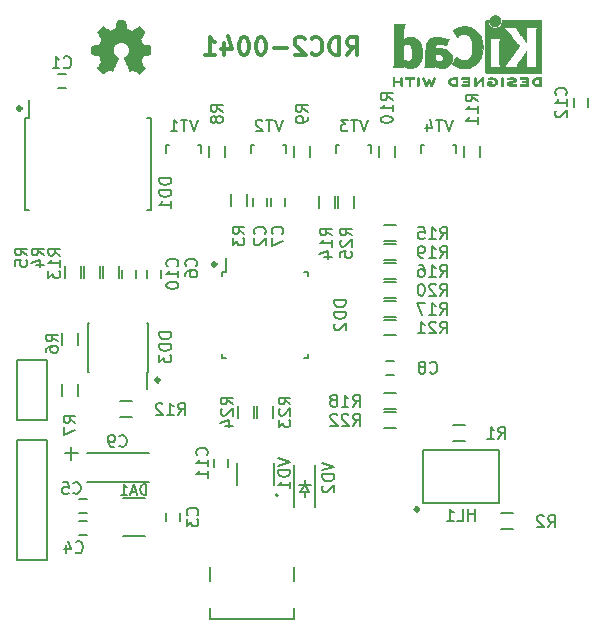
<source format=gbr>
G04 #@! TF.FileFunction,Legend,Bot*
%FSLAX46Y46*%
G04 Gerber Fmt 4.6, Leading zero omitted, Abs format (unit mm)*
G04 Created by KiCad (PCBNEW 4.0.2-stable) date 24.08.2018 1:20:05*
%MOMM*%
G01*
G04 APERTURE LIST*
%ADD10C,0.100000*%
%ADD11C,0.300000*%
%ADD12C,0.150000*%
%ADD13C,0.400000*%
%ADD14C,0.200000*%
%ADD15C,0.010000*%
%ADD16C,0.002540*%
G04 APERTURE END LIST*
D10*
D11*
X128435713Y-52878571D02*
X128935713Y-52164286D01*
X129292856Y-52878571D02*
X129292856Y-51378571D01*
X128721428Y-51378571D01*
X128578570Y-51450000D01*
X128507142Y-51521429D01*
X128435713Y-51664286D01*
X128435713Y-51878571D01*
X128507142Y-52021429D01*
X128578570Y-52092857D01*
X128721428Y-52164286D01*
X129292856Y-52164286D01*
X127792856Y-52878571D02*
X127792856Y-51378571D01*
X127435713Y-51378571D01*
X127221428Y-51450000D01*
X127078570Y-51592857D01*
X127007142Y-51735714D01*
X126935713Y-52021429D01*
X126935713Y-52235714D01*
X127007142Y-52521429D01*
X127078570Y-52664286D01*
X127221428Y-52807143D01*
X127435713Y-52878571D01*
X127792856Y-52878571D01*
X125435713Y-52735714D02*
X125507142Y-52807143D01*
X125721428Y-52878571D01*
X125864285Y-52878571D01*
X126078570Y-52807143D01*
X126221428Y-52664286D01*
X126292856Y-52521429D01*
X126364285Y-52235714D01*
X126364285Y-52021429D01*
X126292856Y-51735714D01*
X126221428Y-51592857D01*
X126078570Y-51450000D01*
X125864285Y-51378571D01*
X125721428Y-51378571D01*
X125507142Y-51450000D01*
X125435713Y-51521429D01*
X124864285Y-51521429D02*
X124792856Y-51450000D01*
X124649999Y-51378571D01*
X124292856Y-51378571D01*
X124149999Y-51450000D01*
X124078570Y-51521429D01*
X124007142Y-51664286D01*
X124007142Y-51807143D01*
X124078570Y-52021429D01*
X124935713Y-52878571D01*
X124007142Y-52878571D01*
X123364285Y-52307143D02*
X122221428Y-52307143D01*
X121221428Y-51378571D02*
X121078571Y-51378571D01*
X120935714Y-51450000D01*
X120864285Y-51521429D01*
X120792856Y-51664286D01*
X120721428Y-51950000D01*
X120721428Y-52307143D01*
X120792856Y-52592857D01*
X120864285Y-52735714D01*
X120935714Y-52807143D01*
X121078571Y-52878571D01*
X121221428Y-52878571D01*
X121364285Y-52807143D01*
X121435714Y-52735714D01*
X121507142Y-52592857D01*
X121578571Y-52307143D01*
X121578571Y-51950000D01*
X121507142Y-51664286D01*
X121435714Y-51521429D01*
X121364285Y-51450000D01*
X121221428Y-51378571D01*
X119792857Y-51378571D02*
X119650000Y-51378571D01*
X119507143Y-51450000D01*
X119435714Y-51521429D01*
X119364285Y-51664286D01*
X119292857Y-51950000D01*
X119292857Y-52307143D01*
X119364285Y-52592857D01*
X119435714Y-52735714D01*
X119507143Y-52807143D01*
X119650000Y-52878571D01*
X119792857Y-52878571D01*
X119935714Y-52807143D01*
X120007143Y-52735714D01*
X120078571Y-52592857D01*
X120150000Y-52307143D01*
X120150000Y-51950000D01*
X120078571Y-51664286D01*
X120007143Y-51521429D01*
X119935714Y-51450000D01*
X119792857Y-51378571D01*
X118007143Y-51878571D02*
X118007143Y-52878571D01*
X118364286Y-51307143D02*
X118721429Y-52378571D01*
X117792857Y-52378571D01*
X116435715Y-52878571D02*
X117292858Y-52878571D01*
X116864286Y-52878571D02*
X116864286Y-51378571D01*
X117007143Y-51592857D01*
X117150001Y-51735714D01*
X117292858Y-51807143D01*
X112550000Y-80400000D02*
G75*
G03X112550000Y-80400000I-150000J0D01*
G01*
X117350000Y-70600000D02*
G75*
G03X117350000Y-70600000I-150000J0D01*
G01*
X100850000Y-57400000D02*
G75*
G03X100850000Y-57400000I-150000J0D01*
G01*
D12*
X103950000Y-55650000D02*
X104650000Y-55650000D01*
X104650000Y-54450000D02*
X103950000Y-54450000D01*
X121700000Y-65650000D02*
X121700000Y-64950000D01*
X120500000Y-64950000D02*
X120500000Y-65650000D01*
X114300000Y-92350000D02*
X114300000Y-91650000D01*
X113100000Y-91650000D02*
X113100000Y-92350000D01*
X106450000Y-92350000D02*
X105750000Y-92350000D01*
X105750000Y-93550000D02*
X106450000Y-93550000D01*
X106450000Y-90450000D02*
X105750000Y-90450000D01*
X105750000Y-91650000D02*
X106450000Y-91650000D01*
X112700000Y-71750000D02*
X112700000Y-71050000D01*
X111500000Y-71050000D02*
X111500000Y-71750000D01*
X123200000Y-65650000D02*
X123200000Y-64950000D01*
X122000000Y-64950000D02*
X122000000Y-65650000D01*
X131750000Y-80000000D02*
X132450000Y-80000000D01*
X132450000Y-78800000D02*
X131750000Y-78800000D01*
X106449040Y-86601120D02*
X111650960Y-86601120D01*
X111650960Y-88998880D02*
X106449040Y-88998880D01*
X110600000Y-71750000D02*
X110600000Y-71050000D01*
X109400000Y-71050000D02*
X109400000Y-71750000D01*
X118400000Y-87750000D02*
X118400000Y-87050000D01*
X117200000Y-87050000D02*
X117200000Y-87750000D01*
X148850000Y-57250000D02*
X148850000Y-56550000D01*
X147650000Y-56550000D02*
X147650000Y-57250000D01*
X111300000Y-93600000D02*
X109500000Y-93600000D01*
X111300000Y-90400000D02*
X109500000Y-90400000D01*
X101185000Y-58225000D02*
X101540000Y-58225000D01*
X101185000Y-65975000D02*
X101540000Y-65975000D01*
X111835000Y-65975000D02*
X111480000Y-65975000D01*
X111835000Y-58225000D02*
X111480000Y-58225000D01*
X101185000Y-58225000D02*
X101185000Y-65975000D01*
X111835000Y-58225000D02*
X111835000Y-65975000D01*
X101540000Y-58225000D02*
X101540000Y-56700000D01*
X117875000Y-71275000D02*
X118175000Y-71275000D01*
X117875000Y-78525000D02*
X118175000Y-78525000D01*
X125125000Y-78525000D02*
X124825000Y-78525000D01*
X125125000Y-71275000D02*
X124825000Y-71275000D01*
X117875000Y-71275000D02*
X117875000Y-71575000D01*
X125125000Y-71275000D02*
X125125000Y-71575000D01*
X125125000Y-78525000D02*
X125125000Y-78225000D01*
X117875000Y-78525000D02*
X117875000Y-78225000D01*
X118175000Y-71275000D02*
X118175000Y-70050000D01*
X111625000Y-79725000D02*
X111480000Y-79725000D01*
X111625000Y-75575000D02*
X111480000Y-75575000D01*
X106475000Y-75575000D02*
X106620000Y-75575000D01*
X106475000Y-79725000D02*
X106620000Y-79725000D01*
X111625000Y-79725000D02*
X111625000Y-75575000D01*
X106475000Y-79725000D02*
X106475000Y-75575000D01*
X111480000Y-79725000D02*
X111480000Y-81125000D01*
D13*
X134450000Y-91350000D02*
G75*
G03X134450000Y-91350000I-100000J0D01*
G01*
D12*
X141350000Y-90850000D02*
X141350000Y-86350000D01*
X141350000Y-86350000D02*
X134850000Y-86350000D01*
X134850000Y-86350000D02*
X134850000Y-90850000D01*
X134850000Y-90850000D02*
X141350000Y-90850000D01*
X137400000Y-85525000D02*
X138400000Y-85525000D01*
X138400000Y-84175000D02*
X137400000Y-84175000D01*
X142500000Y-91675000D02*
X141500000Y-91675000D01*
X141500000Y-93025000D02*
X142500000Y-93025000D01*
X118625000Y-64650000D02*
X118625000Y-65650000D01*
X119975000Y-65650000D02*
X119975000Y-64650000D01*
X106175000Y-70750000D02*
X106175000Y-71750000D01*
X107525000Y-71750000D02*
X107525000Y-70750000D01*
X104575000Y-70750000D02*
X104575000Y-71750000D01*
X105925000Y-71750000D02*
X105925000Y-70750000D01*
X104325000Y-76450000D02*
X104325000Y-77450000D01*
X105675000Y-77450000D02*
X105675000Y-76450000D01*
X105675000Y-81750000D02*
X105675000Y-80750000D01*
X104325000Y-80750000D02*
X104325000Y-81750000D01*
X118125000Y-61550000D02*
X118125000Y-60550000D01*
X116775000Y-60550000D02*
X116775000Y-61550000D01*
X125325000Y-61550000D02*
X125325000Y-60550000D01*
X123975000Y-60550000D02*
X123975000Y-61550000D01*
X132525000Y-61550000D02*
X132525000Y-60550000D01*
X131175000Y-60550000D02*
X131175000Y-61550000D01*
X139725000Y-61550000D02*
X139725000Y-60550000D01*
X138375000Y-60550000D02*
X138375000Y-61550000D01*
X109200000Y-83525000D02*
X110200000Y-83525000D01*
X110200000Y-82175000D02*
X109200000Y-82175000D01*
X109125000Y-71750000D02*
X109125000Y-70750000D01*
X107775000Y-70750000D02*
X107775000Y-71750000D01*
X126075000Y-64800000D02*
X126075000Y-65800000D01*
X127425000Y-65800000D02*
X127425000Y-64800000D01*
X132600000Y-67275000D02*
X131600000Y-67275000D01*
X131600000Y-68625000D02*
X132600000Y-68625000D01*
X132600000Y-70475000D02*
X131600000Y-70475000D01*
X131600000Y-71825000D02*
X132600000Y-71825000D01*
X132600000Y-73675000D02*
X131600000Y-73675000D01*
X131600000Y-75025000D02*
X132600000Y-75025000D01*
X132600000Y-81475000D02*
X131600000Y-81475000D01*
X131600000Y-82825000D02*
X132600000Y-82825000D01*
X132600000Y-68875000D02*
X131600000Y-68875000D01*
X131600000Y-70225000D02*
X132600000Y-70225000D01*
X132600000Y-72075000D02*
X131600000Y-72075000D01*
X131600000Y-73425000D02*
X132600000Y-73425000D01*
X132600000Y-75275000D02*
X131600000Y-75275000D01*
X131600000Y-76625000D02*
X132600000Y-76625000D01*
X132600000Y-83075000D02*
X131600000Y-83075000D01*
X131600000Y-84425000D02*
X132600000Y-84425000D01*
X122175000Y-83600000D02*
X122175000Y-82600000D01*
X120825000Y-82600000D02*
X120825000Y-83600000D01*
X120575000Y-83600000D02*
X120575000Y-82600000D01*
X119225000Y-82600000D02*
X119225000Y-83600000D01*
X127675000Y-64800000D02*
X127675000Y-65800000D01*
X129025000Y-65800000D02*
X129025000Y-64800000D01*
D14*
X122600499Y-90150000D02*
G75*
G03X122600499Y-90150000I-100499J0D01*
G01*
D12*
X119100000Y-89250000D02*
X119100000Y-87450000D01*
X122300000Y-89250000D02*
X122300000Y-87450000D01*
X124850000Y-89917500D02*
X124850000Y-90298500D01*
X124850000Y-88901500D02*
X124850000Y-89282500D01*
X124850000Y-89282500D02*
X124469000Y-89917500D01*
X124469000Y-89917500D02*
X125231000Y-89917500D01*
X125231000Y-89917500D02*
X124850000Y-89282500D01*
X124342000Y-89282500D02*
X125358000Y-89282500D01*
X125750000Y-87600000D02*
X125750000Y-91140000D01*
X123950000Y-87600000D02*
X123950000Y-91140000D01*
X113300840Y-60499760D02*
X113349100Y-60499760D01*
X116099820Y-61200800D02*
X116099820Y-60499760D01*
X116099820Y-60499760D02*
X115850900Y-60499760D01*
X113300840Y-60499760D02*
X113100180Y-60499760D01*
X113100180Y-60499760D02*
X113100180Y-61200800D01*
X120500840Y-60499760D02*
X120549100Y-60499760D01*
X123299820Y-61200800D02*
X123299820Y-60499760D01*
X123299820Y-60499760D02*
X123050900Y-60499760D01*
X120500840Y-60499760D02*
X120300180Y-60499760D01*
X120300180Y-60499760D02*
X120300180Y-61200800D01*
X127700840Y-60499760D02*
X127749100Y-60499760D01*
X130499820Y-61200800D02*
X130499820Y-60499760D01*
X130499820Y-60499760D02*
X130250900Y-60499760D01*
X127700840Y-60499760D02*
X127500180Y-60499760D01*
X127500180Y-60499760D02*
X127500180Y-61200800D01*
X134900840Y-60499760D02*
X134949100Y-60499760D01*
X137699820Y-61200800D02*
X137699820Y-60499760D01*
X137699820Y-60499760D02*
X137450900Y-60499760D01*
X134900840Y-60499760D02*
X134700180Y-60499760D01*
X134700180Y-60499760D02*
X134700180Y-61200800D01*
X100530000Y-78730000D02*
X100530000Y-83810000D01*
X100530000Y-78730000D02*
X103070000Y-78730000D01*
X103070000Y-78730000D02*
X103070000Y-83810000D01*
X103070000Y-83810000D02*
X100530000Y-83810000D01*
X100530000Y-95670000D02*
X100530000Y-85510000D01*
X103070000Y-95670000D02*
X103070000Y-85510000D01*
X100530000Y-85510000D02*
X103070000Y-85510000D01*
X103070000Y-95670000D02*
X100530000Y-95670000D01*
X116830000Y-97400000D02*
X116830000Y-96200000D01*
X123980000Y-97400000D02*
X123980000Y-96200000D01*
X116820000Y-100630000D02*
X116820000Y-99700000D01*
X123980000Y-100630000D02*
X123980000Y-99700000D01*
X123975000Y-100630000D02*
X116825000Y-100630000D01*
D15*
G36*
X144721371Y-54769066D02*
X144681889Y-54769467D01*
X144566200Y-54772259D01*
X144469311Y-54780550D01*
X144387919Y-54795232D01*
X144318723Y-54817193D01*
X144258420Y-54847322D01*
X144203708Y-54886510D01*
X144184167Y-54903532D01*
X144151750Y-54943363D01*
X144122520Y-54997413D01*
X144099991Y-55057323D01*
X144087679Y-55114739D01*
X144086400Y-55135956D01*
X144094417Y-55194769D01*
X144115899Y-55259013D01*
X144146999Y-55319821D01*
X144183866Y-55368330D01*
X144189854Y-55374182D01*
X144240579Y-55415321D01*
X144296125Y-55447435D01*
X144359696Y-55471365D01*
X144434494Y-55487953D01*
X144523722Y-55498041D01*
X144630582Y-55502469D01*
X144679528Y-55502845D01*
X144741762Y-55502545D01*
X144785528Y-55501292D01*
X144814931Y-55498554D01*
X144834079Y-55493801D01*
X144847077Y-55486501D01*
X144854045Y-55480267D01*
X144860626Y-55472694D01*
X144865788Y-55462924D01*
X144869703Y-55448340D01*
X144872543Y-55426326D01*
X144874480Y-55394264D01*
X144875684Y-55349536D01*
X144876328Y-55289526D01*
X144876583Y-55211617D01*
X144876622Y-55135956D01*
X144876870Y-55035041D01*
X144876817Y-54954427D01*
X144875857Y-54915822D01*
X144729867Y-54915822D01*
X144729867Y-55356089D01*
X144636734Y-55356004D01*
X144580693Y-55354396D01*
X144521999Y-55350256D01*
X144473028Y-55344464D01*
X144471538Y-55344226D01*
X144392392Y-55325090D01*
X144331002Y-55295287D01*
X144284305Y-55252878D01*
X144254635Y-55206961D01*
X144236353Y-55156026D01*
X144237771Y-55108200D01*
X144258988Y-55056933D01*
X144300489Y-55003899D01*
X144357998Y-54964600D01*
X144432750Y-54938331D01*
X144482708Y-54929035D01*
X144539416Y-54922507D01*
X144599519Y-54917782D01*
X144650639Y-54915817D01*
X144653667Y-54915808D01*
X144729867Y-54915822D01*
X144875857Y-54915822D01*
X144875260Y-54891851D01*
X144870998Y-54845055D01*
X144862830Y-54811778D01*
X144849556Y-54789759D01*
X144829974Y-54776739D01*
X144802883Y-54770457D01*
X144767082Y-54768653D01*
X144721371Y-54769066D01*
X144721371Y-54769066D01*
G37*
X144721371Y-54769066D02*
X144681889Y-54769467D01*
X144566200Y-54772259D01*
X144469311Y-54780550D01*
X144387919Y-54795232D01*
X144318723Y-54817193D01*
X144258420Y-54847322D01*
X144203708Y-54886510D01*
X144184167Y-54903532D01*
X144151750Y-54943363D01*
X144122520Y-54997413D01*
X144099991Y-55057323D01*
X144087679Y-55114739D01*
X144086400Y-55135956D01*
X144094417Y-55194769D01*
X144115899Y-55259013D01*
X144146999Y-55319821D01*
X144183866Y-55368330D01*
X144189854Y-55374182D01*
X144240579Y-55415321D01*
X144296125Y-55447435D01*
X144359696Y-55471365D01*
X144434494Y-55487953D01*
X144523722Y-55498041D01*
X144630582Y-55502469D01*
X144679528Y-55502845D01*
X144741762Y-55502545D01*
X144785528Y-55501292D01*
X144814931Y-55498554D01*
X144834079Y-55493801D01*
X144847077Y-55486501D01*
X144854045Y-55480267D01*
X144860626Y-55472694D01*
X144865788Y-55462924D01*
X144869703Y-55448340D01*
X144872543Y-55426326D01*
X144874480Y-55394264D01*
X144875684Y-55349536D01*
X144876328Y-55289526D01*
X144876583Y-55211617D01*
X144876622Y-55135956D01*
X144876870Y-55035041D01*
X144876817Y-54954427D01*
X144875857Y-54915822D01*
X144729867Y-54915822D01*
X144729867Y-55356089D01*
X144636734Y-55356004D01*
X144580693Y-55354396D01*
X144521999Y-55350256D01*
X144473028Y-55344464D01*
X144471538Y-55344226D01*
X144392392Y-55325090D01*
X144331002Y-55295287D01*
X144284305Y-55252878D01*
X144254635Y-55206961D01*
X144236353Y-55156026D01*
X144237771Y-55108200D01*
X144258988Y-55056933D01*
X144300489Y-55003899D01*
X144357998Y-54964600D01*
X144432750Y-54938331D01*
X144482708Y-54929035D01*
X144539416Y-54922507D01*
X144599519Y-54917782D01*
X144650639Y-54915817D01*
X144653667Y-54915808D01*
X144729867Y-54915822D01*
X144875857Y-54915822D01*
X144875260Y-54891851D01*
X144870998Y-54845055D01*
X144862830Y-54811778D01*
X144849556Y-54789759D01*
X144829974Y-54776739D01*
X144802883Y-54770457D01*
X144767082Y-54768653D01*
X144721371Y-54769066D01*
G36*
X143312794Y-54769146D02*
X143243386Y-54769518D01*
X143190997Y-54770385D01*
X143152847Y-54771946D01*
X143126159Y-54774403D01*
X143108153Y-54777957D01*
X143096049Y-54782810D01*
X143087069Y-54789161D01*
X143083818Y-54792084D01*
X143064043Y-54823142D01*
X143060482Y-54858828D01*
X143073491Y-54890510D01*
X143079506Y-54896913D01*
X143089235Y-54903121D01*
X143104901Y-54907910D01*
X143129408Y-54911514D01*
X143165661Y-54914164D01*
X143216565Y-54916095D01*
X143285026Y-54917539D01*
X143347617Y-54918418D01*
X143595334Y-54921467D01*
X143598719Y-54986378D01*
X143602105Y-55051289D01*
X143433958Y-55051289D01*
X143360959Y-55051919D01*
X143307517Y-55054553D01*
X143270628Y-55060309D01*
X143247288Y-55070304D01*
X143234494Y-55085656D01*
X143229242Y-55107482D01*
X143228445Y-55127738D01*
X143230923Y-55152592D01*
X143240277Y-55170906D01*
X143259383Y-55183637D01*
X143291118Y-55191741D01*
X143338359Y-55196176D01*
X143403983Y-55197899D01*
X143439801Y-55198045D01*
X143600978Y-55198045D01*
X143600978Y-55356089D01*
X143352622Y-55356089D01*
X143271213Y-55356202D01*
X143209342Y-55356712D01*
X143163968Y-55357870D01*
X143132054Y-55359930D01*
X143110559Y-55363146D01*
X143096443Y-55367772D01*
X143086668Y-55374059D01*
X143081689Y-55378667D01*
X143064610Y-55405560D01*
X143059111Y-55429467D01*
X143066963Y-55458667D01*
X143081689Y-55480267D01*
X143089546Y-55487066D01*
X143099688Y-55492346D01*
X143114844Y-55496298D01*
X143137741Y-55499113D01*
X143171109Y-55500982D01*
X143217675Y-55502098D01*
X143280167Y-55502651D01*
X143361314Y-55502833D01*
X143403422Y-55502845D01*
X143493598Y-55502765D01*
X143563924Y-55502398D01*
X143617129Y-55501552D01*
X143655940Y-55500036D01*
X143683087Y-55497659D01*
X143701298Y-55494229D01*
X143713300Y-55489554D01*
X143721822Y-55483444D01*
X143725156Y-55480267D01*
X143731755Y-55472670D01*
X143736927Y-55462870D01*
X143740846Y-55448239D01*
X143743684Y-55426152D01*
X143745615Y-55393982D01*
X143746812Y-55349103D01*
X143747448Y-55288889D01*
X143747697Y-55210713D01*
X143747734Y-55137923D01*
X143747700Y-55044707D01*
X143747465Y-54971431D01*
X143746830Y-54915458D01*
X143745594Y-54874151D01*
X143743556Y-54844872D01*
X143740517Y-54824984D01*
X143736277Y-54811850D01*
X143730635Y-54802832D01*
X143723391Y-54795293D01*
X143721606Y-54793612D01*
X143712945Y-54786172D01*
X143702882Y-54780409D01*
X143688625Y-54776112D01*
X143667383Y-54773064D01*
X143636364Y-54771051D01*
X143592777Y-54769860D01*
X143533831Y-54769275D01*
X143456734Y-54769083D01*
X143402001Y-54769067D01*
X143312794Y-54769146D01*
X143312794Y-54769146D01*
G37*
X143312794Y-54769146D02*
X143243386Y-54769518D01*
X143190997Y-54770385D01*
X143152847Y-54771946D01*
X143126159Y-54774403D01*
X143108153Y-54777957D01*
X143096049Y-54782810D01*
X143087069Y-54789161D01*
X143083818Y-54792084D01*
X143064043Y-54823142D01*
X143060482Y-54858828D01*
X143073491Y-54890510D01*
X143079506Y-54896913D01*
X143089235Y-54903121D01*
X143104901Y-54907910D01*
X143129408Y-54911514D01*
X143165661Y-54914164D01*
X143216565Y-54916095D01*
X143285026Y-54917539D01*
X143347617Y-54918418D01*
X143595334Y-54921467D01*
X143598719Y-54986378D01*
X143602105Y-55051289D01*
X143433958Y-55051289D01*
X143360959Y-55051919D01*
X143307517Y-55054553D01*
X143270628Y-55060309D01*
X143247288Y-55070304D01*
X143234494Y-55085656D01*
X143229242Y-55107482D01*
X143228445Y-55127738D01*
X143230923Y-55152592D01*
X143240277Y-55170906D01*
X143259383Y-55183637D01*
X143291118Y-55191741D01*
X143338359Y-55196176D01*
X143403983Y-55197899D01*
X143439801Y-55198045D01*
X143600978Y-55198045D01*
X143600978Y-55356089D01*
X143352622Y-55356089D01*
X143271213Y-55356202D01*
X143209342Y-55356712D01*
X143163968Y-55357870D01*
X143132054Y-55359930D01*
X143110559Y-55363146D01*
X143096443Y-55367772D01*
X143086668Y-55374059D01*
X143081689Y-55378667D01*
X143064610Y-55405560D01*
X143059111Y-55429467D01*
X143066963Y-55458667D01*
X143081689Y-55480267D01*
X143089546Y-55487066D01*
X143099688Y-55492346D01*
X143114844Y-55496298D01*
X143137741Y-55499113D01*
X143171109Y-55500982D01*
X143217675Y-55502098D01*
X143280167Y-55502651D01*
X143361314Y-55502833D01*
X143403422Y-55502845D01*
X143493598Y-55502765D01*
X143563924Y-55502398D01*
X143617129Y-55501552D01*
X143655940Y-55500036D01*
X143683087Y-55497659D01*
X143701298Y-55494229D01*
X143713300Y-55489554D01*
X143721822Y-55483444D01*
X143725156Y-55480267D01*
X143731755Y-55472670D01*
X143736927Y-55462870D01*
X143740846Y-55448239D01*
X143743684Y-55426152D01*
X143745615Y-55393982D01*
X143746812Y-55349103D01*
X143747448Y-55288889D01*
X143747697Y-55210713D01*
X143747734Y-55137923D01*
X143747700Y-55044707D01*
X143747465Y-54971431D01*
X143746830Y-54915458D01*
X143745594Y-54874151D01*
X143743556Y-54844872D01*
X143740517Y-54824984D01*
X143736277Y-54811850D01*
X143730635Y-54802832D01*
X143723391Y-54795293D01*
X143721606Y-54793612D01*
X143712945Y-54786172D01*
X143702882Y-54780409D01*
X143688625Y-54776112D01*
X143667383Y-54773064D01*
X143636364Y-54771051D01*
X143592777Y-54769860D01*
X143533831Y-54769275D01*
X143456734Y-54769083D01*
X143402001Y-54769067D01*
X143312794Y-54769146D01*
G36*
X142291703Y-54770351D02*
X142216888Y-54775581D01*
X142147306Y-54783750D01*
X142087002Y-54794550D01*
X142040020Y-54807673D01*
X142010406Y-54822813D01*
X142005860Y-54827269D01*
X141990054Y-54861850D01*
X141994847Y-54897351D01*
X142019364Y-54927725D01*
X142020534Y-54928596D01*
X142034954Y-54937954D01*
X142050008Y-54942876D01*
X142071005Y-54943473D01*
X142103257Y-54939861D01*
X142152073Y-54932154D01*
X142156000Y-54931505D01*
X142228739Y-54922569D01*
X142307217Y-54918161D01*
X142385927Y-54918119D01*
X142459361Y-54922279D01*
X142522011Y-54930479D01*
X142568370Y-54942557D01*
X142571416Y-54943771D01*
X142605048Y-54962615D01*
X142616864Y-54981685D01*
X142607614Y-55000439D01*
X142578047Y-55018337D01*
X142528911Y-55034837D01*
X142460957Y-55049396D01*
X142415645Y-55056406D01*
X142321456Y-55069889D01*
X142246544Y-55082214D01*
X142187717Y-55094449D01*
X142141785Y-55107661D01*
X142105555Y-55122917D01*
X142075838Y-55141285D01*
X142049442Y-55163831D01*
X142028230Y-55185971D01*
X142003065Y-55216819D01*
X141990681Y-55243345D01*
X141986808Y-55276026D01*
X141986667Y-55287995D01*
X141989576Y-55327712D01*
X142001202Y-55357259D01*
X142021323Y-55383486D01*
X142062216Y-55423576D01*
X142107817Y-55454149D01*
X142161513Y-55476203D01*
X142226692Y-55490735D01*
X142306744Y-55498741D01*
X142405057Y-55501218D01*
X142421289Y-55501177D01*
X142486849Y-55499818D01*
X142551866Y-55496730D01*
X142609252Y-55492356D01*
X142651922Y-55487140D01*
X142655372Y-55486541D01*
X142697796Y-55476491D01*
X142733780Y-55463796D01*
X142754150Y-55452190D01*
X142773107Y-55421572D01*
X142774427Y-55385918D01*
X142758085Y-55354144D01*
X142754429Y-55350551D01*
X142739315Y-55339876D01*
X142720415Y-55335276D01*
X142691162Y-55336059D01*
X142655651Y-55340127D01*
X142615970Y-55343762D01*
X142560345Y-55346828D01*
X142495406Y-55349053D01*
X142427785Y-55350164D01*
X142410000Y-55350237D01*
X142342128Y-55349964D01*
X142292454Y-55348646D01*
X142256610Y-55345827D01*
X142230224Y-55341050D01*
X142208926Y-55333857D01*
X142196126Y-55327867D01*
X142168000Y-55311233D01*
X142150068Y-55296168D01*
X142147447Y-55291897D01*
X142152976Y-55274263D01*
X142179260Y-55257192D01*
X142224478Y-55241458D01*
X142286808Y-55227838D01*
X142305171Y-55224804D01*
X142401090Y-55209738D01*
X142477641Y-55197146D01*
X142537780Y-55186111D01*
X142584460Y-55175720D01*
X142620637Y-55165056D01*
X142649265Y-55153205D01*
X142673298Y-55139251D01*
X142695692Y-55122281D01*
X142719402Y-55101378D01*
X142727380Y-55094049D01*
X142755353Y-55066699D01*
X142770160Y-55045029D01*
X142775952Y-55020232D01*
X142776889Y-54988983D01*
X142766575Y-54927705D01*
X142735752Y-54875640D01*
X142684595Y-54832958D01*
X142613283Y-54799825D01*
X142562400Y-54784964D01*
X142507100Y-54775366D01*
X142440853Y-54769936D01*
X142367706Y-54768367D01*
X142291703Y-54770351D01*
X142291703Y-54770351D01*
G37*
X142291703Y-54770351D02*
X142216888Y-54775581D01*
X142147306Y-54783750D01*
X142087002Y-54794550D01*
X142040020Y-54807673D01*
X142010406Y-54822813D01*
X142005860Y-54827269D01*
X141990054Y-54861850D01*
X141994847Y-54897351D01*
X142019364Y-54927725D01*
X142020534Y-54928596D01*
X142034954Y-54937954D01*
X142050008Y-54942876D01*
X142071005Y-54943473D01*
X142103257Y-54939861D01*
X142152073Y-54932154D01*
X142156000Y-54931505D01*
X142228739Y-54922569D01*
X142307217Y-54918161D01*
X142385927Y-54918119D01*
X142459361Y-54922279D01*
X142522011Y-54930479D01*
X142568370Y-54942557D01*
X142571416Y-54943771D01*
X142605048Y-54962615D01*
X142616864Y-54981685D01*
X142607614Y-55000439D01*
X142578047Y-55018337D01*
X142528911Y-55034837D01*
X142460957Y-55049396D01*
X142415645Y-55056406D01*
X142321456Y-55069889D01*
X142246544Y-55082214D01*
X142187717Y-55094449D01*
X142141785Y-55107661D01*
X142105555Y-55122917D01*
X142075838Y-55141285D01*
X142049442Y-55163831D01*
X142028230Y-55185971D01*
X142003065Y-55216819D01*
X141990681Y-55243345D01*
X141986808Y-55276026D01*
X141986667Y-55287995D01*
X141989576Y-55327712D01*
X142001202Y-55357259D01*
X142021323Y-55383486D01*
X142062216Y-55423576D01*
X142107817Y-55454149D01*
X142161513Y-55476203D01*
X142226692Y-55490735D01*
X142306744Y-55498741D01*
X142405057Y-55501218D01*
X142421289Y-55501177D01*
X142486849Y-55499818D01*
X142551866Y-55496730D01*
X142609252Y-55492356D01*
X142651922Y-55487140D01*
X142655372Y-55486541D01*
X142697796Y-55476491D01*
X142733780Y-55463796D01*
X142754150Y-55452190D01*
X142773107Y-55421572D01*
X142774427Y-55385918D01*
X142758085Y-55354144D01*
X142754429Y-55350551D01*
X142739315Y-55339876D01*
X142720415Y-55335276D01*
X142691162Y-55336059D01*
X142655651Y-55340127D01*
X142615970Y-55343762D01*
X142560345Y-55346828D01*
X142495406Y-55349053D01*
X142427785Y-55350164D01*
X142410000Y-55350237D01*
X142342128Y-55349964D01*
X142292454Y-55348646D01*
X142256610Y-55345827D01*
X142230224Y-55341050D01*
X142208926Y-55333857D01*
X142196126Y-55327867D01*
X142168000Y-55311233D01*
X142150068Y-55296168D01*
X142147447Y-55291897D01*
X142152976Y-55274263D01*
X142179260Y-55257192D01*
X142224478Y-55241458D01*
X142286808Y-55227838D01*
X142305171Y-55224804D01*
X142401090Y-55209738D01*
X142477641Y-55197146D01*
X142537780Y-55186111D01*
X142584460Y-55175720D01*
X142620637Y-55165056D01*
X142649265Y-55153205D01*
X142673298Y-55139251D01*
X142695692Y-55122281D01*
X142719402Y-55101378D01*
X142727380Y-55094049D01*
X142755353Y-55066699D01*
X142770160Y-55045029D01*
X142775952Y-55020232D01*
X142776889Y-54988983D01*
X142766575Y-54927705D01*
X142735752Y-54875640D01*
X142684595Y-54832958D01*
X142613283Y-54799825D01*
X142562400Y-54784964D01*
X142507100Y-54775366D01*
X142440853Y-54769936D01*
X142367706Y-54768367D01*
X142291703Y-54770351D01*
G36*
X141523822Y-54791645D02*
X141517242Y-54799218D01*
X141512079Y-54808987D01*
X141508164Y-54823571D01*
X141505324Y-54845585D01*
X141503387Y-54877648D01*
X141502183Y-54922375D01*
X141501539Y-54982385D01*
X141501284Y-55060294D01*
X141501245Y-55135956D01*
X141501314Y-55229802D01*
X141501638Y-55303689D01*
X141502386Y-55360232D01*
X141503732Y-55402049D01*
X141505846Y-55431757D01*
X141508900Y-55451973D01*
X141513066Y-55465314D01*
X141518516Y-55474398D01*
X141523822Y-55480267D01*
X141556826Y-55499947D01*
X141591991Y-55498181D01*
X141623455Y-55476717D01*
X141630684Y-55468337D01*
X141636334Y-55458614D01*
X141640599Y-55444861D01*
X141643673Y-55424389D01*
X141645752Y-55394512D01*
X141647030Y-55352541D01*
X141647701Y-55295789D01*
X141647959Y-55221567D01*
X141648000Y-55137537D01*
X141648000Y-54824485D01*
X141620291Y-54796776D01*
X141586137Y-54773463D01*
X141553006Y-54772623D01*
X141523822Y-54791645D01*
X141523822Y-54791645D01*
G37*
X141523822Y-54791645D02*
X141517242Y-54799218D01*
X141512079Y-54808987D01*
X141508164Y-54823571D01*
X141505324Y-54845585D01*
X141503387Y-54877648D01*
X141502183Y-54922375D01*
X141501539Y-54982385D01*
X141501284Y-55060294D01*
X141501245Y-55135956D01*
X141501314Y-55229802D01*
X141501638Y-55303689D01*
X141502386Y-55360232D01*
X141503732Y-55402049D01*
X141505846Y-55431757D01*
X141508900Y-55451973D01*
X141513066Y-55465314D01*
X141518516Y-55474398D01*
X141523822Y-55480267D01*
X141556826Y-55499947D01*
X141591991Y-55498181D01*
X141623455Y-55476717D01*
X141630684Y-55468337D01*
X141636334Y-55458614D01*
X141640599Y-55444861D01*
X141643673Y-55424389D01*
X141645752Y-55394512D01*
X141647030Y-55352541D01*
X141647701Y-55295789D01*
X141647959Y-55221567D01*
X141648000Y-55137537D01*
X141648000Y-54824485D01*
X141620291Y-54796776D01*
X141586137Y-54773463D01*
X141553006Y-54772623D01*
X141523822Y-54791645D01*
G36*
X140550081Y-54774599D02*
X140481565Y-54786095D01*
X140428943Y-54803967D01*
X140394708Y-54827499D01*
X140385379Y-54840924D01*
X140375893Y-54872148D01*
X140382277Y-54900395D01*
X140402430Y-54927182D01*
X140433745Y-54939713D01*
X140479183Y-54938696D01*
X140514326Y-54931906D01*
X140592419Y-54918971D01*
X140672226Y-54917742D01*
X140761555Y-54928241D01*
X140786229Y-54932690D01*
X140869291Y-54956108D01*
X140934273Y-54990945D01*
X140980461Y-55036604D01*
X141007145Y-55092494D01*
X141012663Y-55121388D01*
X141009051Y-55180012D01*
X140985729Y-55231879D01*
X140944824Y-55275978D01*
X140888459Y-55311299D01*
X140818760Y-55336829D01*
X140737852Y-55351559D01*
X140647860Y-55354478D01*
X140550910Y-55344575D01*
X140545436Y-55343641D01*
X140506875Y-55336459D01*
X140485494Y-55329521D01*
X140476227Y-55319227D01*
X140474006Y-55301976D01*
X140473956Y-55292841D01*
X140473956Y-55254489D01*
X140542431Y-55254489D01*
X140602900Y-55250347D01*
X140644165Y-55237147D01*
X140668175Y-55213730D01*
X140676877Y-55178936D01*
X140676983Y-55174394D01*
X140671892Y-55144654D01*
X140654433Y-55123419D01*
X140621939Y-55109366D01*
X140571743Y-55101173D01*
X140523123Y-55098161D01*
X140452456Y-55096433D01*
X140401198Y-55099070D01*
X140366239Y-55108800D01*
X140344470Y-55128353D01*
X140332780Y-55160456D01*
X140328060Y-55207838D01*
X140327200Y-55270071D01*
X140328609Y-55339535D01*
X140332848Y-55386786D01*
X140339936Y-55412012D01*
X140341311Y-55413988D01*
X140380228Y-55445508D01*
X140437286Y-55470470D01*
X140508869Y-55488340D01*
X140591358Y-55498586D01*
X140681139Y-55500673D01*
X140774592Y-55494068D01*
X140829556Y-55485956D01*
X140915766Y-55461554D01*
X140995892Y-55421662D01*
X141062977Y-55369887D01*
X141073173Y-55359539D01*
X141106302Y-55316035D01*
X141136194Y-55262118D01*
X141159357Y-55205592D01*
X141172298Y-55154259D01*
X141173858Y-55134544D01*
X141167218Y-55093419D01*
X141149568Y-55042252D01*
X141124297Y-54988394D01*
X141094789Y-54939195D01*
X141068719Y-54906334D01*
X141007765Y-54857452D01*
X140928969Y-54818545D01*
X140835157Y-54790494D01*
X140729150Y-54774179D01*
X140632000Y-54770192D01*
X140550081Y-54774599D01*
X140550081Y-54774599D01*
G37*
X140550081Y-54774599D02*
X140481565Y-54786095D01*
X140428943Y-54803967D01*
X140394708Y-54827499D01*
X140385379Y-54840924D01*
X140375893Y-54872148D01*
X140382277Y-54900395D01*
X140402430Y-54927182D01*
X140433745Y-54939713D01*
X140479183Y-54938696D01*
X140514326Y-54931906D01*
X140592419Y-54918971D01*
X140672226Y-54917742D01*
X140761555Y-54928241D01*
X140786229Y-54932690D01*
X140869291Y-54956108D01*
X140934273Y-54990945D01*
X140980461Y-55036604D01*
X141007145Y-55092494D01*
X141012663Y-55121388D01*
X141009051Y-55180012D01*
X140985729Y-55231879D01*
X140944824Y-55275978D01*
X140888459Y-55311299D01*
X140818760Y-55336829D01*
X140737852Y-55351559D01*
X140647860Y-55354478D01*
X140550910Y-55344575D01*
X140545436Y-55343641D01*
X140506875Y-55336459D01*
X140485494Y-55329521D01*
X140476227Y-55319227D01*
X140474006Y-55301976D01*
X140473956Y-55292841D01*
X140473956Y-55254489D01*
X140542431Y-55254489D01*
X140602900Y-55250347D01*
X140644165Y-55237147D01*
X140668175Y-55213730D01*
X140676877Y-55178936D01*
X140676983Y-55174394D01*
X140671892Y-55144654D01*
X140654433Y-55123419D01*
X140621939Y-55109366D01*
X140571743Y-55101173D01*
X140523123Y-55098161D01*
X140452456Y-55096433D01*
X140401198Y-55099070D01*
X140366239Y-55108800D01*
X140344470Y-55128353D01*
X140332780Y-55160456D01*
X140328060Y-55207838D01*
X140327200Y-55270071D01*
X140328609Y-55339535D01*
X140332848Y-55386786D01*
X140339936Y-55412012D01*
X140341311Y-55413988D01*
X140380228Y-55445508D01*
X140437286Y-55470470D01*
X140508869Y-55488340D01*
X140591358Y-55498586D01*
X140681139Y-55500673D01*
X140774592Y-55494068D01*
X140829556Y-55485956D01*
X140915766Y-55461554D01*
X140995892Y-55421662D01*
X141062977Y-55369887D01*
X141073173Y-55359539D01*
X141106302Y-55316035D01*
X141136194Y-55262118D01*
X141159357Y-55205592D01*
X141172298Y-55154259D01*
X141173858Y-55134544D01*
X141167218Y-55093419D01*
X141149568Y-55042252D01*
X141124297Y-54988394D01*
X141094789Y-54939195D01*
X141068719Y-54906334D01*
X141007765Y-54857452D01*
X140928969Y-54818545D01*
X140835157Y-54790494D01*
X140729150Y-54774179D01*
X140632000Y-54770192D01*
X140550081Y-54774599D01*
G36*
X139900114Y-54773448D02*
X139876548Y-54787273D01*
X139845735Y-54809881D01*
X139806078Y-54842338D01*
X139755980Y-54885708D01*
X139693843Y-54941058D01*
X139618072Y-55009451D01*
X139531334Y-55088084D01*
X139350711Y-55251878D01*
X139345067Y-55032029D01*
X139343029Y-54956351D01*
X139341063Y-54899994D01*
X139338734Y-54859706D01*
X139335606Y-54832235D01*
X139331245Y-54814329D01*
X139325216Y-54802737D01*
X139317084Y-54794208D01*
X139312772Y-54790623D01*
X139278241Y-54771670D01*
X139245383Y-54774441D01*
X139219318Y-54790633D01*
X139192667Y-54812199D01*
X139189352Y-55127151D01*
X139188435Y-55219779D01*
X139187968Y-55292544D01*
X139188113Y-55348161D01*
X139189032Y-55389342D01*
X139190887Y-55418803D01*
X139193839Y-55439255D01*
X139198050Y-55453413D01*
X139203682Y-55463991D01*
X139209927Y-55472474D01*
X139223439Y-55488207D01*
X139236883Y-55498636D01*
X139252124Y-55502639D01*
X139271026Y-55499094D01*
X139295455Y-55486879D01*
X139327273Y-55464871D01*
X139368348Y-55431949D01*
X139420542Y-55386991D01*
X139485722Y-55328875D01*
X139559556Y-55262099D01*
X139824845Y-55021458D01*
X139830489Y-55240589D01*
X139832531Y-55316128D01*
X139834502Y-55372354D01*
X139836839Y-55412524D01*
X139839981Y-55439896D01*
X139844364Y-55457728D01*
X139850424Y-55469279D01*
X139858600Y-55477807D01*
X139862784Y-55481282D01*
X139899765Y-55500372D01*
X139934708Y-55497493D01*
X139965136Y-55473100D01*
X139972097Y-55463286D01*
X139977523Y-55451826D01*
X139981603Y-55435968D01*
X139984529Y-55412963D01*
X139986492Y-55380062D01*
X139987683Y-55334516D01*
X139988292Y-55273573D01*
X139988511Y-55194486D01*
X139988534Y-55135956D01*
X139988460Y-55044407D01*
X139988113Y-54972687D01*
X139987301Y-54918045D01*
X139985833Y-54877732D01*
X139983519Y-54848998D01*
X139980167Y-54829093D01*
X139975588Y-54815268D01*
X139969589Y-54804772D01*
X139965136Y-54798811D01*
X139953850Y-54784691D01*
X139943301Y-54774029D01*
X139931893Y-54767892D01*
X139918030Y-54767343D01*
X139900114Y-54773448D01*
X139900114Y-54773448D01*
G37*
X139900114Y-54773448D02*
X139876548Y-54787273D01*
X139845735Y-54809881D01*
X139806078Y-54842338D01*
X139755980Y-54885708D01*
X139693843Y-54941058D01*
X139618072Y-55009451D01*
X139531334Y-55088084D01*
X139350711Y-55251878D01*
X139345067Y-55032029D01*
X139343029Y-54956351D01*
X139341063Y-54899994D01*
X139338734Y-54859706D01*
X139335606Y-54832235D01*
X139331245Y-54814329D01*
X139325216Y-54802737D01*
X139317084Y-54794208D01*
X139312772Y-54790623D01*
X139278241Y-54771670D01*
X139245383Y-54774441D01*
X139219318Y-54790633D01*
X139192667Y-54812199D01*
X139189352Y-55127151D01*
X139188435Y-55219779D01*
X139187968Y-55292544D01*
X139188113Y-55348161D01*
X139189032Y-55389342D01*
X139190887Y-55418803D01*
X139193839Y-55439255D01*
X139198050Y-55453413D01*
X139203682Y-55463991D01*
X139209927Y-55472474D01*
X139223439Y-55488207D01*
X139236883Y-55498636D01*
X139252124Y-55502639D01*
X139271026Y-55499094D01*
X139295455Y-55486879D01*
X139327273Y-55464871D01*
X139368348Y-55431949D01*
X139420542Y-55386991D01*
X139485722Y-55328875D01*
X139559556Y-55262099D01*
X139824845Y-55021458D01*
X139830489Y-55240589D01*
X139832531Y-55316128D01*
X139834502Y-55372354D01*
X139836839Y-55412524D01*
X139839981Y-55439896D01*
X139844364Y-55457728D01*
X139850424Y-55469279D01*
X139858600Y-55477807D01*
X139862784Y-55481282D01*
X139899765Y-55500372D01*
X139934708Y-55497493D01*
X139965136Y-55473100D01*
X139972097Y-55463286D01*
X139977523Y-55451826D01*
X139981603Y-55435968D01*
X139984529Y-55412963D01*
X139986492Y-55380062D01*
X139987683Y-55334516D01*
X139988292Y-55273573D01*
X139988511Y-55194486D01*
X139988534Y-55135956D01*
X139988460Y-55044407D01*
X139988113Y-54972687D01*
X139987301Y-54918045D01*
X139985833Y-54877732D01*
X139983519Y-54848998D01*
X139980167Y-54829093D01*
X139975588Y-54815268D01*
X139969589Y-54804772D01*
X139965136Y-54798811D01*
X139953850Y-54784691D01*
X139943301Y-54774029D01*
X139931893Y-54767892D01*
X139918030Y-54767343D01*
X139900114Y-54773448D01*
G36*
X138369657Y-54769260D02*
X138293299Y-54770174D01*
X138234783Y-54772311D01*
X138191745Y-54776175D01*
X138161817Y-54782267D01*
X138142632Y-54791090D01*
X138131824Y-54803146D01*
X138127027Y-54818939D01*
X138125873Y-54838970D01*
X138125867Y-54841335D01*
X138126869Y-54863992D01*
X138131604Y-54881503D01*
X138142667Y-54894574D01*
X138162652Y-54903913D01*
X138194154Y-54910227D01*
X138239768Y-54914222D01*
X138302087Y-54916606D01*
X138383707Y-54918086D01*
X138408723Y-54918414D01*
X138650800Y-54921467D01*
X138654186Y-54986378D01*
X138657571Y-55051289D01*
X138489424Y-55051289D01*
X138423734Y-55051531D01*
X138376828Y-55052556D01*
X138344917Y-55054811D01*
X138324209Y-55058742D01*
X138310916Y-55064798D01*
X138301245Y-55073424D01*
X138301183Y-55073493D01*
X138283644Y-55107112D01*
X138284278Y-55143448D01*
X138302686Y-55174423D01*
X138306329Y-55177607D01*
X138319259Y-55185812D01*
X138336976Y-55191521D01*
X138363430Y-55195162D01*
X138402568Y-55197167D01*
X138458338Y-55197964D01*
X138494006Y-55198045D01*
X138656445Y-55198045D01*
X138656445Y-55356089D01*
X138409839Y-55356089D01*
X138328420Y-55356231D01*
X138266590Y-55356814D01*
X138221363Y-55358068D01*
X138189752Y-55360227D01*
X138168769Y-55363523D01*
X138155427Y-55368189D01*
X138146739Y-55374457D01*
X138144550Y-55376733D01*
X138128386Y-55408280D01*
X138127203Y-55444168D01*
X138140464Y-55475285D01*
X138150957Y-55485271D01*
X138161871Y-55490769D01*
X138178783Y-55495022D01*
X138204367Y-55498180D01*
X138241299Y-55500392D01*
X138292254Y-55501806D01*
X138359906Y-55502572D01*
X138446931Y-55502838D01*
X138466606Y-55502845D01*
X138555089Y-55502787D01*
X138623773Y-55502467D01*
X138675436Y-55501667D01*
X138712855Y-55500167D01*
X138738810Y-55497749D01*
X138756078Y-55494194D01*
X138767438Y-55489282D01*
X138775668Y-55482795D01*
X138780183Y-55478138D01*
X138786979Y-55469889D01*
X138792288Y-55459669D01*
X138796294Y-55444800D01*
X138799179Y-55422602D01*
X138801126Y-55390393D01*
X138802319Y-55345496D01*
X138802939Y-55285228D01*
X138803171Y-55206911D01*
X138803200Y-55140994D01*
X138803129Y-55048628D01*
X138802792Y-54976117D01*
X138802002Y-54920737D01*
X138800574Y-54879765D01*
X138798321Y-54850478D01*
X138795057Y-54830153D01*
X138790596Y-54816066D01*
X138784752Y-54805495D01*
X138779803Y-54798811D01*
X138756406Y-54769067D01*
X138466226Y-54769067D01*
X138369657Y-54769260D01*
X138369657Y-54769260D01*
G37*
X138369657Y-54769260D02*
X138293299Y-54770174D01*
X138234783Y-54772311D01*
X138191745Y-54776175D01*
X138161817Y-54782267D01*
X138142632Y-54791090D01*
X138131824Y-54803146D01*
X138127027Y-54818939D01*
X138125873Y-54838970D01*
X138125867Y-54841335D01*
X138126869Y-54863992D01*
X138131604Y-54881503D01*
X138142667Y-54894574D01*
X138162652Y-54903913D01*
X138194154Y-54910227D01*
X138239768Y-54914222D01*
X138302087Y-54916606D01*
X138383707Y-54918086D01*
X138408723Y-54918414D01*
X138650800Y-54921467D01*
X138654186Y-54986378D01*
X138657571Y-55051289D01*
X138489424Y-55051289D01*
X138423734Y-55051531D01*
X138376828Y-55052556D01*
X138344917Y-55054811D01*
X138324209Y-55058742D01*
X138310916Y-55064798D01*
X138301245Y-55073424D01*
X138301183Y-55073493D01*
X138283644Y-55107112D01*
X138284278Y-55143448D01*
X138302686Y-55174423D01*
X138306329Y-55177607D01*
X138319259Y-55185812D01*
X138336976Y-55191521D01*
X138363430Y-55195162D01*
X138402568Y-55197167D01*
X138458338Y-55197964D01*
X138494006Y-55198045D01*
X138656445Y-55198045D01*
X138656445Y-55356089D01*
X138409839Y-55356089D01*
X138328420Y-55356231D01*
X138266590Y-55356814D01*
X138221363Y-55358068D01*
X138189752Y-55360227D01*
X138168769Y-55363523D01*
X138155427Y-55368189D01*
X138146739Y-55374457D01*
X138144550Y-55376733D01*
X138128386Y-55408280D01*
X138127203Y-55444168D01*
X138140464Y-55475285D01*
X138150957Y-55485271D01*
X138161871Y-55490769D01*
X138178783Y-55495022D01*
X138204367Y-55498180D01*
X138241299Y-55500392D01*
X138292254Y-55501806D01*
X138359906Y-55502572D01*
X138446931Y-55502838D01*
X138466606Y-55502845D01*
X138555089Y-55502787D01*
X138623773Y-55502467D01*
X138675436Y-55501667D01*
X138712855Y-55500167D01*
X138738810Y-55497749D01*
X138756078Y-55494194D01*
X138767438Y-55489282D01*
X138775668Y-55482795D01*
X138780183Y-55478138D01*
X138786979Y-55469889D01*
X138792288Y-55459669D01*
X138796294Y-55444800D01*
X138799179Y-55422602D01*
X138801126Y-55390393D01*
X138802319Y-55345496D01*
X138802939Y-55285228D01*
X138803171Y-55206911D01*
X138803200Y-55140994D01*
X138803129Y-55048628D01*
X138802792Y-54976117D01*
X138802002Y-54920737D01*
X138800574Y-54879765D01*
X138798321Y-54850478D01*
X138795057Y-54830153D01*
X138790596Y-54816066D01*
X138784752Y-54805495D01*
X138779803Y-54798811D01*
X138756406Y-54769067D01*
X138466226Y-54769067D01*
X138369657Y-54769260D01*
G36*
X137581691Y-54769275D02*
X137452712Y-54773636D01*
X137343009Y-54786861D01*
X137250774Y-54809741D01*
X137174198Y-54843070D01*
X137111473Y-54887638D01*
X137060788Y-54944236D01*
X137020337Y-55013658D01*
X137019541Y-55015351D01*
X136995399Y-55077483D01*
X136986797Y-55132509D01*
X136993769Y-55187887D01*
X137016346Y-55251073D01*
X137020628Y-55260689D01*
X137049828Y-55316966D01*
X137082644Y-55360451D01*
X137124998Y-55397417D01*
X137182810Y-55434135D01*
X137186169Y-55436052D01*
X137236496Y-55460227D01*
X137293379Y-55478282D01*
X137360473Y-55490839D01*
X137441435Y-55498522D01*
X137539918Y-55501953D01*
X137574714Y-55502251D01*
X137740406Y-55502845D01*
X137763803Y-55473100D01*
X137770743Y-55463319D01*
X137776158Y-55451897D01*
X137780235Y-55436095D01*
X137783163Y-55413175D01*
X137785133Y-55380396D01*
X137785775Y-55356089D01*
X137629156Y-55356089D01*
X137535274Y-55356089D01*
X137480336Y-55354483D01*
X137423940Y-55350255D01*
X137377655Y-55344292D01*
X137374861Y-55343790D01*
X137292652Y-55321736D01*
X137228886Y-55288600D01*
X137181548Y-55242847D01*
X137148618Y-55182939D01*
X137142892Y-55167061D01*
X137137279Y-55142333D01*
X137139709Y-55117902D01*
X137151533Y-55085400D01*
X137158660Y-55069434D01*
X137182000Y-55027006D01*
X137210120Y-54997240D01*
X137241060Y-54976511D01*
X137303034Y-54949537D01*
X137382349Y-54929998D01*
X137474747Y-54918746D01*
X137541667Y-54916270D01*
X137629156Y-54915822D01*
X137629156Y-55356089D01*
X137785775Y-55356089D01*
X137786332Y-55335021D01*
X137786950Y-55274311D01*
X137787175Y-55195526D01*
X137787200Y-55133920D01*
X137787200Y-54824485D01*
X137759491Y-54796776D01*
X137747194Y-54785544D01*
X137733897Y-54777853D01*
X137715328Y-54773040D01*
X137687214Y-54770446D01*
X137645283Y-54769410D01*
X137585263Y-54769270D01*
X137581691Y-54769275D01*
X137581691Y-54769275D01*
G37*
X137581691Y-54769275D02*
X137452712Y-54773636D01*
X137343009Y-54786861D01*
X137250774Y-54809741D01*
X137174198Y-54843070D01*
X137111473Y-54887638D01*
X137060788Y-54944236D01*
X137020337Y-55013658D01*
X137019541Y-55015351D01*
X136995399Y-55077483D01*
X136986797Y-55132509D01*
X136993769Y-55187887D01*
X137016346Y-55251073D01*
X137020628Y-55260689D01*
X137049828Y-55316966D01*
X137082644Y-55360451D01*
X137124998Y-55397417D01*
X137182810Y-55434135D01*
X137186169Y-55436052D01*
X137236496Y-55460227D01*
X137293379Y-55478282D01*
X137360473Y-55490839D01*
X137441435Y-55498522D01*
X137539918Y-55501953D01*
X137574714Y-55502251D01*
X137740406Y-55502845D01*
X137763803Y-55473100D01*
X137770743Y-55463319D01*
X137776158Y-55451897D01*
X137780235Y-55436095D01*
X137783163Y-55413175D01*
X137785133Y-55380396D01*
X137785775Y-55356089D01*
X137629156Y-55356089D01*
X137535274Y-55356089D01*
X137480336Y-55354483D01*
X137423940Y-55350255D01*
X137377655Y-55344292D01*
X137374861Y-55343790D01*
X137292652Y-55321736D01*
X137228886Y-55288600D01*
X137181548Y-55242847D01*
X137148618Y-55182939D01*
X137142892Y-55167061D01*
X137137279Y-55142333D01*
X137139709Y-55117902D01*
X137151533Y-55085400D01*
X137158660Y-55069434D01*
X137182000Y-55027006D01*
X137210120Y-54997240D01*
X137241060Y-54976511D01*
X137303034Y-54949537D01*
X137382349Y-54929998D01*
X137474747Y-54918746D01*
X137541667Y-54916270D01*
X137629156Y-54915822D01*
X137629156Y-55356089D01*
X137785775Y-55356089D01*
X137786332Y-55335021D01*
X137786950Y-55274311D01*
X137787175Y-55195526D01*
X137787200Y-55133920D01*
X137787200Y-54824485D01*
X137759491Y-54796776D01*
X137747194Y-54785544D01*
X137733897Y-54777853D01*
X137715328Y-54773040D01*
X137687214Y-54770446D01*
X137645283Y-54769410D01*
X137585263Y-54769270D01*
X137581691Y-54769275D01*
G36*
X134855335Y-54771034D02*
X134835745Y-54778035D01*
X134834990Y-54778377D01*
X134808387Y-54798678D01*
X134793730Y-54819561D01*
X134790862Y-54829352D01*
X134791004Y-54842361D01*
X134795039Y-54860895D01*
X134803854Y-54887257D01*
X134818331Y-54923752D01*
X134839355Y-54972687D01*
X134867812Y-55036365D01*
X134904585Y-55117093D01*
X134924825Y-55161216D01*
X134961375Y-55239985D01*
X134995685Y-55312423D01*
X135026448Y-55375880D01*
X135052352Y-55427708D01*
X135072090Y-55465259D01*
X135084350Y-55485884D01*
X135086776Y-55488733D01*
X135117817Y-55501302D01*
X135152879Y-55499619D01*
X135181000Y-55484332D01*
X135182146Y-55483089D01*
X135193332Y-55466154D01*
X135212096Y-55433170D01*
X135236125Y-55388380D01*
X135263103Y-55336032D01*
X135272799Y-55316742D01*
X135345986Y-55170150D01*
X135425760Y-55329393D01*
X135454233Y-55384415D01*
X135480650Y-55432132D01*
X135502852Y-55468893D01*
X135518681Y-55491044D01*
X135524046Y-55495741D01*
X135565743Y-55502102D01*
X135600151Y-55488733D01*
X135610272Y-55474446D01*
X135627786Y-55442692D01*
X135651265Y-55396597D01*
X135679280Y-55339285D01*
X135710401Y-55273880D01*
X135743201Y-55203507D01*
X135776250Y-55131291D01*
X135808119Y-55060355D01*
X135837381Y-54993825D01*
X135862605Y-54934826D01*
X135882364Y-54886481D01*
X135895228Y-54851915D01*
X135899769Y-54834253D01*
X135899723Y-54833613D01*
X135888674Y-54811388D01*
X135866590Y-54788753D01*
X135865290Y-54787768D01*
X135838147Y-54772425D01*
X135813042Y-54772574D01*
X135803632Y-54775466D01*
X135792166Y-54781718D01*
X135779990Y-54794014D01*
X135765643Y-54814908D01*
X135747664Y-54846949D01*
X135724593Y-54892688D01*
X135694970Y-54954677D01*
X135668255Y-55011898D01*
X135637520Y-55078226D01*
X135609979Y-55137874D01*
X135587062Y-55187725D01*
X135570202Y-55224664D01*
X135560827Y-55245573D01*
X135559460Y-55248845D01*
X135553311Y-55243497D01*
X135539178Y-55221109D01*
X135518943Y-55184946D01*
X135494485Y-55138277D01*
X135484752Y-55119022D01*
X135451783Y-55054004D01*
X135426357Y-55006654D01*
X135406388Y-54974219D01*
X135389790Y-54953946D01*
X135374476Y-54943082D01*
X135358360Y-54938875D01*
X135347857Y-54938400D01*
X135329330Y-54940042D01*
X135313096Y-54946831D01*
X135296965Y-54961566D01*
X135278749Y-54987044D01*
X135256261Y-55026061D01*
X135227311Y-55081414D01*
X135211338Y-55112903D01*
X135185430Y-55163087D01*
X135162833Y-55204704D01*
X135145542Y-55234242D01*
X135135550Y-55248189D01*
X135134191Y-55248770D01*
X135127739Y-55237793D01*
X135113292Y-55209290D01*
X135092297Y-55166244D01*
X135066203Y-55111638D01*
X135036454Y-55048454D01*
X135021820Y-55017071D01*
X134983750Y-54936078D01*
X134953095Y-54873756D01*
X134928263Y-54828071D01*
X134907663Y-54796989D01*
X134889702Y-54778478D01*
X134872790Y-54770504D01*
X134855335Y-54771034D01*
X134855335Y-54771034D01*
G37*
X134855335Y-54771034D02*
X134835745Y-54778035D01*
X134834990Y-54778377D01*
X134808387Y-54798678D01*
X134793730Y-54819561D01*
X134790862Y-54829352D01*
X134791004Y-54842361D01*
X134795039Y-54860895D01*
X134803854Y-54887257D01*
X134818331Y-54923752D01*
X134839355Y-54972687D01*
X134867812Y-55036365D01*
X134904585Y-55117093D01*
X134924825Y-55161216D01*
X134961375Y-55239985D01*
X134995685Y-55312423D01*
X135026448Y-55375880D01*
X135052352Y-55427708D01*
X135072090Y-55465259D01*
X135084350Y-55485884D01*
X135086776Y-55488733D01*
X135117817Y-55501302D01*
X135152879Y-55499619D01*
X135181000Y-55484332D01*
X135182146Y-55483089D01*
X135193332Y-55466154D01*
X135212096Y-55433170D01*
X135236125Y-55388380D01*
X135263103Y-55336032D01*
X135272799Y-55316742D01*
X135345986Y-55170150D01*
X135425760Y-55329393D01*
X135454233Y-55384415D01*
X135480650Y-55432132D01*
X135502852Y-55468893D01*
X135518681Y-55491044D01*
X135524046Y-55495741D01*
X135565743Y-55502102D01*
X135600151Y-55488733D01*
X135610272Y-55474446D01*
X135627786Y-55442692D01*
X135651265Y-55396597D01*
X135679280Y-55339285D01*
X135710401Y-55273880D01*
X135743201Y-55203507D01*
X135776250Y-55131291D01*
X135808119Y-55060355D01*
X135837381Y-54993825D01*
X135862605Y-54934826D01*
X135882364Y-54886481D01*
X135895228Y-54851915D01*
X135899769Y-54834253D01*
X135899723Y-54833613D01*
X135888674Y-54811388D01*
X135866590Y-54788753D01*
X135865290Y-54787768D01*
X135838147Y-54772425D01*
X135813042Y-54772574D01*
X135803632Y-54775466D01*
X135792166Y-54781718D01*
X135779990Y-54794014D01*
X135765643Y-54814908D01*
X135747664Y-54846949D01*
X135724593Y-54892688D01*
X135694970Y-54954677D01*
X135668255Y-55011898D01*
X135637520Y-55078226D01*
X135609979Y-55137874D01*
X135587062Y-55187725D01*
X135570202Y-55224664D01*
X135560827Y-55245573D01*
X135559460Y-55248845D01*
X135553311Y-55243497D01*
X135539178Y-55221109D01*
X135518943Y-55184946D01*
X135494485Y-55138277D01*
X135484752Y-55119022D01*
X135451783Y-55054004D01*
X135426357Y-55006654D01*
X135406388Y-54974219D01*
X135389790Y-54953946D01*
X135374476Y-54943082D01*
X135358360Y-54938875D01*
X135347857Y-54938400D01*
X135329330Y-54940042D01*
X135313096Y-54946831D01*
X135296965Y-54961566D01*
X135278749Y-54987044D01*
X135256261Y-55026061D01*
X135227311Y-55081414D01*
X135211338Y-55112903D01*
X135185430Y-55163087D01*
X135162833Y-55204704D01*
X135145542Y-55234242D01*
X135135550Y-55248189D01*
X135134191Y-55248770D01*
X135127739Y-55237793D01*
X135113292Y-55209290D01*
X135092297Y-55166244D01*
X135066203Y-55111638D01*
X135036454Y-55048454D01*
X135021820Y-55017071D01*
X134983750Y-54936078D01*
X134953095Y-54873756D01*
X134928263Y-54828071D01*
X134907663Y-54796989D01*
X134889702Y-54778478D01*
X134872790Y-54770504D01*
X134855335Y-54771034D01*
G36*
X134411386Y-54775877D02*
X134387673Y-54790647D01*
X134361022Y-54812227D01*
X134361022Y-55133773D01*
X134361107Y-55227830D01*
X134361471Y-55301932D01*
X134362276Y-55358704D01*
X134363687Y-55400768D01*
X134365867Y-55430748D01*
X134368979Y-55451267D01*
X134373186Y-55464949D01*
X134378652Y-55474416D01*
X134382528Y-55479082D01*
X134413966Y-55499575D01*
X134449767Y-55498739D01*
X134481127Y-55481264D01*
X134507778Y-55459684D01*
X134507778Y-54812227D01*
X134481127Y-54790647D01*
X134455406Y-54774949D01*
X134434400Y-54769067D01*
X134411386Y-54775877D01*
X134411386Y-54775877D01*
G37*
X134411386Y-54775877D02*
X134387673Y-54790647D01*
X134361022Y-54812227D01*
X134361022Y-55133773D01*
X134361107Y-55227830D01*
X134361471Y-55301932D01*
X134362276Y-55358704D01*
X134363687Y-55400768D01*
X134365867Y-55430748D01*
X134368979Y-55451267D01*
X134373186Y-55464949D01*
X134378652Y-55474416D01*
X134382528Y-55479082D01*
X134413966Y-55499575D01*
X134449767Y-55498739D01*
X134481127Y-55481264D01*
X134507778Y-55459684D01*
X134507778Y-54812227D01*
X134481127Y-54790647D01*
X134455406Y-54774949D01*
X134434400Y-54769067D01*
X134411386Y-54775877D01*
G36*
X133636935Y-54769163D02*
X133558228Y-54769542D01*
X133497137Y-54770333D01*
X133451183Y-54771670D01*
X133417886Y-54773683D01*
X133394764Y-54776506D01*
X133379338Y-54780269D01*
X133369129Y-54785105D01*
X133364187Y-54788822D01*
X133338543Y-54821358D01*
X133335441Y-54855138D01*
X133351289Y-54885826D01*
X133361652Y-54898089D01*
X133372804Y-54906450D01*
X133388965Y-54911657D01*
X133414358Y-54914457D01*
X133453202Y-54915596D01*
X133509720Y-54915821D01*
X133520820Y-54915822D01*
X133666756Y-54915822D01*
X133666756Y-55186756D01*
X133666852Y-55272154D01*
X133667289Y-55337864D01*
X133668288Y-55386774D01*
X133670072Y-55421773D01*
X133672863Y-55445749D01*
X133676883Y-55461593D01*
X133682355Y-55472191D01*
X133689334Y-55480267D01*
X133722266Y-55500112D01*
X133756646Y-55498548D01*
X133787824Y-55475906D01*
X133790114Y-55473100D01*
X133797571Y-55462492D01*
X133803253Y-55450081D01*
X133807399Y-55432850D01*
X133810250Y-55407784D01*
X133812046Y-55371867D01*
X133813028Y-55322083D01*
X133813436Y-55255417D01*
X133813511Y-55179589D01*
X133813511Y-54915822D01*
X133952873Y-54915822D01*
X134012678Y-54915418D01*
X134054082Y-54913840D01*
X134081252Y-54910547D01*
X134098354Y-54904992D01*
X134109557Y-54896631D01*
X134110917Y-54895178D01*
X134127275Y-54861939D01*
X134125828Y-54824362D01*
X134107022Y-54791645D01*
X134099750Y-54785298D01*
X134090373Y-54780266D01*
X134076391Y-54776396D01*
X134055304Y-54773537D01*
X134024611Y-54771535D01*
X133981811Y-54770239D01*
X133924405Y-54769498D01*
X133849890Y-54769158D01*
X133755767Y-54769068D01*
X133735740Y-54769067D01*
X133636935Y-54769163D01*
X133636935Y-54769163D01*
G37*
X133636935Y-54769163D02*
X133558228Y-54769542D01*
X133497137Y-54770333D01*
X133451183Y-54771670D01*
X133417886Y-54773683D01*
X133394764Y-54776506D01*
X133379338Y-54780269D01*
X133369129Y-54785105D01*
X133364187Y-54788822D01*
X133338543Y-54821358D01*
X133335441Y-54855138D01*
X133351289Y-54885826D01*
X133361652Y-54898089D01*
X133372804Y-54906450D01*
X133388965Y-54911657D01*
X133414358Y-54914457D01*
X133453202Y-54915596D01*
X133509720Y-54915821D01*
X133520820Y-54915822D01*
X133666756Y-54915822D01*
X133666756Y-55186756D01*
X133666852Y-55272154D01*
X133667289Y-55337864D01*
X133668288Y-55386774D01*
X133670072Y-55421773D01*
X133672863Y-55445749D01*
X133676883Y-55461593D01*
X133682355Y-55472191D01*
X133689334Y-55480267D01*
X133722266Y-55500112D01*
X133756646Y-55498548D01*
X133787824Y-55475906D01*
X133790114Y-55473100D01*
X133797571Y-55462492D01*
X133803253Y-55450081D01*
X133807399Y-55432850D01*
X133810250Y-55407784D01*
X133812046Y-55371867D01*
X133813028Y-55322083D01*
X133813436Y-55255417D01*
X133813511Y-55179589D01*
X133813511Y-54915822D01*
X133952873Y-54915822D01*
X134012678Y-54915418D01*
X134054082Y-54913840D01*
X134081252Y-54910547D01*
X134098354Y-54904992D01*
X134109557Y-54896631D01*
X134110917Y-54895178D01*
X134127275Y-54861939D01*
X134125828Y-54824362D01*
X134107022Y-54791645D01*
X134099750Y-54785298D01*
X134090373Y-54780266D01*
X134076391Y-54776396D01*
X134055304Y-54773537D01*
X134024611Y-54771535D01*
X133981811Y-54770239D01*
X133924405Y-54769498D01*
X133849890Y-54769158D01*
X133755767Y-54769068D01*
X133735740Y-54769067D01*
X133636935Y-54769163D01*
G36*
X132371177Y-54774533D02*
X132339798Y-54796776D01*
X132312089Y-54824485D01*
X132312089Y-55133920D01*
X132312162Y-55225799D01*
X132312505Y-55297840D01*
X132313308Y-55352780D01*
X132314759Y-55393360D01*
X132317048Y-55422317D01*
X132320364Y-55442391D01*
X132324895Y-55456321D01*
X132330831Y-55466845D01*
X132335486Y-55473100D01*
X132366217Y-55497673D01*
X132401504Y-55500341D01*
X132433755Y-55485271D01*
X132444412Y-55476374D01*
X132451536Y-55464557D01*
X132455833Y-55445526D01*
X132458009Y-55414992D01*
X132458772Y-55368662D01*
X132458845Y-55332871D01*
X132458845Y-55198045D01*
X132955556Y-55198045D01*
X132955556Y-55320700D01*
X132956069Y-55376787D01*
X132958124Y-55415333D01*
X132962492Y-55441361D01*
X132969944Y-55459897D01*
X132978953Y-55473100D01*
X133009856Y-55497604D01*
X133044804Y-55500506D01*
X133078262Y-55483089D01*
X133087396Y-55473959D01*
X133093848Y-55461855D01*
X133098103Y-55443001D01*
X133100648Y-55413620D01*
X133101971Y-55369937D01*
X133102557Y-55308175D01*
X133102625Y-55294000D01*
X133103109Y-55177631D01*
X133103359Y-55081727D01*
X133103277Y-55004177D01*
X133102769Y-54942869D01*
X133101738Y-54895690D01*
X133100087Y-54860530D01*
X133097721Y-54835276D01*
X133094543Y-54817817D01*
X133090456Y-54806041D01*
X133085366Y-54797835D01*
X133079734Y-54791645D01*
X133047872Y-54771844D01*
X133014643Y-54774533D01*
X132983265Y-54796776D01*
X132970567Y-54811126D01*
X132962474Y-54826978D01*
X132957958Y-54849554D01*
X132955994Y-54884078D01*
X132955556Y-54935776D01*
X132955556Y-55051289D01*
X132458845Y-55051289D01*
X132458845Y-54932756D01*
X132458338Y-54878148D01*
X132456302Y-54841275D01*
X132451965Y-54817307D01*
X132444553Y-54801415D01*
X132436267Y-54791645D01*
X132404406Y-54771844D01*
X132371177Y-54774533D01*
X132371177Y-54774533D01*
G37*
X132371177Y-54774533D02*
X132339798Y-54796776D01*
X132312089Y-54824485D01*
X132312089Y-55133920D01*
X132312162Y-55225799D01*
X132312505Y-55297840D01*
X132313308Y-55352780D01*
X132314759Y-55393360D01*
X132317048Y-55422317D01*
X132320364Y-55442391D01*
X132324895Y-55456321D01*
X132330831Y-55466845D01*
X132335486Y-55473100D01*
X132366217Y-55497673D01*
X132401504Y-55500341D01*
X132433755Y-55485271D01*
X132444412Y-55476374D01*
X132451536Y-55464557D01*
X132455833Y-55445526D01*
X132458009Y-55414992D01*
X132458772Y-55368662D01*
X132458845Y-55332871D01*
X132458845Y-55198045D01*
X132955556Y-55198045D01*
X132955556Y-55320700D01*
X132956069Y-55376787D01*
X132958124Y-55415333D01*
X132962492Y-55441361D01*
X132969944Y-55459897D01*
X132978953Y-55473100D01*
X133009856Y-55497604D01*
X133044804Y-55500506D01*
X133078262Y-55483089D01*
X133087396Y-55473959D01*
X133093848Y-55461855D01*
X133098103Y-55443001D01*
X133100648Y-55413620D01*
X133101971Y-55369937D01*
X133102557Y-55308175D01*
X133102625Y-55294000D01*
X133103109Y-55177631D01*
X133103359Y-55081727D01*
X133103277Y-55004177D01*
X133102769Y-54942869D01*
X133101738Y-54895690D01*
X133100087Y-54860530D01*
X133097721Y-54835276D01*
X133094543Y-54817817D01*
X133090456Y-54806041D01*
X133085366Y-54797835D01*
X133079734Y-54791645D01*
X133047872Y-54771844D01*
X133014643Y-54774533D01*
X132983265Y-54796776D01*
X132970567Y-54811126D01*
X132962474Y-54826978D01*
X132957958Y-54849554D01*
X132955994Y-54884078D01*
X132955556Y-54935776D01*
X132955556Y-55051289D01*
X132458845Y-55051289D01*
X132458845Y-54932756D01*
X132458338Y-54878148D01*
X132456302Y-54841275D01*
X132451965Y-54817307D01*
X132444553Y-54801415D01*
X132436267Y-54791645D01*
X132404406Y-54771844D01*
X132371177Y-54774533D01*
G36*
X141546400Y-49989054D02*
X141535535Y-50102993D01*
X141503918Y-50210616D01*
X141453015Y-50309615D01*
X141384293Y-50397684D01*
X141299219Y-50472516D01*
X141202232Y-50530384D01*
X141095964Y-50570005D01*
X140988950Y-50588573D01*
X140883300Y-50587434D01*
X140781125Y-50567930D01*
X140684534Y-50531406D01*
X140595638Y-50479205D01*
X140516546Y-50412673D01*
X140449369Y-50333152D01*
X140396217Y-50241987D01*
X140359199Y-50140523D01*
X140340427Y-50030102D01*
X140338489Y-49980206D01*
X140338489Y-49892267D01*
X140286560Y-49892267D01*
X140250253Y-49895111D01*
X140223355Y-49906911D01*
X140196249Y-49930649D01*
X140157867Y-49969031D01*
X140157867Y-52160602D01*
X140157876Y-52422739D01*
X140157908Y-52663241D01*
X140157972Y-52883048D01*
X140158076Y-53083101D01*
X140158227Y-53264344D01*
X140158434Y-53427716D01*
X140158706Y-53574160D01*
X140159050Y-53704617D01*
X140159474Y-53820029D01*
X140159987Y-53921338D01*
X140160597Y-54009484D01*
X140161312Y-54085410D01*
X140162140Y-54150057D01*
X140163089Y-54204367D01*
X140164167Y-54249280D01*
X140165383Y-54285740D01*
X140166745Y-54314687D01*
X140168261Y-54337063D01*
X140169938Y-54353809D01*
X140171786Y-54365868D01*
X140173813Y-54374180D01*
X140176025Y-54379687D01*
X140177108Y-54381537D01*
X140181271Y-54388549D01*
X140184805Y-54394996D01*
X140188635Y-54400900D01*
X140193682Y-54406286D01*
X140200871Y-54411178D01*
X140211123Y-54415598D01*
X140225364Y-54419572D01*
X140244514Y-54423121D01*
X140269499Y-54426270D01*
X140301240Y-54429042D01*
X140340662Y-54431461D01*
X140388686Y-54433551D01*
X140446237Y-54435335D01*
X140514237Y-54436837D01*
X140593610Y-54438080D01*
X140685279Y-54439089D01*
X140790166Y-54439885D01*
X140909196Y-54440494D01*
X141043290Y-54440939D01*
X141193373Y-54441243D01*
X141360367Y-54441430D01*
X141545196Y-54441524D01*
X141748783Y-54441548D01*
X141972050Y-54441525D01*
X142215922Y-54441480D01*
X142481321Y-54441437D01*
X142519704Y-54441432D01*
X142786682Y-54441389D01*
X143032002Y-54441318D01*
X143256583Y-54441213D01*
X143461345Y-54441066D01*
X143647206Y-54440869D01*
X143815088Y-54440616D01*
X143965908Y-54440300D01*
X144100587Y-54439913D01*
X144220044Y-54439447D01*
X144325199Y-54438897D01*
X144416971Y-54438253D01*
X144496279Y-54437511D01*
X144564043Y-54436661D01*
X144621182Y-54435697D01*
X144668617Y-54434611D01*
X144707266Y-54433397D01*
X144738049Y-54432047D01*
X144761885Y-54430555D01*
X144779694Y-54428911D01*
X144792395Y-54427111D01*
X144800908Y-54425145D01*
X144805266Y-54423477D01*
X144813728Y-54419906D01*
X144821497Y-54417270D01*
X144828602Y-54414634D01*
X144835073Y-54411062D01*
X144840939Y-54405621D01*
X144846229Y-54397375D01*
X144850974Y-54385390D01*
X144855202Y-54368731D01*
X144858943Y-54346463D01*
X144862227Y-54317652D01*
X144865083Y-54281363D01*
X144867540Y-54236661D01*
X144869629Y-54182611D01*
X144871378Y-54118279D01*
X144872817Y-54042730D01*
X144873976Y-53955030D01*
X144874883Y-53854243D01*
X144875569Y-53739434D01*
X144876063Y-53609670D01*
X144876395Y-53464015D01*
X144876593Y-53301535D01*
X144876687Y-53121295D01*
X144876708Y-52922360D01*
X144876685Y-52703796D01*
X144876646Y-52464668D01*
X144876622Y-52204040D01*
X144876622Y-52161889D01*
X144876636Y-51898992D01*
X144876661Y-51657732D01*
X144876671Y-51437165D01*
X144876642Y-51236352D01*
X144876548Y-51054349D01*
X144876362Y-50890216D01*
X144876059Y-50743011D01*
X144875614Y-50611792D01*
X144875034Y-50501867D01*
X144572197Y-50501867D01*
X144532407Y-50559711D01*
X144521236Y-50575479D01*
X144511166Y-50589441D01*
X144502138Y-50602784D01*
X144494097Y-50616693D01*
X144486986Y-50632356D01*
X144480747Y-50650958D01*
X144475325Y-50673686D01*
X144470662Y-50701727D01*
X144466701Y-50736267D01*
X144463385Y-50778492D01*
X144460659Y-50829589D01*
X144458464Y-50890744D01*
X144456745Y-50963144D01*
X144455444Y-51047975D01*
X144454505Y-51146422D01*
X144453870Y-51259674D01*
X144453484Y-51388916D01*
X144453288Y-51535334D01*
X144453227Y-51700116D01*
X144453243Y-51884447D01*
X144453280Y-52089513D01*
X144453289Y-52212133D01*
X144453265Y-52429082D01*
X144453231Y-52624642D01*
X144453243Y-52799999D01*
X144453358Y-52956341D01*
X144453630Y-53094857D01*
X144454118Y-53216734D01*
X144454876Y-53323160D01*
X144455962Y-53415322D01*
X144457431Y-53494409D01*
X144459340Y-53561608D01*
X144461744Y-53618107D01*
X144464701Y-53665093D01*
X144468266Y-53703755D01*
X144472495Y-53735280D01*
X144477446Y-53760855D01*
X144483173Y-53781670D01*
X144489733Y-53798911D01*
X144497183Y-53813765D01*
X144505579Y-53827422D01*
X144514976Y-53841069D01*
X144525432Y-53855893D01*
X144531523Y-53864783D01*
X144570296Y-53922400D01*
X144038732Y-53922400D01*
X143915483Y-53922365D01*
X143812987Y-53922215D01*
X143729420Y-53921878D01*
X143662956Y-53921286D01*
X143611771Y-53920367D01*
X143574041Y-53919051D01*
X143547940Y-53917269D01*
X143531644Y-53914951D01*
X143523328Y-53912026D01*
X143521168Y-53908424D01*
X143523339Y-53904075D01*
X143524535Y-53902645D01*
X143549685Y-53865573D01*
X143575583Y-53812772D01*
X143599192Y-53750770D01*
X143607461Y-53724357D01*
X143612078Y-53706416D01*
X143615979Y-53685355D01*
X143619248Y-53659089D01*
X143621966Y-53625532D01*
X143624215Y-53582599D01*
X143626077Y-53528204D01*
X143627636Y-53460262D01*
X143628972Y-53376688D01*
X143630169Y-53275395D01*
X143631308Y-53154300D01*
X143631685Y-53109600D01*
X143632702Y-52984449D01*
X143633460Y-52880082D01*
X143633903Y-52794707D01*
X143633970Y-52726533D01*
X143633605Y-52673765D01*
X143632748Y-52634614D01*
X143631341Y-52607285D01*
X143629325Y-52589986D01*
X143626643Y-52580926D01*
X143623236Y-52578312D01*
X143619044Y-52580351D01*
X143614571Y-52584667D01*
X143604216Y-52597602D01*
X143582158Y-52626676D01*
X143549957Y-52669759D01*
X143509174Y-52724718D01*
X143461370Y-52789423D01*
X143408105Y-52861742D01*
X143350940Y-52939544D01*
X143291437Y-53020698D01*
X143231155Y-53103072D01*
X143171655Y-53184536D01*
X143114498Y-53262957D01*
X143061245Y-53336204D01*
X143013457Y-53402147D01*
X142972693Y-53458654D01*
X142940516Y-53503593D01*
X142918485Y-53534834D01*
X142913917Y-53541466D01*
X142890996Y-53578369D01*
X142864188Y-53626359D01*
X142838789Y-53675897D01*
X142835568Y-53682577D01*
X142813890Y-53730772D01*
X142801304Y-53768334D01*
X142795574Y-53804160D01*
X142794456Y-53846200D01*
X142795090Y-53922400D01*
X141640651Y-53922400D01*
X141731815Y-53828669D01*
X141778612Y-53778775D01*
X141828899Y-53722295D01*
X141874944Y-53668026D01*
X141895369Y-53642673D01*
X141925807Y-53603128D01*
X141965862Y-53549916D01*
X142014361Y-53484667D01*
X142070135Y-53409011D01*
X142132011Y-53324577D01*
X142198819Y-53232994D01*
X142269387Y-53135892D01*
X142342545Y-53034901D01*
X142417121Y-52931650D01*
X142491944Y-52827768D01*
X142565843Y-52724885D01*
X142637646Y-52624631D01*
X142706184Y-52528636D01*
X142770284Y-52438527D01*
X142828775Y-52355936D01*
X142880486Y-52282492D01*
X142924247Y-52219824D01*
X142958885Y-52169561D01*
X142983230Y-52133334D01*
X142996111Y-52112771D01*
X142997869Y-52108668D01*
X142989910Y-52097342D01*
X142969115Y-52070162D01*
X142936847Y-52028829D01*
X142894470Y-51975044D01*
X142843347Y-51910506D01*
X142784841Y-51836918D01*
X142720314Y-51755978D01*
X142651131Y-51669388D01*
X142578653Y-51578848D01*
X142504246Y-51486060D01*
X142444517Y-51411702D01*
X141433511Y-51411702D01*
X141427602Y-51424659D01*
X141413272Y-51446908D01*
X141412225Y-51448391D01*
X141393438Y-51478544D01*
X141373791Y-51515375D01*
X141369892Y-51523511D01*
X141366356Y-51531940D01*
X141363230Y-51542059D01*
X141360486Y-51555260D01*
X141358092Y-51572938D01*
X141356019Y-51596484D01*
X141354235Y-51627293D01*
X141352712Y-51666757D01*
X141351419Y-51716269D01*
X141350326Y-51777223D01*
X141349403Y-51851011D01*
X141348619Y-51939028D01*
X141347945Y-52042665D01*
X141347350Y-52163316D01*
X141346805Y-52302374D01*
X141346279Y-52461232D01*
X141345745Y-52640089D01*
X141345206Y-52825207D01*
X141344772Y-52989145D01*
X141344509Y-53133303D01*
X141344484Y-53259079D01*
X141344765Y-53367871D01*
X141345419Y-53461077D01*
X141346514Y-53540097D01*
X141348118Y-53606328D01*
X141350297Y-53661170D01*
X141353119Y-53706021D01*
X141356651Y-53742278D01*
X141360961Y-53771341D01*
X141366117Y-53794609D01*
X141372185Y-53813479D01*
X141379233Y-53829351D01*
X141387329Y-53843622D01*
X141396540Y-53857691D01*
X141405040Y-53870158D01*
X141422176Y-53896452D01*
X141432322Y-53914037D01*
X141433511Y-53917257D01*
X141422604Y-53918334D01*
X141391411Y-53919335D01*
X141342223Y-53920235D01*
X141277333Y-53921010D01*
X141199030Y-53921637D01*
X141109607Y-53922091D01*
X141011356Y-53922349D01*
X140942445Y-53922400D01*
X140837452Y-53922180D01*
X140740610Y-53921548D01*
X140654107Y-53920549D01*
X140580132Y-53919227D01*
X140520874Y-53917626D01*
X140478520Y-53915791D01*
X140455260Y-53913765D01*
X140451378Y-53912493D01*
X140459076Y-53897591D01*
X140467074Y-53889560D01*
X140480246Y-53872434D01*
X140497485Y-53842183D01*
X140509407Y-53817622D01*
X140536045Y-53758711D01*
X140539120Y-52581845D01*
X140542195Y-51404978D01*
X140987853Y-51404978D01*
X141085670Y-51405142D01*
X141176064Y-51405611D01*
X141256630Y-51406347D01*
X141324962Y-51407316D01*
X141378656Y-51408480D01*
X141415305Y-51409803D01*
X141432504Y-51411249D01*
X141433511Y-51411702D01*
X142444517Y-51411702D01*
X142429270Y-51392722D01*
X142355090Y-51300537D01*
X142283069Y-51211204D01*
X142214569Y-51126424D01*
X142150955Y-51047898D01*
X142093588Y-50977326D01*
X142043833Y-50916409D01*
X142003052Y-50866847D01*
X141985888Y-50846178D01*
X141899596Y-50745516D01*
X141822997Y-50662259D01*
X141754183Y-50594438D01*
X141691248Y-50540089D01*
X141681867Y-50532722D01*
X141642356Y-50502117D01*
X142774116Y-50501867D01*
X142768827Y-50549844D01*
X142772130Y-50607188D01*
X142793661Y-50675463D01*
X142833635Y-50755212D01*
X142878943Y-50827495D01*
X142895161Y-50850140D01*
X142923214Y-50887696D01*
X142961430Y-50938021D01*
X143008137Y-50998973D01*
X143061661Y-51068411D01*
X143120331Y-51144194D01*
X143182475Y-51224180D01*
X143246421Y-51306228D01*
X143310495Y-51388196D01*
X143373027Y-51467943D01*
X143432343Y-51543327D01*
X143486771Y-51612207D01*
X143534639Y-51672442D01*
X143574275Y-51721889D01*
X143604006Y-51758408D01*
X143622161Y-51779858D01*
X143625220Y-51783156D01*
X143628079Y-51775149D01*
X143630293Y-51744855D01*
X143631857Y-51692556D01*
X143632767Y-51618531D01*
X143633020Y-51523063D01*
X143632613Y-51406434D01*
X143631704Y-51286445D01*
X143630382Y-51154333D01*
X143628857Y-51042594D01*
X143626881Y-50949025D01*
X143624206Y-50871419D01*
X143620582Y-50807574D01*
X143615761Y-50755283D01*
X143609494Y-50712344D01*
X143601532Y-50676551D01*
X143591627Y-50645700D01*
X143579531Y-50617586D01*
X143564993Y-50590005D01*
X143550311Y-50564966D01*
X143512314Y-50501867D01*
X144572197Y-50501867D01*
X144875034Y-50501867D01*
X144875001Y-50495617D01*
X144874195Y-50393544D01*
X144873170Y-50304633D01*
X144871900Y-50227941D01*
X144870360Y-50162527D01*
X144868524Y-50107449D01*
X144866367Y-50061765D01*
X144863863Y-50024534D01*
X144860987Y-49994813D01*
X144857713Y-49971662D01*
X144854015Y-49954139D01*
X144849869Y-49941301D01*
X144845247Y-49932208D01*
X144840126Y-49925918D01*
X144834478Y-49921488D01*
X144828279Y-49917978D01*
X144821504Y-49914445D01*
X144815508Y-49910876D01*
X144810275Y-49908300D01*
X144802099Y-49905972D01*
X144789886Y-49903878D01*
X144772541Y-49902007D01*
X144748969Y-49900347D01*
X144718077Y-49898884D01*
X144678768Y-49897608D01*
X144629950Y-49896504D01*
X144570527Y-49895561D01*
X144499404Y-49894767D01*
X144415488Y-49894109D01*
X144317683Y-49893575D01*
X144204894Y-49893153D01*
X144076029Y-49892829D01*
X143929991Y-49892592D01*
X143765686Y-49892430D01*
X143582020Y-49892330D01*
X143377897Y-49892280D01*
X143166753Y-49892267D01*
X141546400Y-49892267D01*
X141546400Y-49989054D01*
X141546400Y-49989054D01*
G37*
X141546400Y-49989054D02*
X141535535Y-50102993D01*
X141503918Y-50210616D01*
X141453015Y-50309615D01*
X141384293Y-50397684D01*
X141299219Y-50472516D01*
X141202232Y-50530384D01*
X141095964Y-50570005D01*
X140988950Y-50588573D01*
X140883300Y-50587434D01*
X140781125Y-50567930D01*
X140684534Y-50531406D01*
X140595638Y-50479205D01*
X140516546Y-50412673D01*
X140449369Y-50333152D01*
X140396217Y-50241987D01*
X140359199Y-50140523D01*
X140340427Y-50030102D01*
X140338489Y-49980206D01*
X140338489Y-49892267D01*
X140286560Y-49892267D01*
X140250253Y-49895111D01*
X140223355Y-49906911D01*
X140196249Y-49930649D01*
X140157867Y-49969031D01*
X140157867Y-52160602D01*
X140157876Y-52422739D01*
X140157908Y-52663241D01*
X140157972Y-52883048D01*
X140158076Y-53083101D01*
X140158227Y-53264344D01*
X140158434Y-53427716D01*
X140158706Y-53574160D01*
X140159050Y-53704617D01*
X140159474Y-53820029D01*
X140159987Y-53921338D01*
X140160597Y-54009484D01*
X140161312Y-54085410D01*
X140162140Y-54150057D01*
X140163089Y-54204367D01*
X140164167Y-54249280D01*
X140165383Y-54285740D01*
X140166745Y-54314687D01*
X140168261Y-54337063D01*
X140169938Y-54353809D01*
X140171786Y-54365868D01*
X140173813Y-54374180D01*
X140176025Y-54379687D01*
X140177108Y-54381537D01*
X140181271Y-54388549D01*
X140184805Y-54394996D01*
X140188635Y-54400900D01*
X140193682Y-54406286D01*
X140200871Y-54411178D01*
X140211123Y-54415598D01*
X140225364Y-54419572D01*
X140244514Y-54423121D01*
X140269499Y-54426270D01*
X140301240Y-54429042D01*
X140340662Y-54431461D01*
X140388686Y-54433551D01*
X140446237Y-54435335D01*
X140514237Y-54436837D01*
X140593610Y-54438080D01*
X140685279Y-54439089D01*
X140790166Y-54439885D01*
X140909196Y-54440494D01*
X141043290Y-54440939D01*
X141193373Y-54441243D01*
X141360367Y-54441430D01*
X141545196Y-54441524D01*
X141748783Y-54441548D01*
X141972050Y-54441525D01*
X142215922Y-54441480D01*
X142481321Y-54441437D01*
X142519704Y-54441432D01*
X142786682Y-54441389D01*
X143032002Y-54441318D01*
X143256583Y-54441213D01*
X143461345Y-54441066D01*
X143647206Y-54440869D01*
X143815088Y-54440616D01*
X143965908Y-54440300D01*
X144100587Y-54439913D01*
X144220044Y-54439447D01*
X144325199Y-54438897D01*
X144416971Y-54438253D01*
X144496279Y-54437511D01*
X144564043Y-54436661D01*
X144621182Y-54435697D01*
X144668617Y-54434611D01*
X144707266Y-54433397D01*
X144738049Y-54432047D01*
X144761885Y-54430555D01*
X144779694Y-54428911D01*
X144792395Y-54427111D01*
X144800908Y-54425145D01*
X144805266Y-54423477D01*
X144813728Y-54419906D01*
X144821497Y-54417270D01*
X144828602Y-54414634D01*
X144835073Y-54411062D01*
X144840939Y-54405621D01*
X144846229Y-54397375D01*
X144850974Y-54385390D01*
X144855202Y-54368731D01*
X144858943Y-54346463D01*
X144862227Y-54317652D01*
X144865083Y-54281363D01*
X144867540Y-54236661D01*
X144869629Y-54182611D01*
X144871378Y-54118279D01*
X144872817Y-54042730D01*
X144873976Y-53955030D01*
X144874883Y-53854243D01*
X144875569Y-53739434D01*
X144876063Y-53609670D01*
X144876395Y-53464015D01*
X144876593Y-53301535D01*
X144876687Y-53121295D01*
X144876708Y-52922360D01*
X144876685Y-52703796D01*
X144876646Y-52464668D01*
X144876622Y-52204040D01*
X144876622Y-52161889D01*
X144876636Y-51898992D01*
X144876661Y-51657732D01*
X144876671Y-51437165D01*
X144876642Y-51236352D01*
X144876548Y-51054349D01*
X144876362Y-50890216D01*
X144876059Y-50743011D01*
X144875614Y-50611792D01*
X144875034Y-50501867D01*
X144572197Y-50501867D01*
X144532407Y-50559711D01*
X144521236Y-50575479D01*
X144511166Y-50589441D01*
X144502138Y-50602784D01*
X144494097Y-50616693D01*
X144486986Y-50632356D01*
X144480747Y-50650958D01*
X144475325Y-50673686D01*
X144470662Y-50701727D01*
X144466701Y-50736267D01*
X144463385Y-50778492D01*
X144460659Y-50829589D01*
X144458464Y-50890744D01*
X144456745Y-50963144D01*
X144455444Y-51047975D01*
X144454505Y-51146422D01*
X144453870Y-51259674D01*
X144453484Y-51388916D01*
X144453288Y-51535334D01*
X144453227Y-51700116D01*
X144453243Y-51884447D01*
X144453280Y-52089513D01*
X144453289Y-52212133D01*
X144453265Y-52429082D01*
X144453231Y-52624642D01*
X144453243Y-52799999D01*
X144453358Y-52956341D01*
X144453630Y-53094857D01*
X144454118Y-53216734D01*
X144454876Y-53323160D01*
X144455962Y-53415322D01*
X144457431Y-53494409D01*
X144459340Y-53561608D01*
X144461744Y-53618107D01*
X144464701Y-53665093D01*
X144468266Y-53703755D01*
X144472495Y-53735280D01*
X144477446Y-53760855D01*
X144483173Y-53781670D01*
X144489733Y-53798911D01*
X144497183Y-53813765D01*
X144505579Y-53827422D01*
X144514976Y-53841069D01*
X144525432Y-53855893D01*
X144531523Y-53864783D01*
X144570296Y-53922400D01*
X144038732Y-53922400D01*
X143915483Y-53922365D01*
X143812987Y-53922215D01*
X143729420Y-53921878D01*
X143662956Y-53921286D01*
X143611771Y-53920367D01*
X143574041Y-53919051D01*
X143547940Y-53917269D01*
X143531644Y-53914951D01*
X143523328Y-53912026D01*
X143521168Y-53908424D01*
X143523339Y-53904075D01*
X143524535Y-53902645D01*
X143549685Y-53865573D01*
X143575583Y-53812772D01*
X143599192Y-53750770D01*
X143607461Y-53724357D01*
X143612078Y-53706416D01*
X143615979Y-53685355D01*
X143619248Y-53659089D01*
X143621966Y-53625532D01*
X143624215Y-53582599D01*
X143626077Y-53528204D01*
X143627636Y-53460262D01*
X143628972Y-53376688D01*
X143630169Y-53275395D01*
X143631308Y-53154300D01*
X143631685Y-53109600D01*
X143632702Y-52984449D01*
X143633460Y-52880082D01*
X143633903Y-52794707D01*
X143633970Y-52726533D01*
X143633605Y-52673765D01*
X143632748Y-52634614D01*
X143631341Y-52607285D01*
X143629325Y-52589986D01*
X143626643Y-52580926D01*
X143623236Y-52578312D01*
X143619044Y-52580351D01*
X143614571Y-52584667D01*
X143604216Y-52597602D01*
X143582158Y-52626676D01*
X143549957Y-52669759D01*
X143509174Y-52724718D01*
X143461370Y-52789423D01*
X143408105Y-52861742D01*
X143350940Y-52939544D01*
X143291437Y-53020698D01*
X143231155Y-53103072D01*
X143171655Y-53184536D01*
X143114498Y-53262957D01*
X143061245Y-53336204D01*
X143013457Y-53402147D01*
X142972693Y-53458654D01*
X142940516Y-53503593D01*
X142918485Y-53534834D01*
X142913917Y-53541466D01*
X142890996Y-53578369D01*
X142864188Y-53626359D01*
X142838789Y-53675897D01*
X142835568Y-53682577D01*
X142813890Y-53730772D01*
X142801304Y-53768334D01*
X142795574Y-53804160D01*
X142794456Y-53846200D01*
X142795090Y-53922400D01*
X141640651Y-53922400D01*
X141731815Y-53828669D01*
X141778612Y-53778775D01*
X141828899Y-53722295D01*
X141874944Y-53668026D01*
X141895369Y-53642673D01*
X141925807Y-53603128D01*
X141965862Y-53549916D01*
X142014361Y-53484667D01*
X142070135Y-53409011D01*
X142132011Y-53324577D01*
X142198819Y-53232994D01*
X142269387Y-53135892D01*
X142342545Y-53034901D01*
X142417121Y-52931650D01*
X142491944Y-52827768D01*
X142565843Y-52724885D01*
X142637646Y-52624631D01*
X142706184Y-52528636D01*
X142770284Y-52438527D01*
X142828775Y-52355936D01*
X142880486Y-52282492D01*
X142924247Y-52219824D01*
X142958885Y-52169561D01*
X142983230Y-52133334D01*
X142996111Y-52112771D01*
X142997869Y-52108668D01*
X142989910Y-52097342D01*
X142969115Y-52070162D01*
X142936847Y-52028829D01*
X142894470Y-51975044D01*
X142843347Y-51910506D01*
X142784841Y-51836918D01*
X142720314Y-51755978D01*
X142651131Y-51669388D01*
X142578653Y-51578848D01*
X142504246Y-51486060D01*
X142444517Y-51411702D01*
X141433511Y-51411702D01*
X141427602Y-51424659D01*
X141413272Y-51446908D01*
X141412225Y-51448391D01*
X141393438Y-51478544D01*
X141373791Y-51515375D01*
X141369892Y-51523511D01*
X141366356Y-51531940D01*
X141363230Y-51542059D01*
X141360486Y-51555260D01*
X141358092Y-51572938D01*
X141356019Y-51596484D01*
X141354235Y-51627293D01*
X141352712Y-51666757D01*
X141351419Y-51716269D01*
X141350326Y-51777223D01*
X141349403Y-51851011D01*
X141348619Y-51939028D01*
X141347945Y-52042665D01*
X141347350Y-52163316D01*
X141346805Y-52302374D01*
X141346279Y-52461232D01*
X141345745Y-52640089D01*
X141345206Y-52825207D01*
X141344772Y-52989145D01*
X141344509Y-53133303D01*
X141344484Y-53259079D01*
X141344765Y-53367871D01*
X141345419Y-53461077D01*
X141346514Y-53540097D01*
X141348118Y-53606328D01*
X141350297Y-53661170D01*
X141353119Y-53706021D01*
X141356651Y-53742278D01*
X141360961Y-53771341D01*
X141366117Y-53794609D01*
X141372185Y-53813479D01*
X141379233Y-53829351D01*
X141387329Y-53843622D01*
X141396540Y-53857691D01*
X141405040Y-53870158D01*
X141422176Y-53896452D01*
X141432322Y-53914037D01*
X141433511Y-53917257D01*
X141422604Y-53918334D01*
X141391411Y-53919335D01*
X141342223Y-53920235D01*
X141277333Y-53921010D01*
X141199030Y-53921637D01*
X141109607Y-53922091D01*
X141011356Y-53922349D01*
X140942445Y-53922400D01*
X140837452Y-53922180D01*
X140740610Y-53921548D01*
X140654107Y-53920549D01*
X140580132Y-53919227D01*
X140520874Y-53917626D01*
X140478520Y-53915791D01*
X140455260Y-53913765D01*
X140451378Y-53912493D01*
X140459076Y-53897591D01*
X140467074Y-53889560D01*
X140480246Y-53872434D01*
X140497485Y-53842183D01*
X140509407Y-53817622D01*
X140536045Y-53758711D01*
X140539120Y-52581845D01*
X140542195Y-51404978D01*
X140987853Y-51404978D01*
X141085670Y-51405142D01*
X141176064Y-51405611D01*
X141256630Y-51406347D01*
X141324962Y-51407316D01*
X141378656Y-51408480D01*
X141415305Y-51409803D01*
X141432504Y-51411249D01*
X141433511Y-51411702D01*
X142444517Y-51411702D01*
X142429270Y-51392722D01*
X142355090Y-51300537D01*
X142283069Y-51211204D01*
X142214569Y-51126424D01*
X142150955Y-51047898D01*
X142093588Y-50977326D01*
X142043833Y-50916409D01*
X142003052Y-50866847D01*
X141985888Y-50846178D01*
X141899596Y-50745516D01*
X141822997Y-50662259D01*
X141754183Y-50594438D01*
X141691248Y-50540089D01*
X141681867Y-50532722D01*
X141642356Y-50502117D01*
X142774116Y-50501867D01*
X142768827Y-50549844D01*
X142772130Y-50607188D01*
X142793661Y-50675463D01*
X142833635Y-50755212D01*
X142878943Y-50827495D01*
X142895161Y-50850140D01*
X142923214Y-50887696D01*
X142961430Y-50938021D01*
X143008137Y-50998973D01*
X143061661Y-51068411D01*
X143120331Y-51144194D01*
X143182475Y-51224180D01*
X143246421Y-51306228D01*
X143310495Y-51388196D01*
X143373027Y-51467943D01*
X143432343Y-51543327D01*
X143486771Y-51612207D01*
X143534639Y-51672442D01*
X143574275Y-51721889D01*
X143604006Y-51758408D01*
X143622161Y-51779858D01*
X143625220Y-51783156D01*
X143628079Y-51775149D01*
X143630293Y-51744855D01*
X143631857Y-51692556D01*
X143632767Y-51618531D01*
X143633020Y-51523063D01*
X143632613Y-51406434D01*
X143631704Y-51286445D01*
X143630382Y-51154333D01*
X143628857Y-51042594D01*
X143626881Y-50949025D01*
X143624206Y-50871419D01*
X143620582Y-50807574D01*
X143615761Y-50755283D01*
X143609494Y-50712344D01*
X143601532Y-50676551D01*
X143591627Y-50645700D01*
X143579531Y-50617586D01*
X143564993Y-50590005D01*
X143550311Y-50564966D01*
X143512314Y-50501867D01*
X144572197Y-50501867D01*
X144875034Y-50501867D01*
X144875001Y-50495617D01*
X144874195Y-50393544D01*
X144873170Y-50304633D01*
X144871900Y-50227941D01*
X144870360Y-50162527D01*
X144868524Y-50107449D01*
X144866367Y-50061765D01*
X144863863Y-50024534D01*
X144860987Y-49994813D01*
X144857713Y-49971662D01*
X144854015Y-49954139D01*
X144849869Y-49941301D01*
X144845247Y-49932208D01*
X144840126Y-49925918D01*
X144834478Y-49921488D01*
X144828279Y-49917978D01*
X144821504Y-49914445D01*
X144815508Y-49910876D01*
X144810275Y-49908300D01*
X144802099Y-49905972D01*
X144789886Y-49903878D01*
X144772541Y-49902007D01*
X144748969Y-49900347D01*
X144718077Y-49898884D01*
X144678768Y-49897608D01*
X144629950Y-49896504D01*
X144570527Y-49895561D01*
X144499404Y-49894767D01*
X144415488Y-49894109D01*
X144317683Y-49893575D01*
X144204894Y-49893153D01*
X144076029Y-49892829D01*
X143929991Y-49892592D01*
X143765686Y-49892430D01*
X143582020Y-49892330D01*
X143377897Y-49892280D01*
X143166753Y-49892267D01*
X141546400Y-49892267D01*
X141546400Y-49989054D01*
G36*
X138271571Y-50449071D02*
X138111430Y-50470245D01*
X137947490Y-50510385D01*
X137777687Y-50569889D01*
X137599957Y-50649154D01*
X137588690Y-50654699D01*
X137530995Y-50682725D01*
X137479448Y-50706802D01*
X137437809Y-50725249D01*
X137409838Y-50736386D01*
X137400267Y-50738933D01*
X137381050Y-50743941D01*
X137376439Y-50748147D01*
X137381542Y-50758580D01*
X137397582Y-50784868D01*
X137422712Y-50824257D01*
X137455086Y-50873991D01*
X137492857Y-50931315D01*
X137534178Y-50993476D01*
X137577202Y-51057718D01*
X137620083Y-51121285D01*
X137660974Y-51181425D01*
X137698029Y-51235380D01*
X137729400Y-51280397D01*
X137753241Y-51313721D01*
X137767706Y-51332597D01*
X137769691Y-51334787D01*
X137779809Y-51330138D01*
X137802150Y-51312962D01*
X137832720Y-51286440D01*
X137848464Y-51271964D01*
X137944953Y-51196682D01*
X138051664Y-51141241D01*
X138167168Y-51106141D01*
X138290038Y-51091880D01*
X138359439Y-51093051D01*
X138480577Y-51110212D01*
X138589795Y-51146094D01*
X138687418Y-51200959D01*
X138773772Y-51275070D01*
X138849185Y-51368688D01*
X138913982Y-51482076D01*
X138951399Y-51568667D01*
X138995252Y-51704366D01*
X139027572Y-51851850D01*
X139048443Y-52007314D01*
X139057949Y-52166956D01*
X139056173Y-52326973D01*
X139043197Y-52483561D01*
X139019106Y-52632918D01*
X138983982Y-52771240D01*
X138937908Y-52894724D01*
X138921627Y-52928978D01*
X138853380Y-53043064D01*
X138772921Y-53139557D01*
X138681430Y-53217670D01*
X138580089Y-53276617D01*
X138470080Y-53315612D01*
X138352585Y-53333868D01*
X138311117Y-53335211D01*
X138189559Y-53324290D01*
X138069122Y-53291474D01*
X137951334Y-53237439D01*
X137837723Y-53162865D01*
X137746315Y-53084539D01*
X137699785Y-53040008D01*
X137518517Y-53337271D01*
X137473420Y-53411433D01*
X137432181Y-53479646D01*
X137396265Y-53539459D01*
X137367134Y-53588420D01*
X137346250Y-53624079D01*
X137335076Y-53643984D01*
X137333625Y-53647079D01*
X137341854Y-53656718D01*
X137367433Y-53673999D01*
X137407127Y-53697283D01*
X137457703Y-53724934D01*
X137515926Y-53755315D01*
X137578563Y-53786790D01*
X137642379Y-53817722D01*
X137704140Y-53846473D01*
X137760612Y-53871408D01*
X137808562Y-53890889D01*
X137832014Y-53899318D01*
X137965779Y-53937133D01*
X138103673Y-53962136D01*
X138251378Y-53975140D01*
X138378167Y-53977468D01*
X138446122Y-53976373D01*
X138511723Y-53974275D01*
X138569153Y-53971434D01*
X138612597Y-53968106D01*
X138626702Y-53966422D01*
X138765716Y-53937587D01*
X138907243Y-53892468D01*
X139044725Y-53833750D01*
X139171606Y-53764120D01*
X139249111Y-53711441D01*
X139376519Y-53603239D01*
X139494822Y-53476671D01*
X139601828Y-53334866D01*
X139695348Y-53180951D01*
X139773190Y-53018053D01*
X139817044Y-52900756D01*
X139867292Y-52717128D01*
X139900791Y-52522581D01*
X139917551Y-52321325D01*
X139917584Y-52117568D01*
X139900899Y-51915521D01*
X139867507Y-51719392D01*
X139817420Y-51533391D01*
X139813603Y-51521803D01*
X139750719Y-51359750D01*
X139673972Y-51211832D01*
X139580758Y-51073865D01*
X139468473Y-50941661D01*
X139424608Y-50896399D01*
X139288466Y-50772457D01*
X139148509Y-50669915D01*
X139002589Y-50587656D01*
X138848558Y-50524564D01*
X138684268Y-50479523D01*
X138588711Y-50462033D01*
X138429977Y-50446466D01*
X138271571Y-50449071D01*
X138271571Y-50449071D01*
G37*
X138271571Y-50449071D02*
X138111430Y-50470245D01*
X137947490Y-50510385D01*
X137777687Y-50569889D01*
X137599957Y-50649154D01*
X137588690Y-50654699D01*
X137530995Y-50682725D01*
X137479448Y-50706802D01*
X137437809Y-50725249D01*
X137409838Y-50736386D01*
X137400267Y-50738933D01*
X137381050Y-50743941D01*
X137376439Y-50748147D01*
X137381542Y-50758580D01*
X137397582Y-50784868D01*
X137422712Y-50824257D01*
X137455086Y-50873991D01*
X137492857Y-50931315D01*
X137534178Y-50993476D01*
X137577202Y-51057718D01*
X137620083Y-51121285D01*
X137660974Y-51181425D01*
X137698029Y-51235380D01*
X137729400Y-51280397D01*
X137753241Y-51313721D01*
X137767706Y-51332597D01*
X137769691Y-51334787D01*
X137779809Y-51330138D01*
X137802150Y-51312962D01*
X137832720Y-51286440D01*
X137848464Y-51271964D01*
X137944953Y-51196682D01*
X138051664Y-51141241D01*
X138167168Y-51106141D01*
X138290038Y-51091880D01*
X138359439Y-51093051D01*
X138480577Y-51110212D01*
X138589795Y-51146094D01*
X138687418Y-51200959D01*
X138773772Y-51275070D01*
X138849185Y-51368688D01*
X138913982Y-51482076D01*
X138951399Y-51568667D01*
X138995252Y-51704366D01*
X139027572Y-51851850D01*
X139048443Y-52007314D01*
X139057949Y-52166956D01*
X139056173Y-52326973D01*
X139043197Y-52483561D01*
X139019106Y-52632918D01*
X138983982Y-52771240D01*
X138937908Y-52894724D01*
X138921627Y-52928978D01*
X138853380Y-53043064D01*
X138772921Y-53139557D01*
X138681430Y-53217670D01*
X138580089Y-53276617D01*
X138470080Y-53315612D01*
X138352585Y-53333868D01*
X138311117Y-53335211D01*
X138189559Y-53324290D01*
X138069122Y-53291474D01*
X137951334Y-53237439D01*
X137837723Y-53162865D01*
X137746315Y-53084539D01*
X137699785Y-53040008D01*
X137518517Y-53337271D01*
X137473420Y-53411433D01*
X137432181Y-53479646D01*
X137396265Y-53539459D01*
X137367134Y-53588420D01*
X137346250Y-53624079D01*
X137335076Y-53643984D01*
X137333625Y-53647079D01*
X137341854Y-53656718D01*
X137367433Y-53673999D01*
X137407127Y-53697283D01*
X137457703Y-53724934D01*
X137515926Y-53755315D01*
X137578563Y-53786790D01*
X137642379Y-53817722D01*
X137704140Y-53846473D01*
X137760612Y-53871408D01*
X137808562Y-53890889D01*
X137832014Y-53899318D01*
X137965779Y-53937133D01*
X138103673Y-53962136D01*
X138251378Y-53975140D01*
X138378167Y-53977468D01*
X138446122Y-53976373D01*
X138511723Y-53974275D01*
X138569153Y-53971434D01*
X138612597Y-53968106D01*
X138626702Y-53966422D01*
X138765716Y-53937587D01*
X138907243Y-53892468D01*
X139044725Y-53833750D01*
X139171606Y-53764120D01*
X139249111Y-53711441D01*
X139376519Y-53603239D01*
X139494822Y-53476671D01*
X139601828Y-53334866D01*
X139695348Y-53180951D01*
X139773190Y-53018053D01*
X139817044Y-52900756D01*
X139867292Y-52717128D01*
X139900791Y-52522581D01*
X139917551Y-52321325D01*
X139917584Y-52117568D01*
X139900899Y-51915521D01*
X139867507Y-51719392D01*
X139817420Y-51533391D01*
X139813603Y-51521803D01*
X139750719Y-51359750D01*
X139673972Y-51211832D01*
X139580758Y-51073865D01*
X139468473Y-50941661D01*
X139424608Y-50896399D01*
X139288466Y-50772457D01*
X139148509Y-50669915D01*
X139002589Y-50587656D01*
X138848558Y-50524564D01*
X138684268Y-50479523D01*
X138588711Y-50462033D01*
X138429977Y-50446466D01*
X138271571Y-50449071D01*
G36*
X135926426Y-51366552D02*
X135774508Y-51386567D01*
X135639244Y-51420202D01*
X135519761Y-51467725D01*
X135415185Y-51529405D01*
X135337576Y-51592965D01*
X135268735Y-51667099D01*
X135214994Y-51746871D01*
X135172090Y-51839091D01*
X135156616Y-51882161D01*
X135143756Y-51921142D01*
X135132554Y-51957289D01*
X135122880Y-51992434D01*
X135114604Y-52028410D01*
X135107597Y-52067050D01*
X135101728Y-52110185D01*
X135096869Y-52159649D01*
X135092890Y-52217273D01*
X135089660Y-52284891D01*
X135087051Y-52364334D01*
X135084933Y-52457436D01*
X135083176Y-52566027D01*
X135081651Y-52691942D01*
X135080228Y-52837012D01*
X135078975Y-52979778D01*
X135077649Y-53135968D01*
X135076444Y-53271239D01*
X135075234Y-53387246D01*
X135073894Y-53485645D01*
X135072300Y-53568093D01*
X135070325Y-53636246D01*
X135067844Y-53691760D01*
X135064731Y-53736292D01*
X135060862Y-53771498D01*
X135056111Y-53799034D01*
X135050352Y-53820556D01*
X135043461Y-53837722D01*
X135035311Y-53852186D01*
X135025777Y-53865606D01*
X135014734Y-53879638D01*
X135010434Y-53885071D01*
X134994614Y-53907910D01*
X134987578Y-53923463D01*
X134987556Y-53923922D01*
X134998433Y-53926121D01*
X135029418Y-53928147D01*
X135078043Y-53929942D01*
X135141837Y-53931451D01*
X135218331Y-53932616D01*
X135305056Y-53933380D01*
X135399543Y-53933686D01*
X135410450Y-53933689D01*
X135833343Y-53933689D01*
X135836605Y-53837622D01*
X135839867Y-53741556D01*
X135901956Y-53792543D01*
X135999286Y-53860057D01*
X136109187Y-53914749D01*
X136195651Y-53944978D01*
X136264722Y-53959666D01*
X136348075Y-53969659D01*
X136437841Y-53974646D01*
X136526155Y-53974313D01*
X136605149Y-53968351D01*
X136641378Y-53962638D01*
X136781397Y-53924776D01*
X136907822Y-53869932D01*
X137019740Y-53798924D01*
X137116238Y-53712568D01*
X137196400Y-53611679D01*
X137259313Y-53497076D01*
X137303688Y-53370984D01*
X137316022Y-53314401D01*
X137323632Y-53252202D01*
X137327261Y-53177363D01*
X137327755Y-53143467D01*
X137327690Y-53140282D01*
X136567752Y-53140282D01*
X136558459Y-53215333D01*
X136530272Y-53279160D01*
X136481803Y-53334798D01*
X136476746Y-53339211D01*
X136428452Y-53374037D01*
X136376743Y-53396620D01*
X136316011Y-53408540D01*
X136240648Y-53411383D01*
X136222541Y-53410978D01*
X136168722Y-53408325D01*
X136128692Y-53402909D01*
X136093676Y-53392745D01*
X136054897Y-53375850D01*
X136044255Y-53370672D01*
X135983604Y-53334844D01*
X135936785Y-53292212D01*
X135924048Y-53276973D01*
X135879378Y-53220462D01*
X135879378Y-53024586D01*
X135879914Y-52945939D01*
X135881604Y-52887988D01*
X135884572Y-52848875D01*
X135888943Y-52826741D01*
X135893028Y-52820274D01*
X135908953Y-52817111D01*
X135942736Y-52814488D01*
X135989660Y-52812655D01*
X136045007Y-52811857D01*
X136053894Y-52811842D01*
X136174670Y-52817096D01*
X136277340Y-52833263D01*
X136363894Y-52860961D01*
X136436319Y-52900808D01*
X136491249Y-52947758D01*
X136535796Y-53005645D01*
X136560520Y-53068693D01*
X136567752Y-53140282D01*
X137327690Y-53140282D01*
X137325822Y-53049712D01*
X137317478Y-52970812D01*
X137301232Y-52899590D01*
X137275595Y-52828864D01*
X137251599Y-52776493D01*
X137192980Y-52681196D01*
X137114883Y-52593170D01*
X137019685Y-52514017D01*
X136909762Y-52445340D01*
X136787490Y-52388741D01*
X136655245Y-52345821D01*
X136590578Y-52330882D01*
X136454396Y-52308777D01*
X136305951Y-52294194D01*
X136154495Y-52287813D01*
X136027936Y-52289445D01*
X135866050Y-52296224D01*
X135873470Y-52237245D01*
X135892762Y-52138092D01*
X135923896Y-52057372D01*
X135967731Y-51994466D01*
X136025129Y-51948756D01*
X136096952Y-51919622D01*
X136184059Y-51906447D01*
X136287314Y-51908611D01*
X136325289Y-51912612D01*
X136466480Y-51937780D01*
X136603293Y-51978814D01*
X136697822Y-52016815D01*
X136742982Y-52036190D01*
X136781415Y-52051760D01*
X136807766Y-52061405D01*
X136815454Y-52063452D01*
X136825198Y-52054374D01*
X136841917Y-52025405D01*
X136865768Y-51976217D01*
X136896907Y-51906484D01*
X136935493Y-51815879D01*
X136942090Y-51800089D01*
X136972147Y-51727772D01*
X136999126Y-51662425D01*
X137021864Y-51606906D01*
X137039194Y-51564072D01*
X137049952Y-51536781D01*
X137053059Y-51527942D01*
X137043060Y-51523187D01*
X137016783Y-51517910D01*
X136988511Y-51514231D01*
X136958354Y-51509474D01*
X136910567Y-51500028D01*
X136849388Y-51486820D01*
X136779054Y-51470776D01*
X136703806Y-51452820D01*
X136675245Y-51445797D01*
X136570184Y-51420209D01*
X136482520Y-51400147D01*
X136407932Y-51384969D01*
X136342097Y-51374035D01*
X136280693Y-51366704D01*
X136219398Y-51362335D01*
X136153890Y-51360287D01*
X136095872Y-51359889D01*
X135926426Y-51366552D01*
X135926426Y-51366552D01*
G37*
X135926426Y-51366552D02*
X135774508Y-51386567D01*
X135639244Y-51420202D01*
X135519761Y-51467725D01*
X135415185Y-51529405D01*
X135337576Y-51592965D01*
X135268735Y-51667099D01*
X135214994Y-51746871D01*
X135172090Y-51839091D01*
X135156616Y-51882161D01*
X135143756Y-51921142D01*
X135132554Y-51957289D01*
X135122880Y-51992434D01*
X135114604Y-52028410D01*
X135107597Y-52067050D01*
X135101728Y-52110185D01*
X135096869Y-52159649D01*
X135092890Y-52217273D01*
X135089660Y-52284891D01*
X135087051Y-52364334D01*
X135084933Y-52457436D01*
X135083176Y-52566027D01*
X135081651Y-52691942D01*
X135080228Y-52837012D01*
X135078975Y-52979778D01*
X135077649Y-53135968D01*
X135076444Y-53271239D01*
X135075234Y-53387246D01*
X135073894Y-53485645D01*
X135072300Y-53568093D01*
X135070325Y-53636246D01*
X135067844Y-53691760D01*
X135064731Y-53736292D01*
X135060862Y-53771498D01*
X135056111Y-53799034D01*
X135050352Y-53820556D01*
X135043461Y-53837722D01*
X135035311Y-53852186D01*
X135025777Y-53865606D01*
X135014734Y-53879638D01*
X135010434Y-53885071D01*
X134994614Y-53907910D01*
X134987578Y-53923463D01*
X134987556Y-53923922D01*
X134998433Y-53926121D01*
X135029418Y-53928147D01*
X135078043Y-53929942D01*
X135141837Y-53931451D01*
X135218331Y-53932616D01*
X135305056Y-53933380D01*
X135399543Y-53933686D01*
X135410450Y-53933689D01*
X135833343Y-53933689D01*
X135836605Y-53837622D01*
X135839867Y-53741556D01*
X135901956Y-53792543D01*
X135999286Y-53860057D01*
X136109187Y-53914749D01*
X136195651Y-53944978D01*
X136264722Y-53959666D01*
X136348075Y-53969659D01*
X136437841Y-53974646D01*
X136526155Y-53974313D01*
X136605149Y-53968351D01*
X136641378Y-53962638D01*
X136781397Y-53924776D01*
X136907822Y-53869932D01*
X137019740Y-53798924D01*
X137116238Y-53712568D01*
X137196400Y-53611679D01*
X137259313Y-53497076D01*
X137303688Y-53370984D01*
X137316022Y-53314401D01*
X137323632Y-53252202D01*
X137327261Y-53177363D01*
X137327755Y-53143467D01*
X137327690Y-53140282D01*
X136567752Y-53140282D01*
X136558459Y-53215333D01*
X136530272Y-53279160D01*
X136481803Y-53334798D01*
X136476746Y-53339211D01*
X136428452Y-53374037D01*
X136376743Y-53396620D01*
X136316011Y-53408540D01*
X136240648Y-53411383D01*
X136222541Y-53410978D01*
X136168722Y-53408325D01*
X136128692Y-53402909D01*
X136093676Y-53392745D01*
X136054897Y-53375850D01*
X136044255Y-53370672D01*
X135983604Y-53334844D01*
X135936785Y-53292212D01*
X135924048Y-53276973D01*
X135879378Y-53220462D01*
X135879378Y-53024586D01*
X135879914Y-52945939D01*
X135881604Y-52887988D01*
X135884572Y-52848875D01*
X135888943Y-52826741D01*
X135893028Y-52820274D01*
X135908953Y-52817111D01*
X135942736Y-52814488D01*
X135989660Y-52812655D01*
X136045007Y-52811857D01*
X136053894Y-52811842D01*
X136174670Y-52817096D01*
X136277340Y-52833263D01*
X136363894Y-52860961D01*
X136436319Y-52900808D01*
X136491249Y-52947758D01*
X136535796Y-53005645D01*
X136560520Y-53068693D01*
X136567752Y-53140282D01*
X137327690Y-53140282D01*
X137325822Y-53049712D01*
X137317478Y-52970812D01*
X137301232Y-52899590D01*
X137275595Y-52828864D01*
X137251599Y-52776493D01*
X137192980Y-52681196D01*
X137114883Y-52593170D01*
X137019685Y-52514017D01*
X136909762Y-52445340D01*
X136787490Y-52388741D01*
X136655245Y-52345821D01*
X136590578Y-52330882D01*
X136454396Y-52308777D01*
X136305951Y-52294194D01*
X136154495Y-52287813D01*
X136027936Y-52289445D01*
X135866050Y-52296224D01*
X135873470Y-52237245D01*
X135892762Y-52138092D01*
X135923896Y-52057372D01*
X135967731Y-51994466D01*
X136025129Y-51948756D01*
X136096952Y-51919622D01*
X136184059Y-51906447D01*
X136287314Y-51908611D01*
X136325289Y-51912612D01*
X136466480Y-51937780D01*
X136603293Y-51978814D01*
X136697822Y-52016815D01*
X136742982Y-52036190D01*
X136781415Y-52051760D01*
X136807766Y-52061405D01*
X136815454Y-52063452D01*
X136825198Y-52054374D01*
X136841917Y-52025405D01*
X136865768Y-51976217D01*
X136896907Y-51906484D01*
X136935493Y-51815879D01*
X136942090Y-51800089D01*
X136972147Y-51727772D01*
X136999126Y-51662425D01*
X137021864Y-51606906D01*
X137039194Y-51564072D01*
X137049952Y-51536781D01*
X137053059Y-51527942D01*
X137043060Y-51523187D01*
X137016783Y-51517910D01*
X136988511Y-51514231D01*
X136958354Y-51509474D01*
X136910567Y-51500028D01*
X136849388Y-51486820D01*
X136779054Y-51470776D01*
X136703806Y-51452820D01*
X136675245Y-51445797D01*
X136570184Y-51420209D01*
X136482520Y-51400147D01*
X136407932Y-51384969D01*
X136342097Y-51374035D01*
X136280693Y-51366704D01*
X136219398Y-51362335D01*
X136153890Y-51360287D01*
X136095872Y-51359889D01*
X135926426Y-51366552D01*
G36*
X132413493Y-51972245D02*
X132413474Y-52206662D01*
X132413448Y-52419603D01*
X132413375Y-52612168D01*
X132413218Y-52785459D01*
X132412936Y-52940576D01*
X132412491Y-53078620D01*
X132411844Y-53200692D01*
X132410955Y-53307894D01*
X132409787Y-53401326D01*
X132408299Y-53482090D01*
X132406454Y-53551286D01*
X132404211Y-53610015D01*
X132401531Y-53659379D01*
X132398377Y-53700478D01*
X132394708Y-53734413D01*
X132390487Y-53762286D01*
X132385673Y-53785198D01*
X132380227Y-53804249D01*
X132374112Y-53820540D01*
X132367288Y-53835173D01*
X132359715Y-53849249D01*
X132351355Y-53863868D01*
X132346161Y-53872974D01*
X132311896Y-53933689D01*
X133170045Y-53933689D01*
X133170045Y-53837733D01*
X133170776Y-53794370D01*
X133172728Y-53761205D01*
X133175537Y-53743424D01*
X133176779Y-53741778D01*
X133188201Y-53748662D01*
X133210916Y-53766505D01*
X133233615Y-53785879D01*
X133288200Y-53826614D01*
X133357679Y-53867617D01*
X133434730Y-53905123D01*
X133512035Y-53935364D01*
X133542887Y-53945012D01*
X133611384Y-53959578D01*
X133694236Y-53969539D01*
X133783629Y-53974583D01*
X133871752Y-53974396D01*
X133950793Y-53968666D01*
X133988489Y-53962858D01*
X134126586Y-53924797D01*
X134253887Y-53867073D01*
X134369708Y-53790211D01*
X134473363Y-53694739D01*
X134564167Y-53581179D01*
X134630969Y-53470381D01*
X134685836Y-53353625D01*
X134727837Y-53234276D01*
X134757833Y-53108283D01*
X134776689Y-52971594D01*
X134785268Y-52820158D01*
X134785994Y-52742711D01*
X134783900Y-52685934D01*
X133954783Y-52685934D01*
X133954576Y-52779002D01*
X133951663Y-52866692D01*
X133946000Y-52943772D01*
X133937545Y-53005009D01*
X133934962Y-53017350D01*
X133903160Y-53124633D01*
X133861502Y-53211658D01*
X133809637Y-53278642D01*
X133747219Y-53325805D01*
X133673900Y-53353365D01*
X133589331Y-53361541D01*
X133493165Y-53350551D01*
X133429689Y-53334829D01*
X133380546Y-53316639D01*
X133326417Y-53290791D01*
X133285756Y-53267089D01*
X133215200Y-53220721D01*
X133215200Y-52070530D01*
X133282608Y-52026962D01*
X133361133Y-51986040D01*
X133445319Y-51959389D01*
X133530443Y-51947465D01*
X133611784Y-51950722D01*
X133684620Y-51969615D01*
X133716574Y-51985184D01*
X133774499Y-52028181D01*
X133823456Y-52084953D01*
X133864610Y-52157575D01*
X133899126Y-52248121D01*
X133928167Y-52358666D01*
X133929448Y-52364533D01*
X133939619Y-52426788D01*
X133947261Y-52504594D01*
X133952330Y-52592720D01*
X133954783Y-52685934D01*
X134783900Y-52685934D01*
X134778143Y-52529895D01*
X134756198Y-52334059D01*
X134720214Y-52155332D01*
X134670241Y-51993845D01*
X134606332Y-51849726D01*
X134528538Y-51723106D01*
X134436911Y-51614115D01*
X134331503Y-51522883D01*
X134286338Y-51491932D01*
X134185389Y-51435785D01*
X134082099Y-51396174D01*
X133972011Y-51372014D01*
X133850670Y-51362219D01*
X133758164Y-51363265D01*
X133628510Y-51374231D01*
X133515916Y-51396046D01*
X133417125Y-51429714D01*
X133328879Y-51476236D01*
X133280014Y-51510448D01*
X133250647Y-51532362D01*
X133228957Y-51547333D01*
X133220747Y-51551733D01*
X133219132Y-51540904D01*
X133217841Y-51510251D01*
X133216862Y-51462526D01*
X133216183Y-51400479D01*
X133215790Y-51326862D01*
X133215670Y-51244427D01*
X133215812Y-51155925D01*
X133216203Y-51064107D01*
X133216829Y-50971724D01*
X133217680Y-50881528D01*
X133218740Y-50796271D01*
X133219999Y-50718703D01*
X133221444Y-50651576D01*
X133223062Y-50597641D01*
X133224839Y-50559650D01*
X133225331Y-50552667D01*
X133232908Y-50482251D01*
X133244469Y-50427102D01*
X133262208Y-50379981D01*
X133288318Y-50333647D01*
X133294585Y-50324067D01*
X133319017Y-50287378D01*
X132413689Y-50287378D01*
X132413493Y-51972245D01*
X132413493Y-51972245D01*
G37*
X132413493Y-51972245D02*
X132413474Y-52206662D01*
X132413448Y-52419603D01*
X132413375Y-52612168D01*
X132413218Y-52785459D01*
X132412936Y-52940576D01*
X132412491Y-53078620D01*
X132411844Y-53200692D01*
X132410955Y-53307894D01*
X132409787Y-53401326D01*
X132408299Y-53482090D01*
X132406454Y-53551286D01*
X132404211Y-53610015D01*
X132401531Y-53659379D01*
X132398377Y-53700478D01*
X132394708Y-53734413D01*
X132390487Y-53762286D01*
X132385673Y-53785198D01*
X132380227Y-53804249D01*
X132374112Y-53820540D01*
X132367288Y-53835173D01*
X132359715Y-53849249D01*
X132351355Y-53863868D01*
X132346161Y-53872974D01*
X132311896Y-53933689D01*
X133170045Y-53933689D01*
X133170045Y-53837733D01*
X133170776Y-53794370D01*
X133172728Y-53761205D01*
X133175537Y-53743424D01*
X133176779Y-53741778D01*
X133188201Y-53748662D01*
X133210916Y-53766505D01*
X133233615Y-53785879D01*
X133288200Y-53826614D01*
X133357679Y-53867617D01*
X133434730Y-53905123D01*
X133512035Y-53935364D01*
X133542887Y-53945012D01*
X133611384Y-53959578D01*
X133694236Y-53969539D01*
X133783629Y-53974583D01*
X133871752Y-53974396D01*
X133950793Y-53968666D01*
X133988489Y-53962858D01*
X134126586Y-53924797D01*
X134253887Y-53867073D01*
X134369708Y-53790211D01*
X134473363Y-53694739D01*
X134564167Y-53581179D01*
X134630969Y-53470381D01*
X134685836Y-53353625D01*
X134727837Y-53234276D01*
X134757833Y-53108283D01*
X134776689Y-52971594D01*
X134785268Y-52820158D01*
X134785994Y-52742711D01*
X134783900Y-52685934D01*
X133954783Y-52685934D01*
X133954576Y-52779002D01*
X133951663Y-52866692D01*
X133946000Y-52943772D01*
X133937545Y-53005009D01*
X133934962Y-53017350D01*
X133903160Y-53124633D01*
X133861502Y-53211658D01*
X133809637Y-53278642D01*
X133747219Y-53325805D01*
X133673900Y-53353365D01*
X133589331Y-53361541D01*
X133493165Y-53350551D01*
X133429689Y-53334829D01*
X133380546Y-53316639D01*
X133326417Y-53290791D01*
X133285756Y-53267089D01*
X133215200Y-53220721D01*
X133215200Y-52070530D01*
X133282608Y-52026962D01*
X133361133Y-51986040D01*
X133445319Y-51959389D01*
X133530443Y-51947465D01*
X133611784Y-51950722D01*
X133684620Y-51969615D01*
X133716574Y-51985184D01*
X133774499Y-52028181D01*
X133823456Y-52084953D01*
X133864610Y-52157575D01*
X133899126Y-52248121D01*
X133928167Y-52358666D01*
X133929448Y-52364533D01*
X133939619Y-52426788D01*
X133947261Y-52504594D01*
X133952330Y-52592720D01*
X133954783Y-52685934D01*
X134783900Y-52685934D01*
X134778143Y-52529895D01*
X134756198Y-52334059D01*
X134720214Y-52155332D01*
X134670241Y-51993845D01*
X134606332Y-51849726D01*
X134528538Y-51723106D01*
X134436911Y-51614115D01*
X134331503Y-51522883D01*
X134286338Y-51491932D01*
X134185389Y-51435785D01*
X134082099Y-51396174D01*
X133972011Y-51372014D01*
X133850670Y-51362219D01*
X133758164Y-51363265D01*
X133628510Y-51374231D01*
X133515916Y-51396046D01*
X133417125Y-51429714D01*
X133328879Y-51476236D01*
X133280014Y-51510448D01*
X133250647Y-51532362D01*
X133228957Y-51547333D01*
X133220747Y-51551733D01*
X133219132Y-51540904D01*
X133217841Y-51510251D01*
X133216862Y-51462526D01*
X133216183Y-51400479D01*
X133215790Y-51326862D01*
X133215670Y-51244427D01*
X133215812Y-51155925D01*
X133216203Y-51064107D01*
X133216829Y-50971724D01*
X133217680Y-50881528D01*
X133218740Y-50796271D01*
X133219999Y-50718703D01*
X133221444Y-50651576D01*
X133223062Y-50597641D01*
X133224839Y-50559650D01*
X133225331Y-50552667D01*
X133232908Y-50482251D01*
X133244469Y-50427102D01*
X133262208Y-50379981D01*
X133288318Y-50333647D01*
X133294585Y-50324067D01*
X133319017Y-50287378D01*
X132413689Y-50287378D01*
X132413493Y-51972245D01*
G36*
X140873043Y-49526571D02*
X140776768Y-49550809D01*
X140690184Y-49593641D01*
X140615373Y-49653419D01*
X140554418Y-49728494D01*
X140509399Y-49817220D01*
X140483136Y-49913530D01*
X140477286Y-50010795D01*
X140492140Y-50104654D01*
X140525840Y-50192511D01*
X140576528Y-50271770D01*
X140642345Y-50339836D01*
X140721434Y-50394112D01*
X140811934Y-50432002D01*
X140863200Y-50444426D01*
X140907698Y-50451947D01*
X140941999Y-50454919D01*
X140974960Y-50453094D01*
X141015434Y-50446225D01*
X141048531Y-50439250D01*
X141141947Y-50407741D01*
X141225619Y-50356617D01*
X141297665Y-50287429D01*
X141356200Y-50201728D01*
X141370148Y-50174489D01*
X141386586Y-50138122D01*
X141396894Y-50107582D01*
X141402460Y-50075450D01*
X141404669Y-50034307D01*
X141404948Y-49988222D01*
X141400861Y-49903865D01*
X141387446Y-49834586D01*
X141362256Y-49773961D01*
X141322846Y-49715567D01*
X141284298Y-49671302D01*
X141212406Y-49605484D01*
X141137313Y-49560053D01*
X141054562Y-49532850D01*
X140976928Y-49522576D01*
X140873043Y-49526571D01*
X140873043Y-49526571D01*
G37*
X140873043Y-49526571D02*
X140776768Y-49550809D01*
X140690184Y-49593641D01*
X140615373Y-49653419D01*
X140554418Y-49728494D01*
X140509399Y-49817220D01*
X140483136Y-49913530D01*
X140477286Y-50010795D01*
X140492140Y-50104654D01*
X140525840Y-50192511D01*
X140576528Y-50271770D01*
X140642345Y-50339836D01*
X140721434Y-50394112D01*
X140811934Y-50432002D01*
X140863200Y-50444426D01*
X140907698Y-50451947D01*
X140941999Y-50454919D01*
X140974960Y-50453094D01*
X141015434Y-50446225D01*
X141048531Y-50439250D01*
X141141947Y-50407741D01*
X141225619Y-50356617D01*
X141297665Y-50287429D01*
X141356200Y-50201728D01*
X141370148Y-50174489D01*
X141386586Y-50138122D01*
X141396894Y-50107582D01*
X141402460Y-50075450D01*
X141404669Y-50034307D01*
X141404948Y-49988222D01*
X141400861Y-49903865D01*
X141387446Y-49834586D01*
X141362256Y-49773961D01*
X141322846Y-49715567D01*
X141284298Y-49671302D01*
X141212406Y-49605484D01*
X141137313Y-49560053D01*
X141054562Y-49532850D01*
X140976928Y-49522576D01*
X140873043Y-49526571D01*
D16*
G36*
X110813840Y-54445360D02*
X110788440Y-54430120D01*
X110730020Y-54394560D01*
X110646200Y-54338680D01*
X110547140Y-54272640D01*
X110448080Y-54206600D01*
X110366800Y-54153260D01*
X110310920Y-54115160D01*
X110285520Y-54102460D01*
X110272820Y-54107540D01*
X110227100Y-54130400D01*
X110158520Y-54165960D01*
X110117880Y-54186280D01*
X110056920Y-54211680D01*
X110023900Y-54219300D01*
X110018820Y-54209140D01*
X109995960Y-54160880D01*
X109960400Y-54079600D01*
X109914680Y-53970380D01*
X109858800Y-53843380D01*
X109802920Y-53708760D01*
X109744500Y-53569060D01*
X109688620Y-53434440D01*
X109640360Y-53315060D01*
X109599720Y-53218540D01*
X109574320Y-53149960D01*
X109564160Y-53122020D01*
X109566700Y-53114400D01*
X109599720Y-53083920D01*
X109653060Y-53043280D01*
X109772440Y-52946760D01*
X109889280Y-52801980D01*
X109960400Y-52636880D01*
X109983260Y-52451460D01*
X109962940Y-52281280D01*
X109896900Y-52118720D01*
X109782600Y-51971400D01*
X109642900Y-51862180D01*
X109480340Y-51793600D01*
X109300000Y-51770740D01*
X109127280Y-51791060D01*
X108959640Y-51857100D01*
X108812320Y-51968860D01*
X108748820Y-52039980D01*
X108662460Y-52189840D01*
X108614200Y-52347320D01*
X108609120Y-52387960D01*
X108616740Y-52563220D01*
X108667540Y-52733400D01*
X108761520Y-52883260D01*
X108891060Y-53007720D01*
X108906300Y-53017880D01*
X108964720Y-53063600D01*
X109005360Y-53094080D01*
X109035840Y-53119480D01*
X108812320Y-53657960D01*
X108776760Y-53741780D01*
X108715800Y-53889100D01*
X108662460Y-54016100D01*
X108619280Y-54117700D01*
X108588800Y-54183740D01*
X108576100Y-54211680D01*
X108576100Y-54214220D01*
X108555780Y-54216760D01*
X108515140Y-54201520D01*
X108438940Y-54165960D01*
X108390680Y-54140560D01*
X108332260Y-54112620D01*
X108306860Y-54102460D01*
X108284000Y-54115160D01*
X108230660Y-54150720D01*
X108149380Y-54204060D01*
X108052860Y-54267560D01*
X107961420Y-54331060D01*
X107877600Y-54386940D01*
X107816640Y-54425040D01*
X107786160Y-54442820D01*
X107781080Y-54442820D01*
X107755680Y-54427580D01*
X107707420Y-54386940D01*
X107633760Y-54318360D01*
X107529620Y-54214220D01*
X107514380Y-54198980D01*
X107428020Y-54112620D01*
X107359440Y-54038960D01*
X107313720Y-53988160D01*
X107295940Y-53965300D01*
X107295940Y-53965300D01*
X107311180Y-53934820D01*
X107349280Y-53873860D01*
X107405160Y-53787500D01*
X107473740Y-53688440D01*
X107651540Y-53429360D01*
X107555020Y-53185520D01*
X107524540Y-53109320D01*
X107486440Y-53020420D01*
X107458500Y-52954380D01*
X107443260Y-52926440D01*
X107417860Y-52916280D01*
X107349280Y-52901040D01*
X107252760Y-52880720D01*
X107138460Y-52860400D01*
X107026700Y-52840080D01*
X106927640Y-52819760D01*
X106856520Y-52807060D01*
X106823500Y-52799440D01*
X106815880Y-52794360D01*
X106808260Y-52779120D01*
X106805720Y-52746100D01*
X106803180Y-52685140D01*
X106800640Y-52591160D01*
X106800640Y-52451460D01*
X106800640Y-52436220D01*
X106803180Y-52306680D01*
X106805720Y-52200000D01*
X106808260Y-52133960D01*
X106813340Y-52106020D01*
X106813340Y-52106020D01*
X106843820Y-52098400D01*
X106914940Y-52083160D01*
X107014000Y-52065380D01*
X107133380Y-52042520D01*
X107141000Y-52039980D01*
X107257840Y-52017120D01*
X107356900Y-51996800D01*
X107428020Y-51981560D01*
X107455960Y-51971400D01*
X107463580Y-51963780D01*
X107486440Y-51918060D01*
X107519460Y-51844400D01*
X107560100Y-51755500D01*
X107598200Y-51661520D01*
X107631220Y-51577700D01*
X107654080Y-51516740D01*
X107661700Y-51488800D01*
X107659160Y-51486260D01*
X107641380Y-51458320D01*
X107600740Y-51397360D01*
X107544860Y-51313540D01*
X107476280Y-51211940D01*
X107471200Y-51204320D01*
X107402620Y-51105260D01*
X107346740Y-51018900D01*
X107311180Y-50960480D01*
X107295940Y-50932540D01*
X107295940Y-50930000D01*
X107318800Y-50899520D01*
X107369600Y-50843640D01*
X107443260Y-50767440D01*
X107529620Y-50678540D01*
X107557560Y-50653140D01*
X107656620Y-50556620D01*
X107722660Y-50495660D01*
X107765840Y-50462640D01*
X107786160Y-50455020D01*
X107786160Y-50455020D01*
X107816640Y-50472800D01*
X107880140Y-50513440D01*
X107963960Y-50571860D01*
X108065560Y-50640440D01*
X108073180Y-50645520D01*
X108172240Y-50714100D01*
X108256060Y-50769980D01*
X108314480Y-50810620D01*
X108342420Y-50825860D01*
X108344960Y-50825860D01*
X108385600Y-50813160D01*
X108456720Y-50787760D01*
X108545620Y-50754740D01*
X108637060Y-50716640D01*
X108720880Y-50681080D01*
X108784380Y-50653140D01*
X108814860Y-50635360D01*
X108814860Y-50635360D01*
X108825020Y-50599800D01*
X108842800Y-50523600D01*
X108863120Y-50422000D01*
X108888520Y-50300080D01*
X108891060Y-50279760D01*
X108913920Y-50160380D01*
X108931700Y-50061320D01*
X108946940Y-49992740D01*
X108954560Y-49964800D01*
X108969800Y-49962260D01*
X109028220Y-49957180D01*
X109117120Y-49954640D01*
X109226340Y-49954640D01*
X109338100Y-49954640D01*
X109447320Y-49957180D01*
X109541300Y-49959720D01*
X109609880Y-49964800D01*
X109637820Y-49969880D01*
X109637820Y-49972420D01*
X109647980Y-50010520D01*
X109665760Y-50084180D01*
X109686080Y-50188320D01*
X109708940Y-50310240D01*
X109714020Y-50333100D01*
X109736880Y-50449940D01*
X109757200Y-50549000D01*
X109769900Y-50615040D01*
X109777520Y-50642980D01*
X109790220Y-50648060D01*
X109838480Y-50668380D01*
X109917220Y-50701400D01*
X110016280Y-50742040D01*
X110244880Y-50833480D01*
X110526820Y-50642980D01*
X110552220Y-50625200D01*
X110653820Y-50556620D01*
X110735100Y-50500740D01*
X110793520Y-50462640D01*
X110816380Y-50449940D01*
X110818920Y-50449940D01*
X110846860Y-50475340D01*
X110902740Y-50528680D01*
X110978940Y-50602340D01*
X111067840Y-50688700D01*
X111131340Y-50754740D01*
X111210080Y-50833480D01*
X111258340Y-50886820D01*
X111286280Y-50919840D01*
X111293900Y-50940160D01*
X111291360Y-50955400D01*
X111273580Y-50983340D01*
X111232940Y-51044300D01*
X111174520Y-51130660D01*
X111105940Y-51229720D01*
X111050060Y-51313540D01*
X110989100Y-51407520D01*
X110951000Y-51473560D01*
X110935760Y-51506580D01*
X110940840Y-51519280D01*
X110958620Y-51575160D01*
X110994180Y-51658980D01*
X111034820Y-51758040D01*
X111133880Y-51979020D01*
X111278660Y-52006960D01*
X111367560Y-52024740D01*
X111489480Y-52047600D01*
X111608860Y-52070460D01*
X111791740Y-52106020D01*
X111799360Y-52781660D01*
X111771420Y-52794360D01*
X111743480Y-52801980D01*
X111674900Y-52817220D01*
X111578380Y-52837540D01*
X111461540Y-52857860D01*
X111365020Y-52875640D01*
X111265960Y-52895960D01*
X111194840Y-52908660D01*
X111164360Y-52916280D01*
X111154200Y-52926440D01*
X111131340Y-52974700D01*
X111095780Y-53050900D01*
X111055140Y-53142340D01*
X111017040Y-53236320D01*
X110981480Y-53325220D01*
X110958620Y-53391260D01*
X110948460Y-53424280D01*
X110961160Y-53452220D01*
X110999260Y-53510640D01*
X111052600Y-53591920D01*
X111121180Y-53690980D01*
X111187220Y-53787500D01*
X111245640Y-53871320D01*
X111283740Y-53932280D01*
X111301520Y-53960220D01*
X111291360Y-53978000D01*
X111253260Y-54026260D01*
X111179600Y-54102460D01*
X111067840Y-54211680D01*
X111050060Y-54229460D01*
X110963700Y-54313280D01*
X110890040Y-54381860D01*
X110836700Y-54427580D01*
X110813840Y-54445360D01*
X110813840Y-54445360D01*
G37*
X110813840Y-54445360D02*
X110788440Y-54430120D01*
X110730020Y-54394560D01*
X110646200Y-54338680D01*
X110547140Y-54272640D01*
X110448080Y-54206600D01*
X110366800Y-54153260D01*
X110310920Y-54115160D01*
X110285520Y-54102460D01*
X110272820Y-54107540D01*
X110227100Y-54130400D01*
X110158520Y-54165960D01*
X110117880Y-54186280D01*
X110056920Y-54211680D01*
X110023900Y-54219300D01*
X110018820Y-54209140D01*
X109995960Y-54160880D01*
X109960400Y-54079600D01*
X109914680Y-53970380D01*
X109858800Y-53843380D01*
X109802920Y-53708760D01*
X109744500Y-53569060D01*
X109688620Y-53434440D01*
X109640360Y-53315060D01*
X109599720Y-53218540D01*
X109574320Y-53149960D01*
X109564160Y-53122020D01*
X109566700Y-53114400D01*
X109599720Y-53083920D01*
X109653060Y-53043280D01*
X109772440Y-52946760D01*
X109889280Y-52801980D01*
X109960400Y-52636880D01*
X109983260Y-52451460D01*
X109962940Y-52281280D01*
X109896900Y-52118720D01*
X109782600Y-51971400D01*
X109642900Y-51862180D01*
X109480340Y-51793600D01*
X109300000Y-51770740D01*
X109127280Y-51791060D01*
X108959640Y-51857100D01*
X108812320Y-51968860D01*
X108748820Y-52039980D01*
X108662460Y-52189840D01*
X108614200Y-52347320D01*
X108609120Y-52387960D01*
X108616740Y-52563220D01*
X108667540Y-52733400D01*
X108761520Y-52883260D01*
X108891060Y-53007720D01*
X108906300Y-53017880D01*
X108964720Y-53063600D01*
X109005360Y-53094080D01*
X109035840Y-53119480D01*
X108812320Y-53657960D01*
X108776760Y-53741780D01*
X108715800Y-53889100D01*
X108662460Y-54016100D01*
X108619280Y-54117700D01*
X108588800Y-54183740D01*
X108576100Y-54211680D01*
X108576100Y-54214220D01*
X108555780Y-54216760D01*
X108515140Y-54201520D01*
X108438940Y-54165960D01*
X108390680Y-54140560D01*
X108332260Y-54112620D01*
X108306860Y-54102460D01*
X108284000Y-54115160D01*
X108230660Y-54150720D01*
X108149380Y-54204060D01*
X108052860Y-54267560D01*
X107961420Y-54331060D01*
X107877600Y-54386940D01*
X107816640Y-54425040D01*
X107786160Y-54442820D01*
X107781080Y-54442820D01*
X107755680Y-54427580D01*
X107707420Y-54386940D01*
X107633760Y-54318360D01*
X107529620Y-54214220D01*
X107514380Y-54198980D01*
X107428020Y-54112620D01*
X107359440Y-54038960D01*
X107313720Y-53988160D01*
X107295940Y-53965300D01*
X107295940Y-53965300D01*
X107311180Y-53934820D01*
X107349280Y-53873860D01*
X107405160Y-53787500D01*
X107473740Y-53688440D01*
X107651540Y-53429360D01*
X107555020Y-53185520D01*
X107524540Y-53109320D01*
X107486440Y-53020420D01*
X107458500Y-52954380D01*
X107443260Y-52926440D01*
X107417860Y-52916280D01*
X107349280Y-52901040D01*
X107252760Y-52880720D01*
X107138460Y-52860400D01*
X107026700Y-52840080D01*
X106927640Y-52819760D01*
X106856520Y-52807060D01*
X106823500Y-52799440D01*
X106815880Y-52794360D01*
X106808260Y-52779120D01*
X106805720Y-52746100D01*
X106803180Y-52685140D01*
X106800640Y-52591160D01*
X106800640Y-52451460D01*
X106800640Y-52436220D01*
X106803180Y-52306680D01*
X106805720Y-52200000D01*
X106808260Y-52133960D01*
X106813340Y-52106020D01*
X106813340Y-52106020D01*
X106843820Y-52098400D01*
X106914940Y-52083160D01*
X107014000Y-52065380D01*
X107133380Y-52042520D01*
X107141000Y-52039980D01*
X107257840Y-52017120D01*
X107356900Y-51996800D01*
X107428020Y-51981560D01*
X107455960Y-51971400D01*
X107463580Y-51963780D01*
X107486440Y-51918060D01*
X107519460Y-51844400D01*
X107560100Y-51755500D01*
X107598200Y-51661520D01*
X107631220Y-51577700D01*
X107654080Y-51516740D01*
X107661700Y-51488800D01*
X107659160Y-51486260D01*
X107641380Y-51458320D01*
X107600740Y-51397360D01*
X107544860Y-51313540D01*
X107476280Y-51211940D01*
X107471200Y-51204320D01*
X107402620Y-51105260D01*
X107346740Y-51018900D01*
X107311180Y-50960480D01*
X107295940Y-50932540D01*
X107295940Y-50930000D01*
X107318800Y-50899520D01*
X107369600Y-50843640D01*
X107443260Y-50767440D01*
X107529620Y-50678540D01*
X107557560Y-50653140D01*
X107656620Y-50556620D01*
X107722660Y-50495660D01*
X107765840Y-50462640D01*
X107786160Y-50455020D01*
X107786160Y-50455020D01*
X107816640Y-50472800D01*
X107880140Y-50513440D01*
X107963960Y-50571860D01*
X108065560Y-50640440D01*
X108073180Y-50645520D01*
X108172240Y-50714100D01*
X108256060Y-50769980D01*
X108314480Y-50810620D01*
X108342420Y-50825860D01*
X108344960Y-50825860D01*
X108385600Y-50813160D01*
X108456720Y-50787760D01*
X108545620Y-50754740D01*
X108637060Y-50716640D01*
X108720880Y-50681080D01*
X108784380Y-50653140D01*
X108814860Y-50635360D01*
X108814860Y-50635360D01*
X108825020Y-50599800D01*
X108842800Y-50523600D01*
X108863120Y-50422000D01*
X108888520Y-50300080D01*
X108891060Y-50279760D01*
X108913920Y-50160380D01*
X108931700Y-50061320D01*
X108946940Y-49992740D01*
X108954560Y-49964800D01*
X108969800Y-49962260D01*
X109028220Y-49957180D01*
X109117120Y-49954640D01*
X109226340Y-49954640D01*
X109338100Y-49954640D01*
X109447320Y-49957180D01*
X109541300Y-49959720D01*
X109609880Y-49964800D01*
X109637820Y-49969880D01*
X109637820Y-49972420D01*
X109647980Y-50010520D01*
X109665760Y-50084180D01*
X109686080Y-50188320D01*
X109708940Y-50310240D01*
X109714020Y-50333100D01*
X109736880Y-50449940D01*
X109757200Y-50549000D01*
X109769900Y-50615040D01*
X109777520Y-50642980D01*
X109790220Y-50648060D01*
X109838480Y-50668380D01*
X109917220Y-50701400D01*
X110016280Y-50742040D01*
X110244880Y-50833480D01*
X110526820Y-50642980D01*
X110552220Y-50625200D01*
X110653820Y-50556620D01*
X110735100Y-50500740D01*
X110793520Y-50462640D01*
X110816380Y-50449940D01*
X110818920Y-50449940D01*
X110846860Y-50475340D01*
X110902740Y-50528680D01*
X110978940Y-50602340D01*
X111067840Y-50688700D01*
X111131340Y-50754740D01*
X111210080Y-50833480D01*
X111258340Y-50886820D01*
X111286280Y-50919840D01*
X111293900Y-50940160D01*
X111291360Y-50955400D01*
X111273580Y-50983340D01*
X111232940Y-51044300D01*
X111174520Y-51130660D01*
X111105940Y-51229720D01*
X111050060Y-51313540D01*
X110989100Y-51407520D01*
X110951000Y-51473560D01*
X110935760Y-51506580D01*
X110940840Y-51519280D01*
X110958620Y-51575160D01*
X110994180Y-51658980D01*
X111034820Y-51758040D01*
X111133880Y-51979020D01*
X111278660Y-52006960D01*
X111367560Y-52024740D01*
X111489480Y-52047600D01*
X111608860Y-52070460D01*
X111791740Y-52106020D01*
X111799360Y-52781660D01*
X111771420Y-52794360D01*
X111743480Y-52801980D01*
X111674900Y-52817220D01*
X111578380Y-52837540D01*
X111461540Y-52857860D01*
X111365020Y-52875640D01*
X111265960Y-52895960D01*
X111194840Y-52908660D01*
X111164360Y-52916280D01*
X111154200Y-52926440D01*
X111131340Y-52974700D01*
X111095780Y-53050900D01*
X111055140Y-53142340D01*
X111017040Y-53236320D01*
X110981480Y-53325220D01*
X110958620Y-53391260D01*
X110948460Y-53424280D01*
X110961160Y-53452220D01*
X110999260Y-53510640D01*
X111052600Y-53591920D01*
X111121180Y-53690980D01*
X111187220Y-53787500D01*
X111245640Y-53871320D01*
X111283740Y-53932280D01*
X111301520Y-53960220D01*
X111291360Y-53978000D01*
X111253260Y-54026260D01*
X111179600Y-54102460D01*
X111067840Y-54211680D01*
X111050060Y-54229460D01*
X110963700Y-54313280D01*
X110890040Y-54381860D01*
X110836700Y-54427580D01*
X110813840Y-54445360D01*
D12*
X104466666Y-53907143D02*
X104514285Y-53954762D01*
X104657142Y-54002381D01*
X104752380Y-54002381D01*
X104895238Y-53954762D01*
X104990476Y-53859524D01*
X105038095Y-53764286D01*
X105085714Y-53573810D01*
X105085714Y-53430952D01*
X105038095Y-53240476D01*
X104990476Y-53145238D01*
X104895238Y-53050000D01*
X104752380Y-53002381D01*
X104657142Y-53002381D01*
X104514285Y-53050000D01*
X104466666Y-53097619D01*
X103514285Y-54002381D02*
X104085714Y-54002381D01*
X103800000Y-54002381D02*
X103800000Y-53002381D01*
X103895238Y-53145238D01*
X103990476Y-53240476D01*
X104085714Y-53288095D01*
X121457143Y-68033334D02*
X121504762Y-67985715D01*
X121552381Y-67842858D01*
X121552381Y-67747620D01*
X121504762Y-67604762D01*
X121409524Y-67509524D01*
X121314286Y-67461905D01*
X121123810Y-67414286D01*
X120980952Y-67414286D01*
X120790476Y-67461905D01*
X120695238Y-67509524D01*
X120600000Y-67604762D01*
X120552381Y-67747620D01*
X120552381Y-67842858D01*
X120600000Y-67985715D01*
X120647619Y-68033334D01*
X120647619Y-68414286D02*
X120600000Y-68461905D01*
X120552381Y-68557143D01*
X120552381Y-68795239D01*
X120600000Y-68890477D01*
X120647619Y-68938096D01*
X120742857Y-68985715D01*
X120838095Y-68985715D01*
X120980952Y-68938096D01*
X121552381Y-68366667D01*
X121552381Y-68985715D01*
X115757143Y-91833334D02*
X115804762Y-91785715D01*
X115852381Y-91642858D01*
X115852381Y-91547620D01*
X115804762Y-91404762D01*
X115709524Y-91309524D01*
X115614286Y-91261905D01*
X115423810Y-91214286D01*
X115280952Y-91214286D01*
X115090476Y-91261905D01*
X114995238Y-91309524D01*
X114900000Y-91404762D01*
X114852381Y-91547620D01*
X114852381Y-91642858D01*
X114900000Y-91785715D01*
X114947619Y-91833334D01*
X114852381Y-92166667D02*
X114852381Y-92785715D01*
X115233333Y-92452381D01*
X115233333Y-92595239D01*
X115280952Y-92690477D01*
X115328571Y-92738096D01*
X115423810Y-92785715D01*
X115661905Y-92785715D01*
X115757143Y-92738096D01*
X115804762Y-92690477D01*
X115852381Y-92595239D01*
X115852381Y-92309524D01*
X115804762Y-92214286D01*
X115757143Y-92166667D01*
X105466666Y-94957143D02*
X105514285Y-95004762D01*
X105657142Y-95052381D01*
X105752380Y-95052381D01*
X105895238Y-95004762D01*
X105990476Y-94909524D01*
X106038095Y-94814286D01*
X106085714Y-94623810D01*
X106085714Y-94480952D01*
X106038095Y-94290476D01*
X105990476Y-94195238D01*
X105895238Y-94100000D01*
X105752380Y-94052381D01*
X105657142Y-94052381D01*
X105514285Y-94100000D01*
X105466666Y-94147619D01*
X104609523Y-94385714D02*
X104609523Y-95052381D01*
X104847619Y-94004762D02*
X105085714Y-94719048D01*
X104466666Y-94719048D01*
X105266666Y-89957143D02*
X105314285Y-90004762D01*
X105457142Y-90052381D01*
X105552380Y-90052381D01*
X105695238Y-90004762D01*
X105790476Y-89909524D01*
X105838095Y-89814286D01*
X105885714Y-89623810D01*
X105885714Y-89480952D01*
X105838095Y-89290476D01*
X105790476Y-89195238D01*
X105695238Y-89100000D01*
X105552380Y-89052381D01*
X105457142Y-89052381D01*
X105314285Y-89100000D01*
X105266666Y-89147619D01*
X104361904Y-89052381D02*
X104838095Y-89052381D01*
X104885714Y-89528571D01*
X104838095Y-89480952D01*
X104742857Y-89433333D01*
X104504761Y-89433333D01*
X104409523Y-89480952D01*
X104361904Y-89528571D01*
X104314285Y-89623810D01*
X104314285Y-89861905D01*
X104361904Y-89957143D01*
X104409523Y-90004762D01*
X104504761Y-90052381D01*
X104742857Y-90052381D01*
X104838095Y-90004762D01*
X104885714Y-89957143D01*
X115657143Y-70733334D02*
X115704762Y-70685715D01*
X115752381Y-70542858D01*
X115752381Y-70447620D01*
X115704762Y-70304762D01*
X115609524Y-70209524D01*
X115514286Y-70161905D01*
X115323810Y-70114286D01*
X115180952Y-70114286D01*
X114990476Y-70161905D01*
X114895238Y-70209524D01*
X114800000Y-70304762D01*
X114752381Y-70447620D01*
X114752381Y-70542858D01*
X114800000Y-70685715D01*
X114847619Y-70733334D01*
X114752381Y-71590477D02*
X114752381Y-71400000D01*
X114800000Y-71304762D01*
X114847619Y-71257143D01*
X114990476Y-71161905D01*
X115180952Y-71114286D01*
X115561905Y-71114286D01*
X115657143Y-71161905D01*
X115704762Y-71209524D01*
X115752381Y-71304762D01*
X115752381Y-71495239D01*
X115704762Y-71590477D01*
X115657143Y-71638096D01*
X115561905Y-71685715D01*
X115323810Y-71685715D01*
X115228571Y-71638096D01*
X115180952Y-71590477D01*
X115133333Y-71495239D01*
X115133333Y-71304762D01*
X115180952Y-71209524D01*
X115228571Y-71161905D01*
X115323810Y-71114286D01*
X122957143Y-68033334D02*
X123004762Y-67985715D01*
X123052381Y-67842858D01*
X123052381Y-67747620D01*
X123004762Y-67604762D01*
X122909524Y-67509524D01*
X122814286Y-67461905D01*
X122623810Y-67414286D01*
X122480952Y-67414286D01*
X122290476Y-67461905D01*
X122195238Y-67509524D01*
X122100000Y-67604762D01*
X122052381Y-67747620D01*
X122052381Y-67842858D01*
X122100000Y-67985715D01*
X122147619Y-68033334D01*
X122052381Y-68366667D02*
X122052381Y-69033334D01*
X123052381Y-68604762D01*
X135466666Y-79757143D02*
X135514285Y-79804762D01*
X135657142Y-79852381D01*
X135752380Y-79852381D01*
X135895238Y-79804762D01*
X135990476Y-79709524D01*
X136038095Y-79614286D01*
X136085714Y-79423810D01*
X136085714Y-79280952D01*
X136038095Y-79090476D01*
X135990476Y-78995238D01*
X135895238Y-78900000D01*
X135752380Y-78852381D01*
X135657142Y-78852381D01*
X135514285Y-78900000D01*
X135466666Y-78947619D01*
X134895238Y-79280952D02*
X134990476Y-79233333D01*
X135038095Y-79185714D01*
X135085714Y-79090476D01*
X135085714Y-79042857D01*
X135038095Y-78947619D01*
X134990476Y-78900000D01*
X134895238Y-78852381D01*
X134704761Y-78852381D01*
X134609523Y-78900000D01*
X134561904Y-78947619D01*
X134514285Y-79042857D01*
X134514285Y-79090476D01*
X134561904Y-79185714D01*
X134609523Y-79233333D01*
X134704761Y-79280952D01*
X134895238Y-79280952D01*
X134990476Y-79328571D01*
X135038095Y-79376190D01*
X135085714Y-79471429D01*
X135085714Y-79661905D01*
X135038095Y-79757143D01*
X134990476Y-79804762D01*
X134895238Y-79852381D01*
X134704761Y-79852381D01*
X134609523Y-79804762D01*
X134561904Y-79757143D01*
X134514285Y-79661905D01*
X134514285Y-79471429D01*
X134561904Y-79376190D01*
X134609523Y-79328571D01*
X134704761Y-79280952D01*
X109166666Y-85957143D02*
X109214285Y-86004762D01*
X109357142Y-86052381D01*
X109452380Y-86052381D01*
X109595238Y-86004762D01*
X109690476Y-85909524D01*
X109738095Y-85814286D01*
X109785714Y-85623810D01*
X109785714Y-85480952D01*
X109738095Y-85290476D01*
X109690476Y-85195238D01*
X109595238Y-85100000D01*
X109452380Y-85052381D01*
X109357142Y-85052381D01*
X109214285Y-85100000D01*
X109166666Y-85147619D01*
X108690476Y-86052381D02*
X108500000Y-86052381D01*
X108404761Y-86004762D01*
X108357142Y-85957143D01*
X108261904Y-85814286D01*
X108214285Y-85623810D01*
X108214285Y-85242857D01*
X108261904Y-85147619D01*
X108309523Y-85100000D01*
X108404761Y-85052381D01*
X108595238Y-85052381D01*
X108690476Y-85100000D01*
X108738095Y-85147619D01*
X108785714Y-85242857D01*
X108785714Y-85480952D01*
X108738095Y-85576190D01*
X108690476Y-85623810D01*
X108595238Y-85671429D01*
X108404761Y-85671429D01*
X108309523Y-85623810D01*
X108261904Y-85576190D01*
X108214285Y-85480952D01*
X105671428Y-86607143D02*
X104528571Y-86607143D01*
X105100000Y-87178571D02*
X105100000Y-86035714D01*
X114057143Y-70757143D02*
X114104762Y-70709524D01*
X114152381Y-70566667D01*
X114152381Y-70471429D01*
X114104762Y-70328571D01*
X114009524Y-70233333D01*
X113914286Y-70185714D01*
X113723810Y-70138095D01*
X113580952Y-70138095D01*
X113390476Y-70185714D01*
X113295238Y-70233333D01*
X113200000Y-70328571D01*
X113152381Y-70471429D01*
X113152381Y-70566667D01*
X113200000Y-70709524D01*
X113247619Y-70757143D01*
X114152381Y-71709524D02*
X114152381Y-71138095D01*
X114152381Y-71423809D02*
X113152381Y-71423809D01*
X113295238Y-71328571D01*
X113390476Y-71233333D01*
X113438095Y-71138095D01*
X113152381Y-72328571D02*
X113152381Y-72423810D01*
X113200000Y-72519048D01*
X113247619Y-72566667D01*
X113342857Y-72614286D01*
X113533333Y-72661905D01*
X113771429Y-72661905D01*
X113961905Y-72614286D01*
X114057143Y-72566667D01*
X114104762Y-72519048D01*
X114152381Y-72423810D01*
X114152381Y-72328571D01*
X114104762Y-72233333D01*
X114057143Y-72185714D01*
X113961905Y-72138095D01*
X113771429Y-72090476D01*
X113533333Y-72090476D01*
X113342857Y-72138095D01*
X113247619Y-72185714D01*
X113200000Y-72233333D01*
X113152381Y-72328571D01*
X116557143Y-86757143D02*
X116604762Y-86709524D01*
X116652381Y-86566667D01*
X116652381Y-86471429D01*
X116604762Y-86328571D01*
X116509524Y-86233333D01*
X116414286Y-86185714D01*
X116223810Y-86138095D01*
X116080952Y-86138095D01*
X115890476Y-86185714D01*
X115795238Y-86233333D01*
X115700000Y-86328571D01*
X115652381Y-86471429D01*
X115652381Y-86566667D01*
X115700000Y-86709524D01*
X115747619Y-86757143D01*
X116652381Y-87709524D02*
X116652381Y-87138095D01*
X116652381Y-87423809D02*
X115652381Y-87423809D01*
X115795238Y-87328571D01*
X115890476Y-87233333D01*
X115938095Y-87138095D01*
X116652381Y-88661905D02*
X116652381Y-88090476D01*
X116652381Y-88376190D02*
X115652381Y-88376190D01*
X115795238Y-88280952D01*
X115890476Y-88185714D01*
X115938095Y-88090476D01*
X146957143Y-56257143D02*
X147004762Y-56209524D01*
X147052381Y-56066667D01*
X147052381Y-55971429D01*
X147004762Y-55828571D01*
X146909524Y-55733333D01*
X146814286Y-55685714D01*
X146623810Y-55638095D01*
X146480952Y-55638095D01*
X146290476Y-55685714D01*
X146195238Y-55733333D01*
X146100000Y-55828571D01*
X146052381Y-55971429D01*
X146052381Y-56066667D01*
X146100000Y-56209524D01*
X146147619Y-56257143D01*
X147052381Y-57209524D02*
X147052381Y-56638095D01*
X147052381Y-56923809D02*
X146052381Y-56923809D01*
X146195238Y-56828571D01*
X146290476Y-56733333D01*
X146338095Y-56638095D01*
X146147619Y-57590476D02*
X146100000Y-57638095D01*
X146052381Y-57733333D01*
X146052381Y-57971429D01*
X146100000Y-58066667D01*
X146147619Y-58114286D01*
X146242857Y-58161905D01*
X146338095Y-58161905D01*
X146480952Y-58114286D01*
X147052381Y-57542857D01*
X147052381Y-58161905D01*
X111450000Y-90107143D02*
X111450000Y-89207143D01*
X111235715Y-89207143D01*
X111107143Y-89250000D01*
X111021429Y-89335714D01*
X110978572Y-89421429D01*
X110935715Y-89592857D01*
X110935715Y-89721429D01*
X110978572Y-89892857D01*
X111021429Y-89978571D01*
X111107143Y-90064286D01*
X111235715Y-90107143D01*
X111450000Y-90107143D01*
X110592857Y-89850000D02*
X110164286Y-89850000D01*
X110678572Y-90107143D02*
X110378572Y-89207143D01*
X110078572Y-90107143D01*
X109307143Y-90107143D02*
X109821428Y-90107143D01*
X109564286Y-90107143D02*
X109564286Y-89207143D01*
X109650000Y-89335714D01*
X109735714Y-89421429D01*
X109821428Y-89464286D01*
X113552381Y-63311905D02*
X112552381Y-63311905D01*
X112552381Y-63550000D01*
X112600000Y-63692858D01*
X112695238Y-63788096D01*
X112790476Y-63835715D01*
X112980952Y-63883334D01*
X113123810Y-63883334D01*
X113314286Y-63835715D01*
X113409524Y-63788096D01*
X113504762Y-63692858D01*
X113552381Y-63550000D01*
X113552381Y-63311905D01*
X113552381Y-64311905D02*
X112552381Y-64311905D01*
X112552381Y-64550000D01*
X112600000Y-64692858D01*
X112695238Y-64788096D01*
X112790476Y-64835715D01*
X112980952Y-64883334D01*
X113123810Y-64883334D01*
X113314286Y-64835715D01*
X113409524Y-64788096D01*
X113504762Y-64692858D01*
X113552381Y-64550000D01*
X113552381Y-64311905D01*
X113552381Y-65835715D02*
X113552381Y-65264286D01*
X113552381Y-65550000D02*
X112552381Y-65550000D01*
X112695238Y-65454762D01*
X112790476Y-65359524D01*
X112838095Y-65264286D01*
X128352381Y-73661905D02*
X127352381Y-73661905D01*
X127352381Y-73900000D01*
X127400000Y-74042858D01*
X127495238Y-74138096D01*
X127590476Y-74185715D01*
X127780952Y-74233334D01*
X127923810Y-74233334D01*
X128114286Y-74185715D01*
X128209524Y-74138096D01*
X128304762Y-74042858D01*
X128352381Y-73900000D01*
X128352381Y-73661905D01*
X128352381Y-74661905D02*
X127352381Y-74661905D01*
X127352381Y-74900000D01*
X127400000Y-75042858D01*
X127495238Y-75138096D01*
X127590476Y-75185715D01*
X127780952Y-75233334D01*
X127923810Y-75233334D01*
X128114286Y-75185715D01*
X128209524Y-75138096D01*
X128304762Y-75042858D01*
X128352381Y-74900000D01*
X128352381Y-74661905D01*
X127447619Y-75614286D02*
X127400000Y-75661905D01*
X127352381Y-75757143D01*
X127352381Y-75995239D01*
X127400000Y-76090477D01*
X127447619Y-76138096D01*
X127542857Y-76185715D01*
X127638095Y-76185715D01*
X127780952Y-76138096D01*
X128352381Y-75566667D01*
X128352381Y-76185715D01*
X113552381Y-76361905D02*
X112552381Y-76361905D01*
X112552381Y-76600000D01*
X112600000Y-76742858D01*
X112695238Y-76838096D01*
X112790476Y-76885715D01*
X112980952Y-76933334D01*
X113123810Y-76933334D01*
X113314286Y-76885715D01*
X113409524Y-76838096D01*
X113504762Y-76742858D01*
X113552381Y-76600000D01*
X113552381Y-76361905D01*
X113552381Y-77361905D02*
X112552381Y-77361905D01*
X112552381Y-77600000D01*
X112600000Y-77742858D01*
X112695238Y-77838096D01*
X112790476Y-77885715D01*
X112980952Y-77933334D01*
X113123810Y-77933334D01*
X113314286Y-77885715D01*
X113409524Y-77838096D01*
X113504762Y-77742858D01*
X113552381Y-77600000D01*
X113552381Y-77361905D01*
X112552381Y-78266667D02*
X112552381Y-78885715D01*
X112933333Y-78552381D01*
X112933333Y-78695239D01*
X112980952Y-78790477D01*
X113028571Y-78838096D01*
X113123810Y-78885715D01*
X113361905Y-78885715D01*
X113457143Y-78838096D01*
X113504762Y-78790477D01*
X113552381Y-78695239D01*
X113552381Y-78409524D01*
X113504762Y-78314286D01*
X113457143Y-78266667D01*
X139266667Y-92302381D02*
X139266667Y-91302381D01*
X139266667Y-91778571D02*
X138695238Y-91778571D01*
X138695238Y-92302381D02*
X138695238Y-91302381D01*
X137742857Y-92302381D02*
X138219048Y-92302381D01*
X138219048Y-91302381D01*
X136885714Y-92302381D02*
X137457143Y-92302381D01*
X137171429Y-92302381D02*
X137171429Y-91302381D01*
X137266667Y-91445238D01*
X137361905Y-91540476D01*
X137457143Y-91588095D01*
X141266666Y-85352381D02*
X141600000Y-84876190D01*
X141838095Y-85352381D02*
X141838095Y-84352381D01*
X141457142Y-84352381D01*
X141361904Y-84400000D01*
X141314285Y-84447619D01*
X141266666Y-84542857D01*
X141266666Y-84685714D01*
X141314285Y-84780952D01*
X141361904Y-84828571D01*
X141457142Y-84876190D01*
X141838095Y-84876190D01*
X140314285Y-85352381D02*
X140885714Y-85352381D01*
X140600000Y-85352381D02*
X140600000Y-84352381D01*
X140695238Y-84495238D01*
X140790476Y-84590476D01*
X140885714Y-84638095D01*
X145466666Y-92852381D02*
X145800000Y-92376190D01*
X146038095Y-92852381D02*
X146038095Y-91852381D01*
X145657142Y-91852381D01*
X145561904Y-91900000D01*
X145514285Y-91947619D01*
X145466666Y-92042857D01*
X145466666Y-92185714D01*
X145514285Y-92280952D01*
X145561904Y-92328571D01*
X145657142Y-92376190D01*
X146038095Y-92376190D01*
X145085714Y-91947619D02*
X145038095Y-91900000D01*
X144942857Y-91852381D01*
X144704761Y-91852381D01*
X144609523Y-91900000D01*
X144561904Y-91947619D01*
X144514285Y-92042857D01*
X144514285Y-92138095D01*
X144561904Y-92280952D01*
X145133333Y-92852381D01*
X144514285Y-92852381D01*
X119752381Y-68033334D02*
X119276190Y-67700000D01*
X119752381Y-67461905D02*
X118752381Y-67461905D01*
X118752381Y-67842858D01*
X118800000Y-67938096D01*
X118847619Y-67985715D01*
X118942857Y-68033334D01*
X119085714Y-68033334D01*
X119180952Y-67985715D01*
X119228571Y-67938096D01*
X119276190Y-67842858D01*
X119276190Y-67461905D01*
X118752381Y-68366667D02*
X118752381Y-68985715D01*
X119133333Y-68652381D01*
X119133333Y-68795239D01*
X119180952Y-68890477D01*
X119228571Y-68938096D01*
X119323810Y-68985715D01*
X119561905Y-68985715D01*
X119657143Y-68938096D01*
X119704762Y-68890477D01*
X119752381Y-68795239D01*
X119752381Y-68509524D01*
X119704762Y-68414286D01*
X119657143Y-68366667D01*
X102752381Y-69833334D02*
X102276190Y-69500000D01*
X102752381Y-69261905D02*
X101752381Y-69261905D01*
X101752381Y-69642858D01*
X101800000Y-69738096D01*
X101847619Y-69785715D01*
X101942857Y-69833334D01*
X102085714Y-69833334D01*
X102180952Y-69785715D01*
X102228571Y-69738096D01*
X102276190Y-69642858D01*
X102276190Y-69261905D01*
X102085714Y-70690477D02*
X102752381Y-70690477D01*
X101704762Y-70452381D02*
X102419048Y-70214286D01*
X102419048Y-70833334D01*
X101352381Y-69833334D02*
X100876190Y-69500000D01*
X101352381Y-69261905D02*
X100352381Y-69261905D01*
X100352381Y-69642858D01*
X100400000Y-69738096D01*
X100447619Y-69785715D01*
X100542857Y-69833334D01*
X100685714Y-69833334D01*
X100780952Y-69785715D01*
X100828571Y-69738096D01*
X100876190Y-69642858D01*
X100876190Y-69261905D01*
X100352381Y-70738096D02*
X100352381Y-70261905D01*
X100828571Y-70214286D01*
X100780952Y-70261905D01*
X100733333Y-70357143D01*
X100733333Y-70595239D01*
X100780952Y-70690477D01*
X100828571Y-70738096D01*
X100923810Y-70785715D01*
X101161905Y-70785715D01*
X101257143Y-70738096D01*
X101304762Y-70690477D01*
X101352381Y-70595239D01*
X101352381Y-70357143D01*
X101304762Y-70261905D01*
X101257143Y-70214286D01*
X103952381Y-77133334D02*
X103476190Y-76800000D01*
X103952381Y-76561905D02*
X102952381Y-76561905D01*
X102952381Y-76942858D01*
X103000000Y-77038096D01*
X103047619Y-77085715D01*
X103142857Y-77133334D01*
X103285714Y-77133334D01*
X103380952Y-77085715D01*
X103428571Y-77038096D01*
X103476190Y-76942858D01*
X103476190Y-76561905D01*
X102952381Y-77990477D02*
X102952381Y-77800000D01*
X103000000Y-77704762D01*
X103047619Y-77657143D01*
X103190476Y-77561905D01*
X103380952Y-77514286D01*
X103761905Y-77514286D01*
X103857143Y-77561905D01*
X103904762Y-77609524D01*
X103952381Y-77704762D01*
X103952381Y-77895239D01*
X103904762Y-77990477D01*
X103857143Y-78038096D01*
X103761905Y-78085715D01*
X103523810Y-78085715D01*
X103428571Y-78038096D01*
X103380952Y-77990477D01*
X103333333Y-77895239D01*
X103333333Y-77704762D01*
X103380952Y-77609524D01*
X103428571Y-77561905D01*
X103523810Y-77514286D01*
X105452381Y-84033334D02*
X104976190Y-83700000D01*
X105452381Y-83461905D02*
X104452381Y-83461905D01*
X104452381Y-83842858D01*
X104500000Y-83938096D01*
X104547619Y-83985715D01*
X104642857Y-84033334D01*
X104785714Y-84033334D01*
X104880952Y-83985715D01*
X104928571Y-83938096D01*
X104976190Y-83842858D01*
X104976190Y-83461905D01*
X104452381Y-84366667D02*
X104452381Y-85033334D01*
X105452381Y-84604762D01*
X117902381Y-57683334D02*
X117426190Y-57350000D01*
X117902381Y-57111905D02*
X116902381Y-57111905D01*
X116902381Y-57492858D01*
X116950000Y-57588096D01*
X116997619Y-57635715D01*
X117092857Y-57683334D01*
X117235714Y-57683334D01*
X117330952Y-57635715D01*
X117378571Y-57588096D01*
X117426190Y-57492858D01*
X117426190Y-57111905D01*
X117330952Y-58254762D02*
X117283333Y-58159524D01*
X117235714Y-58111905D01*
X117140476Y-58064286D01*
X117092857Y-58064286D01*
X116997619Y-58111905D01*
X116950000Y-58159524D01*
X116902381Y-58254762D01*
X116902381Y-58445239D01*
X116950000Y-58540477D01*
X116997619Y-58588096D01*
X117092857Y-58635715D01*
X117140476Y-58635715D01*
X117235714Y-58588096D01*
X117283333Y-58540477D01*
X117330952Y-58445239D01*
X117330952Y-58254762D01*
X117378571Y-58159524D01*
X117426190Y-58111905D01*
X117521429Y-58064286D01*
X117711905Y-58064286D01*
X117807143Y-58111905D01*
X117854762Y-58159524D01*
X117902381Y-58254762D01*
X117902381Y-58445239D01*
X117854762Y-58540477D01*
X117807143Y-58588096D01*
X117711905Y-58635715D01*
X117521429Y-58635715D01*
X117426190Y-58588096D01*
X117378571Y-58540477D01*
X117330952Y-58445239D01*
X125102381Y-57683334D02*
X124626190Y-57350000D01*
X125102381Y-57111905D02*
X124102381Y-57111905D01*
X124102381Y-57492858D01*
X124150000Y-57588096D01*
X124197619Y-57635715D01*
X124292857Y-57683334D01*
X124435714Y-57683334D01*
X124530952Y-57635715D01*
X124578571Y-57588096D01*
X124626190Y-57492858D01*
X124626190Y-57111905D01*
X125102381Y-58159524D02*
X125102381Y-58350000D01*
X125054762Y-58445239D01*
X125007143Y-58492858D01*
X124864286Y-58588096D01*
X124673810Y-58635715D01*
X124292857Y-58635715D01*
X124197619Y-58588096D01*
X124150000Y-58540477D01*
X124102381Y-58445239D01*
X124102381Y-58254762D01*
X124150000Y-58159524D01*
X124197619Y-58111905D01*
X124292857Y-58064286D01*
X124530952Y-58064286D01*
X124626190Y-58111905D01*
X124673810Y-58159524D01*
X124721429Y-58254762D01*
X124721429Y-58445239D01*
X124673810Y-58540477D01*
X124626190Y-58588096D01*
X124530952Y-58635715D01*
X132302381Y-56707143D02*
X131826190Y-56373809D01*
X132302381Y-56135714D02*
X131302381Y-56135714D01*
X131302381Y-56516667D01*
X131350000Y-56611905D01*
X131397619Y-56659524D01*
X131492857Y-56707143D01*
X131635714Y-56707143D01*
X131730952Y-56659524D01*
X131778571Y-56611905D01*
X131826190Y-56516667D01*
X131826190Y-56135714D01*
X132302381Y-57659524D02*
X132302381Y-57088095D01*
X132302381Y-57373809D02*
X131302381Y-57373809D01*
X131445238Y-57278571D01*
X131540476Y-57183333D01*
X131588095Y-57088095D01*
X131302381Y-58278571D02*
X131302381Y-58373810D01*
X131350000Y-58469048D01*
X131397619Y-58516667D01*
X131492857Y-58564286D01*
X131683333Y-58611905D01*
X131921429Y-58611905D01*
X132111905Y-58564286D01*
X132207143Y-58516667D01*
X132254762Y-58469048D01*
X132302381Y-58373810D01*
X132302381Y-58278571D01*
X132254762Y-58183333D01*
X132207143Y-58135714D01*
X132111905Y-58088095D01*
X131921429Y-58040476D01*
X131683333Y-58040476D01*
X131492857Y-58088095D01*
X131397619Y-58135714D01*
X131350000Y-58183333D01*
X131302381Y-58278571D01*
X139502381Y-56807143D02*
X139026190Y-56473809D01*
X139502381Y-56235714D02*
X138502381Y-56235714D01*
X138502381Y-56616667D01*
X138550000Y-56711905D01*
X138597619Y-56759524D01*
X138692857Y-56807143D01*
X138835714Y-56807143D01*
X138930952Y-56759524D01*
X138978571Y-56711905D01*
X139026190Y-56616667D01*
X139026190Y-56235714D01*
X139502381Y-57759524D02*
X139502381Y-57188095D01*
X139502381Y-57473809D02*
X138502381Y-57473809D01*
X138645238Y-57378571D01*
X138740476Y-57283333D01*
X138788095Y-57188095D01*
X139502381Y-58711905D02*
X139502381Y-58140476D01*
X139502381Y-58426190D02*
X138502381Y-58426190D01*
X138645238Y-58330952D01*
X138740476Y-58235714D01*
X138788095Y-58140476D01*
X114142857Y-83352381D02*
X114476191Y-82876190D01*
X114714286Y-83352381D02*
X114714286Y-82352381D01*
X114333333Y-82352381D01*
X114238095Y-82400000D01*
X114190476Y-82447619D01*
X114142857Y-82542857D01*
X114142857Y-82685714D01*
X114190476Y-82780952D01*
X114238095Y-82828571D01*
X114333333Y-82876190D01*
X114714286Y-82876190D01*
X113190476Y-83352381D02*
X113761905Y-83352381D01*
X113476191Y-83352381D02*
X113476191Y-82352381D01*
X113571429Y-82495238D01*
X113666667Y-82590476D01*
X113761905Y-82638095D01*
X112809524Y-82447619D02*
X112761905Y-82400000D01*
X112666667Y-82352381D01*
X112428571Y-82352381D01*
X112333333Y-82400000D01*
X112285714Y-82447619D01*
X112238095Y-82542857D01*
X112238095Y-82638095D01*
X112285714Y-82780952D01*
X112857143Y-83352381D01*
X112238095Y-83352381D01*
X104152381Y-69857143D02*
X103676190Y-69523809D01*
X104152381Y-69285714D02*
X103152381Y-69285714D01*
X103152381Y-69666667D01*
X103200000Y-69761905D01*
X103247619Y-69809524D01*
X103342857Y-69857143D01*
X103485714Y-69857143D01*
X103580952Y-69809524D01*
X103628571Y-69761905D01*
X103676190Y-69666667D01*
X103676190Y-69285714D01*
X104152381Y-70809524D02*
X104152381Y-70238095D01*
X104152381Y-70523809D02*
X103152381Y-70523809D01*
X103295238Y-70428571D01*
X103390476Y-70333333D01*
X103438095Y-70238095D01*
X103152381Y-71142857D02*
X103152381Y-71761905D01*
X103533333Y-71428571D01*
X103533333Y-71571429D01*
X103580952Y-71666667D01*
X103628571Y-71714286D01*
X103723810Y-71761905D01*
X103961905Y-71761905D01*
X104057143Y-71714286D01*
X104104762Y-71666667D01*
X104152381Y-71571429D01*
X104152381Y-71285714D01*
X104104762Y-71190476D01*
X104057143Y-71142857D01*
X127152381Y-68157143D02*
X126676190Y-67823809D01*
X127152381Y-67585714D02*
X126152381Y-67585714D01*
X126152381Y-67966667D01*
X126200000Y-68061905D01*
X126247619Y-68109524D01*
X126342857Y-68157143D01*
X126485714Y-68157143D01*
X126580952Y-68109524D01*
X126628571Y-68061905D01*
X126676190Y-67966667D01*
X126676190Y-67585714D01*
X127152381Y-69109524D02*
X127152381Y-68538095D01*
X127152381Y-68823809D02*
X126152381Y-68823809D01*
X126295238Y-68728571D01*
X126390476Y-68633333D01*
X126438095Y-68538095D01*
X126485714Y-69966667D02*
X127152381Y-69966667D01*
X126104762Y-69728571D02*
X126819048Y-69490476D01*
X126819048Y-70109524D01*
X136342857Y-68452381D02*
X136676191Y-67976190D01*
X136914286Y-68452381D02*
X136914286Y-67452381D01*
X136533333Y-67452381D01*
X136438095Y-67500000D01*
X136390476Y-67547619D01*
X136342857Y-67642857D01*
X136342857Y-67785714D01*
X136390476Y-67880952D01*
X136438095Y-67928571D01*
X136533333Y-67976190D01*
X136914286Y-67976190D01*
X135390476Y-68452381D02*
X135961905Y-68452381D01*
X135676191Y-68452381D02*
X135676191Y-67452381D01*
X135771429Y-67595238D01*
X135866667Y-67690476D01*
X135961905Y-67738095D01*
X134485714Y-67452381D02*
X134961905Y-67452381D01*
X135009524Y-67928571D01*
X134961905Y-67880952D01*
X134866667Y-67833333D01*
X134628571Y-67833333D01*
X134533333Y-67880952D01*
X134485714Y-67928571D01*
X134438095Y-68023810D01*
X134438095Y-68261905D01*
X134485714Y-68357143D01*
X134533333Y-68404762D01*
X134628571Y-68452381D01*
X134866667Y-68452381D01*
X134961905Y-68404762D01*
X135009524Y-68357143D01*
X136342857Y-71652381D02*
X136676191Y-71176190D01*
X136914286Y-71652381D02*
X136914286Y-70652381D01*
X136533333Y-70652381D01*
X136438095Y-70700000D01*
X136390476Y-70747619D01*
X136342857Y-70842857D01*
X136342857Y-70985714D01*
X136390476Y-71080952D01*
X136438095Y-71128571D01*
X136533333Y-71176190D01*
X136914286Y-71176190D01*
X135390476Y-71652381D02*
X135961905Y-71652381D01*
X135676191Y-71652381D02*
X135676191Y-70652381D01*
X135771429Y-70795238D01*
X135866667Y-70890476D01*
X135961905Y-70938095D01*
X134533333Y-70652381D02*
X134723810Y-70652381D01*
X134819048Y-70700000D01*
X134866667Y-70747619D01*
X134961905Y-70890476D01*
X135009524Y-71080952D01*
X135009524Y-71461905D01*
X134961905Y-71557143D01*
X134914286Y-71604762D01*
X134819048Y-71652381D01*
X134628571Y-71652381D01*
X134533333Y-71604762D01*
X134485714Y-71557143D01*
X134438095Y-71461905D01*
X134438095Y-71223810D01*
X134485714Y-71128571D01*
X134533333Y-71080952D01*
X134628571Y-71033333D01*
X134819048Y-71033333D01*
X134914286Y-71080952D01*
X134961905Y-71128571D01*
X135009524Y-71223810D01*
X136342857Y-74852381D02*
X136676191Y-74376190D01*
X136914286Y-74852381D02*
X136914286Y-73852381D01*
X136533333Y-73852381D01*
X136438095Y-73900000D01*
X136390476Y-73947619D01*
X136342857Y-74042857D01*
X136342857Y-74185714D01*
X136390476Y-74280952D01*
X136438095Y-74328571D01*
X136533333Y-74376190D01*
X136914286Y-74376190D01*
X135390476Y-74852381D02*
X135961905Y-74852381D01*
X135676191Y-74852381D02*
X135676191Y-73852381D01*
X135771429Y-73995238D01*
X135866667Y-74090476D01*
X135961905Y-74138095D01*
X135057143Y-73852381D02*
X134390476Y-73852381D01*
X134819048Y-74852381D01*
X128942857Y-82652381D02*
X129276191Y-82176190D01*
X129514286Y-82652381D02*
X129514286Y-81652381D01*
X129133333Y-81652381D01*
X129038095Y-81700000D01*
X128990476Y-81747619D01*
X128942857Y-81842857D01*
X128942857Y-81985714D01*
X128990476Y-82080952D01*
X129038095Y-82128571D01*
X129133333Y-82176190D01*
X129514286Y-82176190D01*
X127990476Y-82652381D02*
X128561905Y-82652381D01*
X128276191Y-82652381D02*
X128276191Y-81652381D01*
X128371429Y-81795238D01*
X128466667Y-81890476D01*
X128561905Y-81938095D01*
X127419048Y-82080952D02*
X127514286Y-82033333D01*
X127561905Y-81985714D01*
X127609524Y-81890476D01*
X127609524Y-81842857D01*
X127561905Y-81747619D01*
X127514286Y-81700000D01*
X127419048Y-81652381D01*
X127228571Y-81652381D01*
X127133333Y-81700000D01*
X127085714Y-81747619D01*
X127038095Y-81842857D01*
X127038095Y-81890476D01*
X127085714Y-81985714D01*
X127133333Y-82033333D01*
X127228571Y-82080952D01*
X127419048Y-82080952D01*
X127514286Y-82128571D01*
X127561905Y-82176190D01*
X127609524Y-82271429D01*
X127609524Y-82461905D01*
X127561905Y-82557143D01*
X127514286Y-82604762D01*
X127419048Y-82652381D01*
X127228571Y-82652381D01*
X127133333Y-82604762D01*
X127085714Y-82557143D01*
X127038095Y-82461905D01*
X127038095Y-82271429D01*
X127085714Y-82176190D01*
X127133333Y-82128571D01*
X127228571Y-82080952D01*
X136342857Y-70052381D02*
X136676191Y-69576190D01*
X136914286Y-70052381D02*
X136914286Y-69052381D01*
X136533333Y-69052381D01*
X136438095Y-69100000D01*
X136390476Y-69147619D01*
X136342857Y-69242857D01*
X136342857Y-69385714D01*
X136390476Y-69480952D01*
X136438095Y-69528571D01*
X136533333Y-69576190D01*
X136914286Y-69576190D01*
X135390476Y-70052381D02*
X135961905Y-70052381D01*
X135676191Y-70052381D02*
X135676191Y-69052381D01*
X135771429Y-69195238D01*
X135866667Y-69290476D01*
X135961905Y-69338095D01*
X134914286Y-70052381D02*
X134723810Y-70052381D01*
X134628571Y-70004762D01*
X134580952Y-69957143D01*
X134485714Y-69814286D01*
X134438095Y-69623810D01*
X134438095Y-69242857D01*
X134485714Y-69147619D01*
X134533333Y-69100000D01*
X134628571Y-69052381D01*
X134819048Y-69052381D01*
X134914286Y-69100000D01*
X134961905Y-69147619D01*
X135009524Y-69242857D01*
X135009524Y-69480952D01*
X134961905Y-69576190D01*
X134914286Y-69623810D01*
X134819048Y-69671429D01*
X134628571Y-69671429D01*
X134533333Y-69623810D01*
X134485714Y-69576190D01*
X134438095Y-69480952D01*
X136342857Y-73252381D02*
X136676191Y-72776190D01*
X136914286Y-73252381D02*
X136914286Y-72252381D01*
X136533333Y-72252381D01*
X136438095Y-72300000D01*
X136390476Y-72347619D01*
X136342857Y-72442857D01*
X136342857Y-72585714D01*
X136390476Y-72680952D01*
X136438095Y-72728571D01*
X136533333Y-72776190D01*
X136914286Y-72776190D01*
X135961905Y-72347619D02*
X135914286Y-72300000D01*
X135819048Y-72252381D01*
X135580952Y-72252381D01*
X135485714Y-72300000D01*
X135438095Y-72347619D01*
X135390476Y-72442857D01*
X135390476Y-72538095D01*
X135438095Y-72680952D01*
X136009524Y-73252381D01*
X135390476Y-73252381D01*
X134771429Y-72252381D02*
X134676190Y-72252381D01*
X134580952Y-72300000D01*
X134533333Y-72347619D01*
X134485714Y-72442857D01*
X134438095Y-72633333D01*
X134438095Y-72871429D01*
X134485714Y-73061905D01*
X134533333Y-73157143D01*
X134580952Y-73204762D01*
X134676190Y-73252381D01*
X134771429Y-73252381D01*
X134866667Y-73204762D01*
X134914286Y-73157143D01*
X134961905Y-73061905D01*
X135009524Y-72871429D01*
X135009524Y-72633333D01*
X134961905Y-72442857D01*
X134914286Y-72347619D01*
X134866667Y-72300000D01*
X134771429Y-72252381D01*
X136342857Y-76452381D02*
X136676191Y-75976190D01*
X136914286Y-76452381D02*
X136914286Y-75452381D01*
X136533333Y-75452381D01*
X136438095Y-75500000D01*
X136390476Y-75547619D01*
X136342857Y-75642857D01*
X136342857Y-75785714D01*
X136390476Y-75880952D01*
X136438095Y-75928571D01*
X136533333Y-75976190D01*
X136914286Y-75976190D01*
X135961905Y-75547619D02*
X135914286Y-75500000D01*
X135819048Y-75452381D01*
X135580952Y-75452381D01*
X135485714Y-75500000D01*
X135438095Y-75547619D01*
X135390476Y-75642857D01*
X135390476Y-75738095D01*
X135438095Y-75880952D01*
X136009524Y-76452381D01*
X135390476Y-76452381D01*
X134438095Y-76452381D02*
X135009524Y-76452381D01*
X134723810Y-76452381D02*
X134723810Y-75452381D01*
X134819048Y-75595238D01*
X134914286Y-75690476D01*
X135009524Y-75738095D01*
X128942857Y-84252381D02*
X129276191Y-83776190D01*
X129514286Y-84252381D02*
X129514286Y-83252381D01*
X129133333Y-83252381D01*
X129038095Y-83300000D01*
X128990476Y-83347619D01*
X128942857Y-83442857D01*
X128942857Y-83585714D01*
X128990476Y-83680952D01*
X129038095Y-83728571D01*
X129133333Y-83776190D01*
X129514286Y-83776190D01*
X128561905Y-83347619D02*
X128514286Y-83300000D01*
X128419048Y-83252381D01*
X128180952Y-83252381D01*
X128085714Y-83300000D01*
X128038095Y-83347619D01*
X127990476Y-83442857D01*
X127990476Y-83538095D01*
X128038095Y-83680952D01*
X128609524Y-84252381D01*
X127990476Y-84252381D01*
X127609524Y-83347619D02*
X127561905Y-83300000D01*
X127466667Y-83252381D01*
X127228571Y-83252381D01*
X127133333Y-83300000D01*
X127085714Y-83347619D01*
X127038095Y-83442857D01*
X127038095Y-83538095D01*
X127085714Y-83680952D01*
X127657143Y-84252381D01*
X127038095Y-84252381D01*
X123652381Y-82457143D02*
X123176190Y-82123809D01*
X123652381Y-81885714D02*
X122652381Y-81885714D01*
X122652381Y-82266667D01*
X122700000Y-82361905D01*
X122747619Y-82409524D01*
X122842857Y-82457143D01*
X122985714Y-82457143D01*
X123080952Y-82409524D01*
X123128571Y-82361905D01*
X123176190Y-82266667D01*
X123176190Y-81885714D01*
X122747619Y-82838095D02*
X122700000Y-82885714D01*
X122652381Y-82980952D01*
X122652381Y-83219048D01*
X122700000Y-83314286D01*
X122747619Y-83361905D01*
X122842857Y-83409524D01*
X122938095Y-83409524D01*
X123080952Y-83361905D01*
X123652381Y-82790476D01*
X123652381Y-83409524D01*
X122652381Y-83742857D02*
X122652381Y-84361905D01*
X123033333Y-84028571D01*
X123033333Y-84171429D01*
X123080952Y-84266667D01*
X123128571Y-84314286D01*
X123223810Y-84361905D01*
X123461905Y-84361905D01*
X123557143Y-84314286D01*
X123604762Y-84266667D01*
X123652381Y-84171429D01*
X123652381Y-83885714D01*
X123604762Y-83790476D01*
X123557143Y-83742857D01*
X118752381Y-82457143D02*
X118276190Y-82123809D01*
X118752381Y-81885714D02*
X117752381Y-81885714D01*
X117752381Y-82266667D01*
X117800000Y-82361905D01*
X117847619Y-82409524D01*
X117942857Y-82457143D01*
X118085714Y-82457143D01*
X118180952Y-82409524D01*
X118228571Y-82361905D01*
X118276190Y-82266667D01*
X118276190Y-81885714D01*
X117847619Y-82838095D02*
X117800000Y-82885714D01*
X117752381Y-82980952D01*
X117752381Y-83219048D01*
X117800000Y-83314286D01*
X117847619Y-83361905D01*
X117942857Y-83409524D01*
X118038095Y-83409524D01*
X118180952Y-83361905D01*
X118752381Y-82790476D01*
X118752381Y-83409524D01*
X118085714Y-84266667D02*
X118752381Y-84266667D01*
X117704762Y-84028571D02*
X118419048Y-83790476D01*
X118419048Y-84409524D01*
X128852381Y-68157143D02*
X128376190Y-67823809D01*
X128852381Y-67585714D02*
X127852381Y-67585714D01*
X127852381Y-67966667D01*
X127900000Y-68061905D01*
X127947619Y-68109524D01*
X128042857Y-68157143D01*
X128185714Y-68157143D01*
X128280952Y-68109524D01*
X128328571Y-68061905D01*
X128376190Y-67966667D01*
X128376190Y-67585714D01*
X127947619Y-68538095D02*
X127900000Y-68585714D01*
X127852381Y-68680952D01*
X127852381Y-68919048D01*
X127900000Y-69014286D01*
X127947619Y-69061905D01*
X128042857Y-69109524D01*
X128138095Y-69109524D01*
X128280952Y-69061905D01*
X128852381Y-68490476D01*
X128852381Y-69109524D01*
X127852381Y-70014286D02*
X127852381Y-69538095D01*
X128328571Y-69490476D01*
X128280952Y-69538095D01*
X128233333Y-69633333D01*
X128233333Y-69871429D01*
X128280952Y-69966667D01*
X128328571Y-70014286D01*
X128423810Y-70061905D01*
X128661905Y-70061905D01*
X128757143Y-70014286D01*
X128804762Y-69966667D01*
X128852381Y-69871429D01*
X128852381Y-69633333D01*
X128804762Y-69538095D01*
X128757143Y-69490476D01*
X122602381Y-87040476D02*
X123602381Y-87373809D01*
X122602381Y-87707143D01*
X123602381Y-88040476D02*
X122602381Y-88040476D01*
X122602381Y-88278571D01*
X122650000Y-88421429D01*
X122745238Y-88516667D01*
X122840476Y-88564286D01*
X123030952Y-88611905D01*
X123173810Y-88611905D01*
X123364286Y-88564286D01*
X123459524Y-88516667D01*
X123554762Y-88421429D01*
X123602381Y-88278571D01*
X123602381Y-88040476D01*
X123602381Y-89564286D02*
X123602381Y-88992857D01*
X123602381Y-89278571D02*
X122602381Y-89278571D01*
X122745238Y-89183333D01*
X122840476Y-89088095D01*
X122888095Y-88992857D01*
X126352381Y-87390476D02*
X127352381Y-87723809D01*
X126352381Y-88057143D01*
X127352381Y-88390476D02*
X126352381Y-88390476D01*
X126352381Y-88628571D01*
X126400000Y-88771429D01*
X126495238Y-88866667D01*
X126590476Y-88914286D01*
X126780952Y-88961905D01*
X126923810Y-88961905D01*
X127114286Y-88914286D01*
X127209524Y-88866667D01*
X127304762Y-88771429D01*
X127352381Y-88628571D01*
X127352381Y-88390476D01*
X126447619Y-89342857D02*
X126400000Y-89390476D01*
X126352381Y-89485714D01*
X126352381Y-89723810D01*
X126400000Y-89819048D01*
X126447619Y-89866667D01*
X126542857Y-89914286D01*
X126638095Y-89914286D01*
X126780952Y-89866667D01*
X127352381Y-89295238D01*
X127352381Y-89914286D01*
X115790476Y-58352381D02*
X115457143Y-59352381D01*
X115123809Y-58352381D01*
X114933333Y-58352381D02*
X114361904Y-58352381D01*
X114647619Y-59352381D02*
X114647619Y-58352381D01*
X113504761Y-59352381D02*
X114076190Y-59352381D01*
X113790476Y-59352381D02*
X113790476Y-58352381D01*
X113885714Y-58495238D01*
X113980952Y-58590476D01*
X114076190Y-58638095D01*
X122990476Y-58352381D02*
X122657143Y-59352381D01*
X122323809Y-58352381D01*
X122133333Y-58352381D02*
X121561904Y-58352381D01*
X121847619Y-59352381D02*
X121847619Y-58352381D01*
X121276190Y-58447619D02*
X121228571Y-58400000D01*
X121133333Y-58352381D01*
X120895237Y-58352381D01*
X120799999Y-58400000D01*
X120752380Y-58447619D01*
X120704761Y-58542857D01*
X120704761Y-58638095D01*
X120752380Y-58780952D01*
X121323809Y-59352381D01*
X120704761Y-59352381D01*
X130190476Y-58352381D02*
X129857143Y-59352381D01*
X129523809Y-58352381D01*
X129333333Y-58352381D02*
X128761904Y-58352381D01*
X129047619Y-59352381D02*
X129047619Y-58352381D01*
X128523809Y-58352381D02*
X127904761Y-58352381D01*
X128238095Y-58733333D01*
X128095237Y-58733333D01*
X127999999Y-58780952D01*
X127952380Y-58828571D01*
X127904761Y-58923810D01*
X127904761Y-59161905D01*
X127952380Y-59257143D01*
X127999999Y-59304762D01*
X128095237Y-59352381D01*
X128380952Y-59352381D01*
X128476190Y-59304762D01*
X128523809Y-59257143D01*
X137390476Y-58352381D02*
X137057143Y-59352381D01*
X136723809Y-58352381D01*
X136533333Y-58352381D02*
X135961904Y-58352381D01*
X136247619Y-59352381D02*
X136247619Y-58352381D01*
X135199999Y-58685714D02*
X135199999Y-59352381D01*
X135438095Y-58304762D02*
X135676190Y-59019048D01*
X135057142Y-59019048D01*
M02*

</source>
